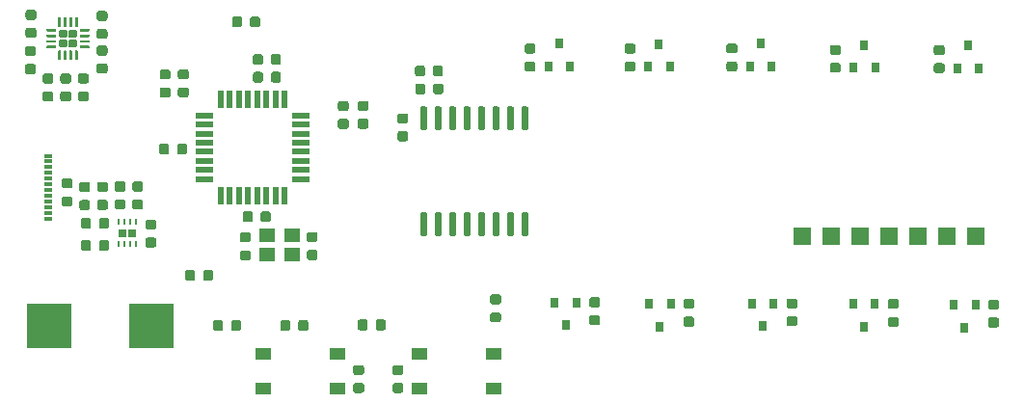
<source format=gbr>
G04 #@! TF.GenerationSoftware,KiCad,Pcbnew,(5.1.4-0)*
G04 #@! TF.CreationDate,2021-11-23T15:15:17+03:00*
G04 #@! TF.ProjectId,exercise_drop_tubes,65786572-6369-4736-955f-64726f705f74,rev?*
G04 #@! TF.SameCoordinates,Original*
G04 #@! TF.FileFunction,Paste,Top*
G04 #@! TF.FilePolarity,Positive*
%FSLAX46Y46*%
G04 Gerber Fmt 4.6, Leading zero omitted, Abs format (unit mm)*
G04 Created by KiCad (PCBNEW (5.1.4-0)) date 2021-11-23 15:15:17*
%MOMM*%
%LPD*%
G04 APERTURE LIST*
%ADD10R,1.600000X1.600000*%
%ADD11C,0.100000*%
%ADD12C,0.875000*%
%ADD13R,4.000000X4.000000*%
%ADD14R,0.800000X0.900000*%
%ADD15R,0.250000X0.500000*%
%ADD16R,0.650000X0.750000*%
%ADD17C,0.730000*%
%ADD18C,0.250000*%
%ADD19R,0.550000X1.600000*%
%ADD20R,1.600000X0.550000*%
%ADD21C,0.600000*%
%ADD22R,1.400000X1.200000*%
%ADD23R,0.700000X0.300000*%
%ADD24R,1.400000X1.100000*%
G04 APERTURE END LIST*
D10*
X156160000Y-100850000D03*
X158700000Y-100850000D03*
X161240000Y-100850000D03*
X163780000Y-100850000D03*
X166320000Y-100850000D03*
X168860000Y-100850000D03*
X171400000Y-100850000D03*
D11*
G36*
X99277691Y-100926053D02*
G01*
X99298926Y-100929203D01*
X99319750Y-100934419D01*
X99339962Y-100941651D01*
X99359368Y-100950830D01*
X99377781Y-100961866D01*
X99395024Y-100974654D01*
X99410930Y-100989070D01*
X99425346Y-101004976D01*
X99438134Y-101022219D01*
X99449170Y-101040632D01*
X99458349Y-101060038D01*
X99465581Y-101080250D01*
X99470797Y-101101074D01*
X99473947Y-101122309D01*
X99475000Y-101143750D01*
X99475000Y-101581250D01*
X99473947Y-101602691D01*
X99470797Y-101623926D01*
X99465581Y-101644750D01*
X99458349Y-101664962D01*
X99449170Y-101684368D01*
X99438134Y-101702781D01*
X99425346Y-101720024D01*
X99410930Y-101735930D01*
X99395024Y-101750346D01*
X99377781Y-101763134D01*
X99359368Y-101774170D01*
X99339962Y-101783349D01*
X99319750Y-101790581D01*
X99298926Y-101795797D01*
X99277691Y-101798947D01*
X99256250Y-101800000D01*
X98743750Y-101800000D01*
X98722309Y-101798947D01*
X98701074Y-101795797D01*
X98680250Y-101790581D01*
X98660038Y-101783349D01*
X98640632Y-101774170D01*
X98622219Y-101763134D01*
X98604976Y-101750346D01*
X98589070Y-101735930D01*
X98574654Y-101720024D01*
X98561866Y-101702781D01*
X98550830Y-101684368D01*
X98541651Y-101664962D01*
X98534419Y-101644750D01*
X98529203Y-101623926D01*
X98526053Y-101602691D01*
X98525000Y-101581250D01*
X98525000Y-101143750D01*
X98526053Y-101122309D01*
X98529203Y-101101074D01*
X98534419Y-101080250D01*
X98541651Y-101060038D01*
X98550830Y-101040632D01*
X98561866Y-101022219D01*
X98574654Y-101004976D01*
X98589070Y-100989070D01*
X98604976Y-100974654D01*
X98622219Y-100961866D01*
X98640632Y-100950830D01*
X98660038Y-100941651D01*
X98680250Y-100934419D01*
X98701074Y-100929203D01*
X98722309Y-100926053D01*
X98743750Y-100925000D01*
X99256250Y-100925000D01*
X99277691Y-100926053D01*
X99277691Y-100926053D01*
G37*
D12*
X99000000Y-101362500D03*
D11*
G36*
X99277691Y-99351053D02*
G01*
X99298926Y-99354203D01*
X99319750Y-99359419D01*
X99339962Y-99366651D01*
X99359368Y-99375830D01*
X99377781Y-99386866D01*
X99395024Y-99399654D01*
X99410930Y-99414070D01*
X99425346Y-99429976D01*
X99438134Y-99447219D01*
X99449170Y-99465632D01*
X99458349Y-99485038D01*
X99465581Y-99505250D01*
X99470797Y-99526074D01*
X99473947Y-99547309D01*
X99475000Y-99568750D01*
X99475000Y-100006250D01*
X99473947Y-100027691D01*
X99470797Y-100048926D01*
X99465581Y-100069750D01*
X99458349Y-100089962D01*
X99449170Y-100109368D01*
X99438134Y-100127781D01*
X99425346Y-100145024D01*
X99410930Y-100160930D01*
X99395024Y-100175346D01*
X99377781Y-100188134D01*
X99359368Y-100199170D01*
X99339962Y-100208349D01*
X99319750Y-100215581D01*
X99298926Y-100220797D01*
X99277691Y-100223947D01*
X99256250Y-100225000D01*
X98743750Y-100225000D01*
X98722309Y-100223947D01*
X98701074Y-100220797D01*
X98680250Y-100215581D01*
X98660038Y-100208349D01*
X98640632Y-100199170D01*
X98622219Y-100188134D01*
X98604976Y-100175346D01*
X98589070Y-100160930D01*
X98574654Y-100145024D01*
X98561866Y-100127781D01*
X98550830Y-100109368D01*
X98541651Y-100089962D01*
X98534419Y-100069750D01*
X98529203Y-100048926D01*
X98526053Y-100027691D01*
X98525000Y-100006250D01*
X98525000Y-99568750D01*
X98526053Y-99547309D01*
X98529203Y-99526074D01*
X98534419Y-99505250D01*
X98541651Y-99485038D01*
X98550830Y-99465632D01*
X98561866Y-99447219D01*
X98574654Y-99429976D01*
X98589070Y-99414070D01*
X98604976Y-99399654D01*
X98622219Y-99386866D01*
X98640632Y-99375830D01*
X98660038Y-99366651D01*
X98680250Y-99359419D01*
X98701074Y-99354203D01*
X98722309Y-99351053D01*
X98743750Y-99350000D01*
X99256250Y-99350000D01*
X99277691Y-99351053D01*
X99277691Y-99351053D01*
G37*
D12*
X99000000Y-99787500D03*
D11*
G36*
X91927691Y-97313553D02*
G01*
X91948926Y-97316703D01*
X91969750Y-97321919D01*
X91989962Y-97329151D01*
X92009368Y-97338330D01*
X92027781Y-97349366D01*
X92045024Y-97362154D01*
X92060930Y-97376570D01*
X92075346Y-97392476D01*
X92088134Y-97409719D01*
X92099170Y-97428132D01*
X92108349Y-97447538D01*
X92115581Y-97467750D01*
X92120797Y-97488574D01*
X92123947Y-97509809D01*
X92125000Y-97531250D01*
X92125000Y-97968750D01*
X92123947Y-97990191D01*
X92120797Y-98011426D01*
X92115581Y-98032250D01*
X92108349Y-98052462D01*
X92099170Y-98071868D01*
X92088134Y-98090281D01*
X92075346Y-98107524D01*
X92060930Y-98123430D01*
X92045024Y-98137846D01*
X92027781Y-98150634D01*
X92009368Y-98161670D01*
X91989962Y-98170849D01*
X91969750Y-98178081D01*
X91948926Y-98183297D01*
X91927691Y-98186447D01*
X91906250Y-98187500D01*
X91393750Y-98187500D01*
X91372309Y-98186447D01*
X91351074Y-98183297D01*
X91330250Y-98178081D01*
X91310038Y-98170849D01*
X91290632Y-98161670D01*
X91272219Y-98150634D01*
X91254976Y-98137846D01*
X91239070Y-98123430D01*
X91224654Y-98107524D01*
X91211866Y-98090281D01*
X91200830Y-98071868D01*
X91191651Y-98052462D01*
X91184419Y-98032250D01*
X91179203Y-98011426D01*
X91176053Y-97990191D01*
X91175000Y-97968750D01*
X91175000Y-97531250D01*
X91176053Y-97509809D01*
X91179203Y-97488574D01*
X91184419Y-97467750D01*
X91191651Y-97447538D01*
X91200830Y-97428132D01*
X91211866Y-97409719D01*
X91224654Y-97392476D01*
X91239070Y-97376570D01*
X91254976Y-97362154D01*
X91272219Y-97349366D01*
X91290632Y-97338330D01*
X91310038Y-97329151D01*
X91330250Y-97321919D01*
X91351074Y-97316703D01*
X91372309Y-97313553D01*
X91393750Y-97312500D01*
X91906250Y-97312500D01*
X91927691Y-97313553D01*
X91927691Y-97313553D01*
G37*
D12*
X91650000Y-97750000D03*
D11*
G36*
X91927691Y-95738553D02*
G01*
X91948926Y-95741703D01*
X91969750Y-95746919D01*
X91989962Y-95754151D01*
X92009368Y-95763330D01*
X92027781Y-95774366D01*
X92045024Y-95787154D01*
X92060930Y-95801570D01*
X92075346Y-95817476D01*
X92088134Y-95834719D01*
X92099170Y-95853132D01*
X92108349Y-95872538D01*
X92115581Y-95892750D01*
X92120797Y-95913574D01*
X92123947Y-95934809D01*
X92125000Y-95956250D01*
X92125000Y-96393750D01*
X92123947Y-96415191D01*
X92120797Y-96436426D01*
X92115581Y-96457250D01*
X92108349Y-96477462D01*
X92099170Y-96496868D01*
X92088134Y-96515281D01*
X92075346Y-96532524D01*
X92060930Y-96548430D01*
X92045024Y-96562846D01*
X92027781Y-96575634D01*
X92009368Y-96586670D01*
X91989962Y-96595849D01*
X91969750Y-96603081D01*
X91948926Y-96608297D01*
X91927691Y-96611447D01*
X91906250Y-96612500D01*
X91393750Y-96612500D01*
X91372309Y-96611447D01*
X91351074Y-96608297D01*
X91330250Y-96603081D01*
X91310038Y-96595849D01*
X91290632Y-96586670D01*
X91272219Y-96575634D01*
X91254976Y-96562846D01*
X91239070Y-96548430D01*
X91224654Y-96532524D01*
X91211866Y-96515281D01*
X91200830Y-96496868D01*
X91191651Y-96477462D01*
X91184419Y-96457250D01*
X91179203Y-96436426D01*
X91176053Y-96415191D01*
X91175000Y-96393750D01*
X91175000Y-95956250D01*
X91176053Y-95934809D01*
X91179203Y-95913574D01*
X91184419Y-95892750D01*
X91191651Y-95872538D01*
X91200830Y-95853132D01*
X91211866Y-95834719D01*
X91224654Y-95817476D01*
X91239070Y-95801570D01*
X91254976Y-95787154D01*
X91272219Y-95774366D01*
X91290632Y-95763330D01*
X91310038Y-95754151D01*
X91330250Y-95746919D01*
X91351074Y-95741703D01*
X91372309Y-95738553D01*
X91393750Y-95737500D01*
X91906250Y-95737500D01*
X91927691Y-95738553D01*
X91927691Y-95738553D01*
G37*
D12*
X91650000Y-96175000D03*
D11*
G36*
X90252691Y-88101053D02*
G01*
X90273926Y-88104203D01*
X90294750Y-88109419D01*
X90314962Y-88116651D01*
X90334368Y-88125830D01*
X90352781Y-88136866D01*
X90370024Y-88149654D01*
X90385930Y-88164070D01*
X90400346Y-88179976D01*
X90413134Y-88197219D01*
X90424170Y-88215632D01*
X90433349Y-88235038D01*
X90440581Y-88255250D01*
X90445797Y-88276074D01*
X90448947Y-88297309D01*
X90450000Y-88318750D01*
X90450000Y-88756250D01*
X90448947Y-88777691D01*
X90445797Y-88798926D01*
X90440581Y-88819750D01*
X90433349Y-88839962D01*
X90424170Y-88859368D01*
X90413134Y-88877781D01*
X90400346Y-88895024D01*
X90385930Y-88910930D01*
X90370024Y-88925346D01*
X90352781Y-88938134D01*
X90334368Y-88949170D01*
X90314962Y-88958349D01*
X90294750Y-88965581D01*
X90273926Y-88970797D01*
X90252691Y-88973947D01*
X90231250Y-88975000D01*
X89718750Y-88975000D01*
X89697309Y-88973947D01*
X89676074Y-88970797D01*
X89655250Y-88965581D01*
X89635038Y-88958349D01*
X89615632Y-88949170D01*
X89597219Y-88938134D01*
X89579976Y-88925346D01*
X89564070Y-88910930D01*
X89549654Y-88895024D01*
X89536866Y-88877781D01*
X89525830Y-88859368D01*
X89516651Y-88839962D01*
X89509419Y-88819750D01*
X89504203Y-88798926D01*
X89501053Y-88777691D01*
X89500000Y-88756250D01*
X89500000Y-88318750D01*
X89501053Y-88297309D01*
X89504203Y-88276074D01*
X89509419Y-88255250D01*
X89516651Y-88235038D01*
X89525830Y-88215632D01*
X89536866Y-88197219D01*
X89549654Y-88179976D01*
X89564070Y-88164070D01*
X89579976Y-88149654D01*
X89597219Y-88136866D01*
X89615632Y-88125830D01*
X89635038Y-88116651D01*
X89655250Y-88109419D01*
X89676074Y-88104203D01*
X89697309Y-88101053D01*
X89718750Y-88100000D01*
X90231250Y-88100000D01*
X90252691Y-88101053D01*
X90252691Y-88101053D01*
G37*
D12*
X89975000Y-88537500D03*
D11*
G36*
X90252691Y-86526053D02*
G01*
X90273926Y-86529203D01*
X90294750Y-86534419D01*
X90314962Y-86541651D01*
X90334368Y-86550830D01*
X90352781Y-86561866D01*
X90370024Y-86574654D01*
X90385930Y-86589070D01*
X90400346Y-86604976D01*
X90413134Y-86622219D01*
X90424170Y-86640632D01*
X90433349Y-86660038D01*
X90440581Y-86680250D01*
X90445797Y-86701074D01*
X90448947Y-86722309D01*
X90450000Y-86743750D01*
X90450000Y-87181250D01*
X90448947Y-87202691D01*
X90445797Y-87223926D01*
X90440581Y-87244750D01*
X90433349Y-87264962D01*
X90424170Y-87284368D01*
X90413134Y-87302781D01*
X90400346Y-87320024D01*
X90385930Y-87335930D01*
X90370024Y-87350346D01*
X90352781Y-87363134D01*
X90334368Y-87374170D01*
X90314962Y-87383349D01*
X90294750Y-87390581D01*
X90273926Y-87395797D01*
X90252691Y-87398947D01*
X90231250Y-87400000D01*
X89718750Y-87400000D01*
X89697309Y-87398947D01*
X89676074Y-87395797D01*
X89655250Y-87390581D01*
X89635038Y-87383349D01*
X89615632Y-87374170D01*
X89597219Y-87363134D01*
X89579976Y-87350346D01*
X89564070Y-87335930D01*
X89549654Y-87320024D01*
X89536866Y-87302781D01*
X89525830Y-87284368D01*
X89516651Y-87264962D01*
X89509419Y-87244750D01*
X89504203Y-87223926D01*
X89501053Y-87202691D01*
X89500000Y-87181250D01*
X89500000Y-86743750D01*
X89501053Y-86722309D01*
X89504203Y-86701074D01*
X89509419Y-86680250D01*
X89516651Y-86660038D01*
X89525830Y-86640632D01*
X89536866Y-86622219D01*
X89549654Y-86604976D01*
X89564070Y-86589070D01*
X89579976Y-86574654D01*
X89597219Y-86561866D01*
X89615632Y-86550830D01*
X89635038Y-86541651D01*
X89655250Y-86534419D01*
X89676074Y-86529203D01*
X89697309Y-86526053D01*
X89718750Y-86525000D01*
X90231250Y-86525000D01*
X90252691Y-86526053D01*
X90252691Y-86526053D01*
G37*
D12*
X89975000Y-86962500D03*
D11*
G36*
X96577691Y-97588553D02*
G01*
X96598926Y-97591703D01*
X96619750Y-97596919D01*
X96639962Y-97604151D01*
X96659368Y-97613330D01*
X96677781Y-97624366D01*
X96695024Y-97637154D01*
X96710930Y-97651570D01*
X96725346Y-97667476D01*
X96738134Y-97684719D01*
X96749170Y-97703132D01*
X96758349Y-97722538D01*
X96765581Y-97742750D01*
X96770797Y-97763574D01*
X96773947Y-97784809D01*
X96775000Y-97806250D01*
X96775000Y-98243750D01*
X96773947Y-98265191D01*
X96770797Y-98286426D01*
X96765581Y-98307250D01*
X96758349Y-98327462D01*
X96749170Y-98346868D01*
X96738134Y-98365281D01*
X96725346Y-98382524D01*
X96710930Y-98398430D01*
X96695024Y-98412846D01*
X96677781Y-98425634D01*
X96659368Y-98436670D01*
X96639962Y-98445849D01*
X96619750Y-98453081D01*
X96598926Y-98458297D01*
X96577691Y-98461447D01*
X96556250Y-98462500D01*
X96043750Y-98462500D01*
X96022309Y-98461447D01*
X96001074Y-98458297D01*
X95980250Y-98453081D01*
X95960038Y-98445849D01*
X95940632Y-98436670D01*
X95922219Y-98425634D01*
X95904976Y-98412846D01*
X95889070Y-98398430D01*
X95874654Y-98382524D01*
X95861866Y-98365281D01*
X95850830Y-98346868D01*
X95841651Y-98327462D01*
X95834419Y-98307250D01*
X95829203Y-98286426D01*
X95826053Y-98265191D01*
X95825000Y-98243750D01*
X95825000Y-97806250D01*
X95826053Y-97784809D01*
X95829203Y-97763574D01*
X95834419Y-97742750D01*
X95841651Y-97722538D01*
X95850830Y-97703132D01*
X95861866Y-97684719D01*
X95874654Y-97667476D01*
X95889070Y-97651570D01*
X95904976Y-97637154D01*
X95922219Y-97624366D01*
X95940632Y-97613330D01*
X95960038Y-97604151D01*
X95980250Y-97596919D01*
X96001074Y-97591703D01*
X96022309Y-97588553D01*
X96043750Y-97587500D01*
X96556250Y-97587500D01*
X96577691Y-97588553D01*
X96577691Y-97588553D01*
G37*
D12*
X96300000Y-98025000D03*
D11*
G36*
X96577691Y-96013553D02*
G01*
X96598926Y-96016703D01*
X96619750Y-96021919D01*
X96639962Y-96029151D01*
X96659368Y-96038330D01*
X96677781Y-96049366D01*
X96695024Y-96062154D01*
X96710930Y-96076570D01*
X96725346Y-96092476D01*
X96738134Y-96109719D01*
X96749170Y-96128132D01*
X96758349Y-96147538D01*
X96765581Y-96167750D01*
X96770797Y-96188574D01*
X96773947Y-96209809D01*
X96775000Y-96231250D01*
X96775000Y-96668750D01*
X96773947Y-96690191D01*
X96770797Y-96711426D01*
X96765581Y-96732250D01*
X96758349Y-96752462D01*
X96749170Y-96771868D01*
X96738134Y-96790281D01*
X96725346Y-96807524D01*
X96710930Y-96823430D01*
X96695024Y-96837846D01*
X96677781Y-96850634D01*
X96659368Y-96861670D01*
X96639962Y-96870849D01*
X96619750Y-96878081D01*
X96598926Y-96883297D01*
X96577691Y-96886447D01*
X96556250Y-96887500D01*
X96043750Y-96887500D01*
X96022309Y-96886447D01*
X96001074Y-96883297D01*
X95980250Y-96878081D01*
X95960038Y-96870849D01*
X95940632Y-96861670D01*
X95922219Y-96850634D01*
X95904976Y-96837846D01*
X95889070Y-96823430D01*
X95874654Y-96807524D01*
X95861866Y-96790281D01*
X95850830Y-96771868D01*
X95841651Y-96752462D01*
X95834419Y-96732250D01*
X95829203Y-96711426D01*
X95826053Y-96690191D01*
X95825000Y-96668750D01*
X95825000Y-96231250D01*
X95826053Y-96209809D01*
X95829203Y-96188574D01*
X95834419Y-96167750D01*
X95841651Y-96147538D01*
X95850830Y-96128132D01*
X95861866Y-96109719D01*
X95874654Y-96092476D01*
X95889070Y-96076570D01*
X95904976Y-96062154D01*
X95922219Y-96049366D01*
X95940632Y-96038330D01*
X95960038Y-96029151D01*
X95980250Y-96021919D01*
X96001074Y-96016703D01*
X96022309Y-96013553D01*
X96043750Y-96012500D01*
X96556250Y-96012500D01*
X96577691Y-96013553D01*
X96577691Y-96013553D01*
G37*
D12*
X96300000Y-96450000D03*
D11*
G36*
X95002691Y-81038553D02*
G01*
X95023926Y-81041703D01*
X95044750Y-81046919D01*
X95064962Y-81054151D01*
X95084368Y-81063330D01*
X95102781Y-81074366D01*
X95120024Y-81087154D01*
X95135930Y-81101570D01*
X95150346Y-81117476D01*
X95163134Y-81134719D01*
X95174170Y-81153132D01*
X95183349Y-81172538D01*
X95190581Y-81192750D01*
X95195797Y-81213574D01*
X95198947Y-81234809D01*
X95200000Y-81256250D01*
X95200000Y-81693750D01*
X95198947Y-81715191D01*
X95195797Y-81736426D01*
X95190581Y-81757250D01*
X95183349Y-81777462D01*
X95174170Y-81796868D01*
X95163134Y-81815281D01*
X95150346Y-81832524D01*
X95135930Y-81848430D01*
X95120024Y-81862846D01*
X95102781Y-81875634D01*
X95084368Y-81886670D01*
X95064962Y-81895849D01*
X95044750Y-81903081D01*
X95023926Y-81908297D01*
X95002691Y-81911447D01*
X94981250Y-81912500D01*
X94468750Y-81912500D01*
X94447309Y-81911447D01*
X94426074Y-81908297D01*
X94405250Y-81903081D01*
X94385038Y-81895849D01*
X94365632Y-81886670D01*
X94347219Y-81875634D01*
X94329976Y-81862846D01*
X94314070Y-81848430D01*
X94299654Y-81832524D01*
X94286866Y-81815281D01*
X94275830Y-81796868D01*
X94266651Y-81777462D01*
X94259419Y-81757250D01*
X94254203Y-81736426D01*
X94251053Y-81715191D01*
X94250000Y-81693750D01*
X94250000Y-81256250D01*
X94251053Y-81234809D01*
X94254203Y-81213574D01*
X94259419Y-81192750D01*
X94266651Y-81172538D01*
X94275830Y-81153132D01*
X94286866Y-81134719D01*
X94299654Y-81117476D01*
X94314070Y-81101570D01*
X94329976Y-81087154D01*
X94347219Y-81074366D01*
X94365632Y-81063330D01*
X94385038Y-81054151D01*
X94405250Y-81046919D01*
X94426074Y-81041703D01*
X94447309Y-81038553D01*
X94468750Y-81037500D01*
X94981250Y-81037500D01*
X95002691Y-81038553D01*
X95002691Y-81038553D01*
G37*
D12*
X94725000Y-81475000D03*
D11*
G36*
X95002691Y-82613553D02*
G01*
X95023926Y-82616703D01*
X95044750Y-82621919D01*
X95064962Y-82629151D01*
X95084368Y-82638330D01*
X95102781Y-82649366D01*
X95120024Y-82662154D01*
X95135930Y-82676570D01*
X95150346Y-82692476D01*
X95163134Y-82709719D01*
X95174170Y-82728132D01*
X95183349Y-82747538D01*
X95190581Y-82767750D01*
X95195797Y-82788574D01*
X95198947Y-82809809D01*
X95200000Y-82831250D01*
X95200000Y-83268750D01*
X95198947Y-83290191D01*
X95195797Y-83311426D01*
X95190581Y-83332250D01*
X95183349Y-83352462D01*
X95174170Y-83371868D01*
X95163134Y-83390281D01*
X95150346Y-83407524D01*
X95135930Y-83423430D01*
X95120024Y-83437846D01*
X95102781Y-83450634D01*
X95084368Y-83461670D01*
X95064962Y-83470849D01*
X95044750Y-83478081D01*
X95023926Y-83483297D01*
X95002691Y-83486447D01*
X94981250Y-83487500D01*
X94468750Y-83487500D01*
X94447309Y-83486447D01*
X94426074Y-83483297D01*
X94405250Y-83478081D01*
X94385038Y-83470849D01*
X94365632Y-83461670D01*
X94347219Y-83450634D01*
X94329976Y-83437846D01*
X94314070Y-83423430D01*
X94299654Y-83407524D01*
X94286866Y-83390281D01*
X94275830Y-83371868D01*
X94266651Y-83352462D01*
X94259419Y-83332250D01*
X94254203Y-83311426D01*
X94251053Y-83290191D01*
X94250000Y-83268750D01*
X94250000Y-82831250D01*
X94251053Y-82809809D01*
X94254203Y-82788574D01*
X94259419Y-82767750D01*
X94266651Y-82747538D01*
X94275830Y-82728132D01*
X94286866Y-82709719D01*
X94299654Y-82692476D01*
X94314070Y-82676570D01*
X94329976Y-82662154D01*
X94347219Y-82649366D01*
X94365632Y-82638330D01*
X94385038Y-82629151D01*
X94405250Y-82621919D01*
X94426074Y-82616703D01*
X94447309Y-82613553D01*
X94468750Y-82612500D01*
X94981250Y-82612500D01*
X95002691Y-82613553D01*
X95002691Y-82613553D01*
G37*
D12*
X94725000Y-83050000D03*
D11*
G36*
X98127691Y-96013553D02*
G01*
X98148926Y-96016703D01*
X98169750Y-96021919D01*
X98189962Y-96029151D01*
X98209368Y-96038330D01*
X98227781Y-96049366D01*
X98245024Y-96062154D01*
X98260930Y-96076570D01*
X98275346Y-96092476D01*
X98288134Y-96109719D01*
X98299170Y-96128132D01*
X98308349Y-96147538D01*
X98315581Y-96167750D01*
X98320797Y-96188574D01*
X98323947Y-96209809D01*
X98325000Y-96231250D01*
X98325000Y-96668750D01*
X98323947Y-96690191D01*
X98320797Y-96711426D01*
X98315581Y-96732250D01*
X98308349Y-96752462D01*
X98299170Y-96771868D01*
X98288134Y-96790281D01*
X98275346Y-96807524D01*
X98260930Y-96823430D01*
X98245024Y-96837846D01*
X98227781Y-96850634D01*
X98209368Y-96861670D01*
X98189962Y-96870849D01*
X98169750Y-96878081D01*
X98148926Y-96883297D01*
X98127691Y-96886447D01*
X98106250Y-96887500D01*
X97593750Y-96887500D01*
X97572309Y-96886447D01*
X97551074Y-96883297D01*
X97530250Y-96878081D01*
X97510038Y-96870849D01*
X97490632Y-96861670D01*
X97472219Y-96850634D01*
X97454976Y-96837846D01*
X97439070Y-96823430D01*
X97424654Y-96807524D01*
X97411866Y-96790281D01*
X97400830Y-96771868D01*
X97391651Y-96752462D01*
X97384419Y-96732250D01*
X97379203Y-96711426D01*
X97376053Y-96690191D01*
X97375000Y-96668750D01*
X97375000Y-96231250D01*
X97376053Y-96209809D01*
X97379203Y-96188574D01*
X97384419Y-96167750D01*
X97391651Y-96147538D01*
X97400830Y-96128132D01*
X97411866Y-96109719D01*
X97424654Y-96092476D01*
X97439070Y-96076570D01*
X97454976Y-96062154D01*
X97472219Y-96049366D01*
X97490632Y-96038330D01*
X97510038Y-96029151D01*
X97530250Y-96021919D01*
X97551074Y-96016703D01*
X97572309Y-96013553D01*
X97593750Y-96012500D01*
X98106250Y-96012500D01*
X98127691Y-96013553D01*
X98127691Y-96013553D01*
G37*
D12*
X97850000Y-96450000D03*
D11*
G36*
X98127691Y-97588553D02*
G01*
X98148926Y-97591703D01*
X98169750Y-97596919D01*
X98189962Y-97604151D01*
X98209368Y-97613330D01*
X98227781Y-97624366D01*
X98245024Y-97637154D01*
X98260930Y-97651570D01*
X98275346Y-97667476D01*
X98288134Y-97684719D01*
X98299170Y-97703132D01*
X98308349Y-97722538D01*
X98315581Y-97742750D01*
X98320797Y-97763574D01*
X98323947Y-97784809D01*
X98325000Y-97806250D01*
X98325000Y-98243750D01*
X98323947Y-98265191D01*
X98320797Y-98286426D01*
X98315581Y-98307250D01*
X98308349Y-98327462D01*
X98299170Y-98346868D01*
X98288134Y-98365281D01*
X98275346Y-98382524D01*
X98260930Y-98398430D01*
X98245024Y-98412846D01*
X98227781Y-98425634D01*
X98209368Y-98436670D01*
X98189962Y-98445849D01*
X98169750Y-98453081D01*
X98148926Y-98458297D01*
X98127691Y-98461447D01*
X98106250Y-98462500D01*
X97593750Y-98462500D01*
X97572309Y-98461447D01*
X97551074Y-98458297D01*
X97530250Y-98453081D01*
X97510038Y-98445849D01*
X97490632Y-98436670D01*
X97472219Y-98425634D01*
X97454976Y-98412846D01*
X97439070Y-98398430D01*
X97424654Y-98382524D01*
X97411866Y-98365281D01*
X97400830Y-98346868D01*
X97391651Y-98327462D01*
X97384419Y-98307250D01*
X97379203Y-98286426D01*
X97376053Y-98265191D01*
X97375000Y-98243750D01*
X97375000Y-97806250D01*
X97376053Y-97784809D01*
X97379203Y-97763574D01*
X97384419Y-97742750D01*
X97391651Y-97722538D01*
X97400830Y-97703132D01*
X97411866Y-97684719D01*
X97424654Y-97667476D01*
X97439070Y-97651570D01*
X97454976Y-97637154D01*
X97472219Y-97624366D01*
X97490632Y-97613330D01*
X97510038Y-97604151D01*
X97530250Y-97596919D01*
X97551074Y-97591703D01*
X97572309Y-97588553D01*
X97593750Y-97587500D01*
X98106250Y-97587500D01*
X98127691Y-97588553D01*
X98127691Y-97588553D01*
G37*
D12*
X97850000Y-98025000D03*
D11*
G36*
X88752691Y-82513553D02*
G01*
X88773926Y-82516703D01*
X88794750Y-82521919D01*
X88814962Y-82529151D01*
X88834368Y-82538330D01*
X88852781Y-82549366D01*
X88870024Y-82562154D01*
X88885930Y-82576570D01*
X88900346Y-82592476D01*
X88913134Y-82609719D01*
X88924170Y-82628132D01*
X88933349Y-82647538D01*
X88940581Y-82667750D01*
X88945797Y-82688574D01*
X88948947Y-82709809D01*
X88950000Y-82731250D01*
X88950000Y-83168750D01*
X88948947Y-83190191D01*
X88945797Y-83211426D01*
X88940581Y-83232250D01*
X88933349Y-83252462D01*
X88924170Y-83271868D01*
X88913134Y-83290281D01*
X88900346Y-83307524D01*
X88885930Y-83323430D01*
X88870024Y-83337846D01*
X88852781Y-83350634D01*
X88834368Y-83361670D01*
X88814962Y-83370849D01*
X88794750Y-83378081D01*
X88773926Y-83383297D01*
X88752691Y-83386447D01*
X88731250Y-83387500D01*
X88218750Y-83387500D01*
X88197309Y-83386447D01*
X88176074Y-83383297D01*
X88155250Y-83378081D01*
X88135038Y-83370849D01*
X88115632Y-83361670D01*
X88097219Y-83350634D01*
X88079976Y-83337846D01*
X88064070Y-83323430D01*
X88049654Y-83307524D01*
X88036866Y-83290281D01*
X88025830Y-83271868D01*
X88016651Y-83252462D01*
X88009419Y-83232250D01*
X88004203Y-83211426D01*
X88001053Y-83190191D01*
X88000000Y-83168750D01*
X88000000Y-82731250D01*
X88001053Y-82709809D01*
X88004203Y-82688574D01*
X88009419Y-82667750D01*
X88016651Y-82647538D01*
X88025830Y-82628132D01*
X88036866Y-82609719D01*
X88049654Y-82592476D01*
X88064070Y-82576570D01*
X88079976Y-82562154D01*
X88097219Y-82549366D01*
X88115632Y-82538330D01*
X88135038Y-82529151D01*
X88155250Y-82521919D01*
X88176074Y-82516703D01*
X88197309Y-82513553D01*
X88218750Y-82512500D01*
X88731250Y-82512500D01*
X88752691Y-82513553D01*
X88752691Y-82513553D01*
G37*
D12*
X88475000Y-82950000D03*
D11*
G36*
X88752691Y-80938553D02*
G01*
X88773926Y-80941703D01*
X88794750Y-80946919D01*
X88814962Y-80954151D01*
X88834368Y-80963330D01*
X88852781Y-80974366D01*
X88870024Y-80987154D01*
X88885930Y-81001570D01*
X88900346Y-81017476D01*
X88913134Y-81034719D01*
X88924170Y-81053132D01*
X88933349Y-81072538D01*
X88940581Y-81092750D01*
X88945797Y-81113574D01*
X88948947Y-81134809D01*
X88950000Y-81156250D01*
X88950000Y-81593750D01*
X88948947Y-81615191D01*
X88945797Y-81636426D01*
X88940581Y-81657250D01*
X88933349Y-81677462D01*
X88924170Y-81696868D01*
X88913134Y-81715281D01*
X88900346Y-81732524D01*
X88885930Y-81748430D01*
X88870024Y-81762846D01*
X88852781Y-81775634D01*
X88834368Y-81786670D01*
X88814962Y-81795849D01*
X88794750Y-81803081D01*
X88773926Y-81808297D01*
X88752691Y-81811447D01*
X88731250Y-81812500D01*
X88218750Y-81812500D01*
X88197309Y-81811447D01*
X88176074Y-81808297D01*
X88155250Y-81803081D01*
X88135038Y-81795849D01*
X88115632Y-81786670D01*
X88097219Y-81775634D01*
X88079976Y-81762846D01*
X88064070Y-81748430D01*
X88049654Y-81732524D01*
X88036866Y-81715281D01*
X88025830Y-81696868D01*
X88016651Y-81677462D01*
X88009419Y-81657250D01*
X88004203Y-81636426D01*
X88001053Y-81615191D01*
X88000000Y-81593750D01*
X88000000Y-81156250D01*
X88001053Y-81134809D01*
X88004203Y-81113574D01*
X88009419Y-81092750D01*
X88016651Y-81072538D01*
X88025830Y-81053132D01*
X88036866Y-81034719D01*
X88049654Y-81017476D01*
X88064070Y-81001570D01*
X88079976Y-80987154D01*
X88097219Y-80974366D01*
X88115632Y-80963330D01*
X88135038Y-80954151D01*
X88155250Y-80946919D01*
X88176074Y-80941703D01*
X88197309Y-80938553D01*
X88218750Y-80937500D01*
X88731250Y-80937500D01*
X88752691Y-80938553D01*
X88752691Y-80938553D01*
G37*
D12*
X88475000Y-81375000D03*
D11*
G36*
X107577691Y-102051053D02*
G01*
X107598926Y-102054203D01*
X107619750Y-102059419D01*
X107639962Y-102066651D01*
X107659368Y-102075830D01*
X107677781Y-102086866D01*
X107695024Y-102099654D01*
X107710930Y-102114070D01*
X107725346Y-102129976D01*
X107738134Y-102147219D01*
X107749170Y-102165632D01*
X107758349Y-102185038D01*
X107765581Y-102205250D01*
X107770797Y-102226074D01*
X107773947Y-102247309D01*
X107775000Y-102268750D01*
X107775000Y-102706250D01*
X107773947Y-102727691D01*
X107770797Y-102748926D01*
X107765581Y-102769750D01*
X107758349Y-102789962D01*
X107749170Y-102809368D01*
X107738134Y-102827781D01*
X107725346Y-102845024D01*
X107710930Y-102860930D01*
X107695024Y-102875346D01*
X107677781Y-102888134D01*
X107659368Y-102899170D01*
X107639962Y-102908349D01*
X107619750Y-102915581D01*
X107598926Y-102920797D01*
X107577691Y-102923947D01*
X107556250Y-102925000D01*
X107043750Y-102925000D01*
X107022309Y-102923947D01*
X107001074Y-102920797D01*
X106980250Y-102915581D01*
X106960038Y-102908349D01*
X106940632Y-102899170D01*
X106922219Y-102888134D01*
X106904976Y-102875346D01*
X106889070Y-102860930D01*
X106874654Y-102845024D01*
X106861866Y-102827781D01*
X106850830Y-102809368D01*
X106841651Y-102789962D01*
X106834419Y-102769750D01*
X106829203Y-102748926D01*
X106826053Y-102727691D01*
X106825000Y-102706250D01*
X106825000Y-102268750D01*
X106826053Y-102247309D01*
X106829203Y-102226074D01*
X106834419Y-102205250D01*
X106841651Y-102185038D01*
X106850830Y-102165632D01*
X106861866Y-102147219D01*
X106874654Y-102129976D01*
X106889070Y-102114070D01*
X106904976Y-102099654D01*
X106922219Y-102086866D01*
X106940632Y-102075830D01*
X106960038Y-102066651D01*
X106980250Y-102059419D01*
X107001074Y-102054203D01*
X107022309Y-102051053D01*
X107043750Y-102050000D01*
X107556250Y-102050000D01*
X107577691Y-102051053D01*
X107577691Y-102051053D01*
G37*
D12*
X107300000Y-102487500D03*
D11*
G36*
X107577691Y-100476053D02*
G01*
X107598926Y-100479203D01*
X107619750Y-100484419D01*
X107639962Y-100491651D01*
X107659368Y-100500830D01*
X107677781Y-100511866D01*
X107695024Y-100524654D01*
X107710930Y-100539070D01*
X107725346Y-100554976D01*
X107738134Y-100572219D01*
X107749170Y-100590632D01*
X107758349Y-100610038D01*
X107765581Y-100630250D01*
X107770797Y-100651074D01*
X107773947Y-100672309D01*
X107775000Y-100693750D01*
X107775000Y-101131250D01*
X107773947Y-101152691D01*
X107770797Y-101173926D01*
X107765581Y-101194750D01*
X107758349Y-101214962D01*
X107749170Y-101234368D01*
X107738134Y-101252781D01*
X107725346Y-101270024D01*
X107710930Y-101285930D01*
X107695024Y-101300346D01*
X107677781Y-101313134D01*
X107659368Y-101324170D01*
X107639962Y-101333349D01*
X107619750Y-101340581D01*
X107598926Y-101345797D01*
X107577691Y-101348947D01*
X107556250Y-101350000D01*
X107043750Y-101350000D01*
X107022309Y-101348947D01*
X107001074Y-101345797D01*
X106980250Y-101340581D01*
X106960038Y-101333349D01*
X106940632Y-101324170D01*
X106922219Y-101313134D01*
X106904976Y-101300346D01*
X106889070Y-101285930D01*
X106874654Y-101270024D01*
X106861866Y-101252781D01*
X106850830Y-101234368D01*
X106841651Y-101214962D01*
X106834419Y-101194750D01*
X106829203Y-101173926D01*
X106826053Y-101152691D01*
X106825000Y-101131250D01*
X106825000Y-100693750D01*
X106826053Y-100672309D01*
X106829203Y-100651074D01*
X106834419Y-100630250D01*
X106841651Y-100610038D01*
X106850830Y-100590632D01*
X106861866Y-100572219D01*
X106874654Y-100554976D01*
X106889070Y-100539070D01*
X106904976Y-100524654D01*
X106922219Y-100511866D01*
X106940632Y-100500830D01*
X106960038Y-100491651D01*
X106980250Y-100484419D01*
X107001074Y-100479203D01*
X107022309Y-100476053D01*
X107043750Y-100475000D01*
X107556250Y-100475000D01*
X107577691Y-100476053D01*
X107577691Y-100476053D01*
G37*
D12*
X107300000Y-100912500D03*
D11*
G36*
X108390191Y-81526053D02*
G01*
X108411426Y-81529203D01*
X108432250Y-81534419D01*
X108452462Y-81541651D01*
X108471868Y-81550830D01*
X108490281Y-81561866D01*
X108507524Y-81574654D01*
X108523430Y-81589070D01*
X108537846Y-81604976D01*
X108550634Y-81622219D01*
X108561670Y-81640632D01*
X108570849Y-81660038D01*
X108578081Y-81680250D01*
X108583297Y-81701074D01*
X108586447Y-81722309D01*
X108587500Y-81743750D01*
X108587500Y-82256250D01*
X108586447Y-82277691D01*
X108583297Y-82298926D01*
X108578081Y-82319750D01*
X108570849Y-82339962D01*
X108561670Y-82359368D01*
X108550634Y-82377781D01*
X108537846Y-82395024D01*
X108523430Y-82410930D01*
X108507524Y-82425346D01*
X108490281Y-82438134D01*
X108471868Y-82449170D01*
X108452462Y-82458349D01*
X108432250Y-82465581D01*
X108411426Y-82470797D01*
X108390191Y-82473947D01*
X108368750Y-82475000D01*
X107931250Y-82475000D01*
X107909809Y-82473947D01*
X107888574Y-82470797D01*
X107867750Y-82465581D01*
X107847538Y-82458349D01*
X107828132Y-82449170D01*
X107809719Y-82438134D01*
X107792476Y-82425346D01*
X107776570Y-82410930D01*
X107762154Y-82395024D01*
X107749366Y-82377781D01*
X107738330Y-82359368D01*
X107729151Y-82339962D01*
X107721919Y-82319750D01*
X107716703Y-82298926D01*
X107713553Y-82277691D01*
X107712500Y-82256250D01*
X107712500Y-81743750D01*
X107713553Y-81722309D01*
X107716703Y-81701074D01*
X107721919Y-81680250D01*
X107729151Y-81660038D01*
X107738330Y-81640632D01*
X107749366Y-81622219D01*
X107762154Y-81604976D01*
X107776570Y-81589070D01*
X107792476Y-81574654D01*
X107809719Y-81561866D01*
X107828132Y-81550830D01*
X107847538Y-81541651D01*
X107867750Y-81534419D01*
X107888574Y-81529203D01*
X107909809Y-81526053D01*
X107931250Y-81525000D01*
X108368750Y-81525000D01*
X108390191Y-81526053D01*
X108390191Y-81526053D01*
G37*
D12*
X108150000Y-82000000D03*
D11*
G36*
X106815191Y-81526053D02*
G01*
X106836426Y-81529203D01*
X106857250Y-81534419D01*
X106877462Y-81541651D01*
X106896868Y-81550830D01*
X106915281Y-81561866D01*
X106932524Y-81574654D01*
X106948430Y-81589070D01*
X106962846Y-81604976D01*
X106975634Y-81622219D01*
X106986670Y-81640632D01*
X106995849Y-81660038D01*
X107003081Y-81680250D01*
X107008297Y-81701074D01*
X107011447Y-81722309D01*
X107012500Y-81743750D01*
X107012500Y-82256250D01*
X107011447Y-82277691D01*
X107008297Y-82298926D01*
X107003081Y-82319750D01*
X106995849Y-82339962D01*
X106986670Y-82359368D01*
X106975634Y-82377781D01*
X106962846Y-82395024D01*
X106948430Y-82410930D01*
X106932524Y-82425346D01*
X106915281Y-82438134D01*
X106896868Y-82449170D01*
X106877462Y-82458349D01*
X106857250Y-82465581D01*
X106836426Y-82470797D01*
X106815191Y-82473947D01*
X106793750Y-82475000D01*
X106356250Y-82475000D01*
X106334809Y-82473947D01*
X106313574Y-82470797D01*
X106292750Y-82465581D01*
X106272538Y-82458349D01*
X106253132Y-82449170D01*
X106234719Y-82438134D01*
X106217476Y-82425346D01*
X106201570Y-82410930D01*
X106187154Y-82395024D01*
X106174366Y-82377781D01*
X106163330Y-82359368D01*
X106154151Y-82339962D01*
X106146919Y-82319750D01*
X106141703Y-82298926D01*
X106138553Y-82277691D01*
X106137500Y-82256250D01*
X106137500Y-81743750D01*
X106138553Y-81722309D01*
X106141703Y-81701074D01*
X106146919Y-81680250D01*
X106154151Y-81660038D01*
X106163330Y-81640632D01*
X106174366Y-81622219D01*
X106187154Y-81604976D01*
X106201570Y-81589070D01*
X106217476Y-81574654D01*
X106234719Y-81561866D01*
X106253132Y-81550830D01*
X106272538Y-81541651D01*
X106292750Y-81534419D01*
X106313574Y-81529203D01*
X106334809Y-81526053D01*
X106356250Y-81525000D01*
X106793750Y-81525000D01*
X106815191Y-81526053D01*
X106815191Y-81526053D01*
G37*
D12*
X106575000Y-82000000D03*
D11*
G36*
X113452691Y-102026053D02*
G01*
X113473926Y-102029203D01*
X113494750Y-102034419D01*
X113514962Y-102041651D01*
X113534368Y-102050830D01*
X113552781Y-102061866D01*
X113570024Y-102074654D01*
X113585930Y-102089070D01*
X113600346Y-102104976D01*
X113613134Y-102122219D01*
X113624170Y-102140632D01*
X113633349Y-102160038D01*
X113640581Y-102180250D01*
X113645797Y-102201074D01*
X113648947Y-102222309D01*
X113650000Y-102243750D01*
X113650000Y-102681250D01*
X113648947Y-102702691D01*
X113645797Y-102723926D01*
X113640581Y-102744750D01*
X113633349Y-102764962D01*
X113624170Y-102784368D01*
X113613134Y-102802781D01*
X113600346Y-102820024D01*
X113585930Y-102835930D01*
X113570024Y-102850346D01*
X113552781Y-102863134D01*
X113534368Y-102874170D01*
X113514962Y-102883349D01*
X113494750Y-102890581D01*
X113473926Y-102895797D01*
X113452691Y-102898947D01*
X113431250Y-102900000D01*
X112918750Y-102900000D01*
X112897309Y-102898947D01*
X112876074Y-102895797D01*
X112855250Y-102890581D01*
X112835038Y-102883349D01*
X112815632Y-102874170D01*
X112797219Y-102863134D01*
X112779976Y-102850346D01*
X112764070Y-102835930D01*
X112749654Y-102820024D01*
X112736866Y-102802781D01*
X112725830Y-102784368D01*
X112716651Y-102764962D01*
X112709419Y-102744750D01*
X112704203Y-102723926D01*
X112701053Y-102702691D01*
X112700000Y-102681250D01*
X112700000Y-102243750D01*
X112701053Y-102222309D01*
X112704203Y-102201074D01*
X112709419Y-102180250D01*
X112716651Y-102160038D01*
X112725830Y-102140632D01*
X112736866Y-102122219D01*
X112749654Y-102104976D01*
X112764070Y-102089070D01*
X112779976Y-102074654D01*
X112797219Y-102061866D01*
X112815632Y-102050830D01*
X112835038Y-102041651D01*
X112855250Y-102034419D01*
X112876074Y-102029203D01*
X112897309Y-102026053D01*
X112918750Y-102025000D01*
X113431250Y-102025000D01*
X113452691Y-102026053D01*
X113452691Y-102026053D01*
G37*
D12*
X113175000Y-102462500D03*
D11*
G36*
X113452691Y-100451053D02*
G01*
X113473926Y-100454203D01*
X113494750Y-100459419D01*
X113514962Y-100466651D01*
X113534368Y-100475830D01*
X113552781Y-100486866D01*
X113570024Y-100499654D01*
X113585930Y-100514070D01*
X113600346Y-100529976D01*
X113613134Y-100547219D01*
X113624170Y-100565632D01*
X113633349Y-100585038D01*
X113640581Y-100605250D01*
X113645797Y-100626074D01*
X113648947Y-100647309D01*
X113650000Y-100668750D01*
X113650000Y-101106250D01*
X113648947Y-101127691D01*
X113645797Y-101148926D01*
X113640581Y-101169750D01*
X113633349Y-101189962D01*
X113624170Y-101209368D01*
X113613134Y-101227781D01*
X113600346Y-101245024D01*
X113585930Y-101260930D01*
X113570024Y-101275346D01*
X113552781Y-101288134D01*
X113534368Y-101299170D01*
X113514962Y-101308349D01*
X113494750Y-101315581D01*
X113473926Y-101320797D01*
X113452691Y-101323947D01*
X113431250Y-101325000D01*
X112918750Y-101325000D01*
X112897309Y-101323947D01*
X112876074Y-101320797D01*
X112855250Y-101315581D01*
X112835038Y-101308349D01*
X112815632Y-101299170D01*
X112797219Y-101288134D01*
X112779976Y-101275346D01*
X112764070Y-101260930D01*
X112749654Y-101245024D01*
X112736866Y-101227781D01*
X112725830Y-101209368D01*
X112716651Y-101189962D01*
X112709419Y-101169750D01*
X112704203Y-101148926D01*
X112701053Y-101127691D01*
X112700000Y-101106250D01*
X112700000Y-100668750D01*
X112701053Y-100647309D01*
X112704203Y-100626074D01*
X112709419Y-100605250D01*
X112716651Y-100585038D01*
X112725830Y-100565632D01*
X112736866Y-100547219D01*
X112749654Y-100529976D01*
X112764070Y-100514070D01*
X112779976Y-100499654D01*
X112797219Y-100486866D01*
X112815632Y-100475830D01*
X112835038Y-100466651D01*
X112855250Y-100459419D01*
X112876074Y-100454203D01*
X112897309Y-100451053D01*
X112918750Y-100450000D01*
X113431250Y-100450000D01*
X113452691Y-100451053D01*
X113452691Y-100451053D01*
G37*
D12*
X113175000Y-100887500D03*
D11*
G36*
X109327691Y-98626053D02*
G01*
X109348926Y-98629203D01*
X109369750Y-98634419D01*
X109389962Y-98641651D01*
X109409368Y-98650830D01*
X109427781Y-98661866D01*
X109445024Y-98674654D01*
X109460930Y-98689070D01*
X109475346Y-98704976D01*
X109488134Y-98722219D01*
X109499170Y-98740632D01*
X109508349Y-98760038D01*
X109515581Y-98780250D01*
X109520797Y-98801074D01*
X109523947Y-98822309D01*
X109525000Y-98843750D01*
X109525000Y-99356250D01*
X109523947Y-99377691D01*
X109520797Y-99398926D01*
X109515581Y-99419750D01*
X109508349Y-99439962D01*
X109499170Y-99459368D01*
X109488134Y-99477781D01*
X109475346Y-99495024D01*
X109460930Y-99510930D01*
X109445024Y-99525346D01*
X109427781Y-99538134D01*
X109409368Y-99549170D01*
X109389962Y-99558349D01*
X109369750Y-99565581D01*
X109348926Y-99570797D01*
X109327691Y-99573947D01*
X109306250Y-99575000D01*
X108868750Y-99575000D01*
X108847309Y-99573947D01*
X108826074Y-99570797D01*
X108805250Y-99565581D01*
X108785038Y-99558349D01*
X108765632Y-99549170D01*
X108747219Y-99538134D01*
X108729976Y-99525346D01*
X108714070Y-99510930D01*
X108699654Y-99495024D01*
X108686866Y-99477781D01*
X108675830Y-99459368D01*
X108666651Y-99439962D01*
X108659419Y-99419750D01*
X108654203Y-99398926D01*
X108651053Y-99377691D01*
X108650000Y-99356250D01*
X108650000Y-98843750D01*
X108651053Y-98822309D01*
X108654203Y-98801074D01*
X108659419Y-98780250D01*
X108666651Y-98760038D01*
X108675830Y-98740632D01*
X108686866Y-98722219D01*
X108699654Y-98704976D01*
X108714070Y-98689070D01*
X108729976Y-98674654D01*
X108747219Y-98661866D01*
X108765632Y-98650830D01*
X108785038Y-98641651D01*
X108805250Y-98634419D01*
X108826074Y-98629203D01*
X108847309Y-98626053D01*
X108868750Y-98625000D01*
X109306250Y-98625000D01*
X109327691Y-98626053D01*
X109327691Y-98626053D01*
G37*
D12*
X109087500Y-99100000D03*
D11*
G36*
X107752691Y-98626053D02*
G01*
X107773926Y-98629203D01*
X107794750Y-98634419D01*
X107814962Y-98641651D01*
X107834368Y-98650830D01*
X107852781Y-98661866D01*
X107870024Y-98674654D01*
X107885930Y-98689070D01*
X107900346Y-98704976D01*
X107913134Y-98722219D01*
X107924170Y-98740632D01*
X107933349Y-98760038D01*
X107940581Y-98780250D01*
X107945797Y-98801074D01*
X107948947Y-98822309D01*
X107950000Y-98843750D01*
X107950000Y-99356250D01*
X107948947Y-99377691D01*
X107945797Y-99398926D01*
X107940581Y-99419750D01*
X107933349Y-99439962D01*
X107924170Y-99459368D01*
X107913134Y-99477781D01*
X107900346Y-99495024D01*
X107885930Y-99510930D01*
X107870024Y-99525346D01*
X107852781Y-99538134D01*
X107834368Y-99549170D01*
X107814962Y-99558349D01*
X107794750Y-99565581D01*
X107773926Y-99570797D01*
X107752691Y-99573947D01*
X107731250Y-99575000D01*
X107293750Y-99575000D01*
X107272309Y-99573947D01*
X107251074Y-99570797D01*
X107230250Y-99565581D01*
X107210038Y-99558349D01*
X107190632Y-99549170D01*
X107172219Y-99538134D01*
X107154976Y-99525346D01*
X107139070Y-99510930D01*
X107124654Y-99495024D01*
X107111866Y-99477781D01*
X107100830Y-99459368D01*
X107091651Y-99439962D01*
X107084419Y-99419750D01*
X107079203Y-99398926D01*
X107076053Y-99377691D01*
X107075000Y-99356250D01*
X107075000Y-98843750D01*
X107076053Y-98822309D01*
X107079203Y-98801074D01*
X107084419Y-98780250D01*
X107091651Y-98760038D01*
X107100830Y-98740632D01*
X107111866Y-98722219D01*
X107124654Y-98704976D01*
X107139070Y-98689070D01*
X107154976Y-98674654D01*
X107172219Y-98661866D01*
X107190632Y-98650830D01*
X107210038Y-98641651D01*
X107230250Y-98634419D01*
X107251074Y-98629203D01*
X107272309Y-98626053D01*
X107293750Y-98625000D01*
X107731250Y-98625000D01*
X107752691Y-98626053D01*
X107752691Y-98626053D01*
G37*
D12*
X107512500Y-99100000D03*
D11*
G36*
X110227691Y-86376053D02*
G01*
X110248926Y-86379203D01*
X110269750Y-86384419D01*
X110289962Y-86391651D01*
X110309368Y-86400830D01*
X110327781Y-86411866D01*
X110345024Y-86424654D01*
X110360930Y-86439070D01*
X110375346Y-86454976D01*
X110388134Y-86472219D01*
X110399170Y-86490632D01*
X110408349Y-86510038D01*
X110415581Y-86530250D01*
X110420797Y-86551074D01*
X110423947Y-86572309D01*
X110425000Y-86593750D01*
X110425000Y-87106250D01*
X110423947Y-87127691D01*
X110420797Y-87148926D01*
X110415581Y-87169750D01*
X110408349Y-87189962D01*
X110399170Y-87209368D01*
X110388134Y-87227781D01*
X110375346Y-87245024D01*
X110360930Y-87260930D01*
X110345024Y-87275346D01*
X110327781Y-87288134D01*
X110309368Y-87299170D01*
X110289962Y-87308349D01*
X110269750Y-87315581D01*
X110248926Y-87320797D01*
X110227691Y-87323947D01*
X110206250Y-87325000D01*
X109768750Y-87325000D01*
X109747309Y-87323947D01*
X109726074Y-87320797D01*
X109705250Y-87315581D01*
X109685038Y-87308349D01*
X109665632Y-87299170D01*
X109647219Y-87288134D01*
X109629976Y-87275346D01*
X109614070Y-87260930D01*
X109599654Y-87245024D01*
X109586866Y-87227781D01*
X109575830Y-87209368D01*
X109566651Y-87189962D01*
X109559419Y-87169750D01*
X109554203Y-87148926D01*
X109551053Y-87127691D01*
X109550000Y-87106250D01*
X109550000Y-86593750D01*
X109551053Y-86572309D01*
X109554203Y-86551074D01*
X109559419Y-86530250D01*
X109566651Y-86510038D01*
X109575830Y-86490632D01*
X109586866Y-86472219D01*
X109599654Y-86454976D01*
X109614070Y-86439070D01*
X109629976Y-86424654D01*
X109647219Y-86411866D01*
X109665632Y-86400830D01*
X109685038Y-86391651D01*
X109705250Y-86384419D01*
X109726074Y-86379203D01*
X109747309Y-86376053D01*
X109768750Y-86375000D01*
X110206250Y-86375000D01*
X110227691Y-86376053D01*
X110227691Y-86376053D01*
G37*
D12*
X109987500Y-86850000D03*
D11*
G36*
X108652691Y-86376053D02*
G01*
X108673926Y-86379203D01*
X108694750Y-86384419D01*
X108714962Y-86391651D01*
X108734368Y-86400830D01*
X108752781Y-86411866D01*
X108770024Y-86424654D01*
X108785930Y-86439070D01*
X108800346Y-86454976D01*
X108813134Y-86472219D01*
X108824170Y-86490632D01*
X108833349Y-86510038D01*
X108840581Y-86530250D01*
X108845797Y-86551074D01*
X108848947Y-86572309D01*
X108850000Y-86593750D01*
X108850000Y-87106250D01*
X108848947Y-87127691D01*
X108845797Y-87148926D01*
X108840581Y-87169750D01*
X108833349Y-87189962D01*
X108824170Y-87209368D01*
X108813134Y-87227781D01*
X108800346Y-87245024D01*
X108785930Y-87260930D01*
X108770024Y-87275346D01*
X108752781Y-87288134D01*
X108734368Y-87299170D01*
X108714962Y-87308349D01*
X108694750Y-87315581D01*
X108673926Y-87320797D01*
X108652691Y-87323947D01*
X108631250Y-87325000D01*
X108193750Y-87325000D01*
X108172309Y-87323947D01*
X108151074Y-87320797D01*
X108130250Y-87315581D01*
X108110038Y-87308349D01*
X108090632Y-87299170D01*
X108072219Y-87288134D01*
X108054976Y-87275346D01*
X108039070Y-87260930D01*
X108024654Y-87245024D01*
X108011866Y-87227781D01*
X108000830Y-87209368D01*
X107991651Y-87189962D01*
X107984419Y-87169750D01*
X107979203Y-87148926D01*
X107976053Y-87127691D01*
X107975000Y-87106250D01*
X107975000Y-86593750D01*
X107976053Y-86572309D01*
X107979203Y-86551074D01*
X107984419Y-86530250D01*
X107991651Y-86510038D01*
X108000830Y-86490632D01*
X108011866Y-86472219D01*
X108024654Y-86454976D01*
X108039070Y-86439070D01*
X108054976Y-86424654D01*
X108072219Y-86411866D01*
X108090632Y-86400830D01*
X108110038Y-86391651D01*
X108130250Y-86384419D01*
X108151074Y-86379203D01*
X108172309Y-86376053D01*
X108193750Y-86375000D01*
X108631250Y-86375000D01*
X108652691Y-86376053D01*
X108652691Y-86376053D01*
G37*
D12*
X108412500Y-86850000D03*
D11*
G36*
X121402691Y-90026053D02*
G01*
X121423926Y-90029203D01*
X121444750Y-90034419D01*
X121464962Y-90041651D01*
X121484368Y-90050830D01*
X121502781Y-90061866D01*
X121520024Y-90074654D01*
X121535930Y-90089070D01*
X121550346Y-90104976D01*
X121563134Y-90122219D01*
X121574170Y-90140632D01*
X121583349Y-90160038D01*
X121590581Y-90180250D01*
X121595797Y-90201074D01*
X121598947Y-90222309D01*
X121600000Y-90243750D01*
X121600000Y-90681250D01*
X121598947Y-90702691D01*
X121595797Y-90723926D01*
X121590581Y-90744750D01*
X121583349Y-90764962D01*
X121574170Y-90784368D01*
X121563134Y-90802781D01*
X121550346Y-90820024D01*
X121535930Y-90835930D01*
X121520024Y-90850346D01*
X121502781Y-90863134D01*
X121484368Y-90874170D01*
X121464962Y-90883349D01*
X121444750Y-90890581D01*
X121423926Y-90895797D01*
X121402691Y-90898947D01*
X121381250Y-90900000D01*
X120868750Y-90900000D01*
X120847309Y-90898947D01*
X120826074Y-90895797D01*
X120805250Y-90890581D01*
X120785038Y-90883349D01*
X120765632Y-90874170D01*
X120747219Y-90863134D01*
X120729976Y-90850346D01*
X120714070Y-90835930D01*
X120699654Y-90820024D01*
X120686866Y-90802781D01*
X120675830Y-90784368D01*
X120666651Y-90764962D01*
X120659419Y-90744750D01*
X120654203Y-90723926D01*
X120651053Y-90702691D01*
X120650000Y-90681250D01*
X120650000Y-90243750D01*
X120651053Y-90222309D01*
X120654203Y-90201074D01*
X120659419Y-90180250D01*
X120666651Y-90160038D01*
X120675830Y-90140632D01*
X120686866Y-90122219D01*
X120699654Y-90104976D01*
X120714070Y-90089070D01*
X120729976Y-90074654D01*
X120747219Y-90061866D01*
X120765632Y-90050830D01*
X120785038Y-90041651D01*
X120805250Y-90034419D01*
X120826074Y-90029203D01*
X120847309Y-90026053D01*
X120868750Y-90025000D01*
X121381250Y-90025000D01*
X121402691Y-90026053D01*
X121402691Y-90026053D01*
G37*
D12*
X121125000Y-90462500D03*
D11*
G36*
X121402691Y-91601053D02*
G01*
X121423926Y-91604203D01*
X121444750Y-91609419D01*
X121464962Y-91616651D01*
X121484368Y-91625830D01*
X121502781Y-91636866D01*
X121520024Y-91649654D01*
X121535930Y-91664070D01*
X121550346Y-91679976D01*
X121563134Y-91697219D01*
X121574170Y-91715632D01*
X121583349Y-91735038D01*
X121590581Y-91755250D01*
X121595797Y-91776074D01*
X121598947Y-91797309D01*
X121600000Y-91818750D01*
X121600000Y-92256250D01*
X121598947Y-92277691D01*
X121595797Y-92298926D01*
X121590581Y-92319750D01*
X121583349Y-92339962D01*
X121574170Y-92359368D01*
X121563134Y-92377781D01*
X121550346Y-92395024D01*
X121535930Y-92410930D01*
X121520024Y-92425346D01*
X121502781Y-92438134D01*
X121484368Y-92449170D01*
X121464962Y-92458349D01*
X121444750Y-92465581D01*
X121423926Y-92470797D01*
X121402691Y-92473947D01*
X121381250Y-92475000D01*
X120868750Y-92475000D01*
X120847309Y-92473947D01*
X120826074Y-92470797D01*
X120805250Y-92465581D01*
X120785038Y-92458349D01*
X120765632Y-92449170D01*
X120747219Y-92438134D01*
X120729976Y-92425346D01*
X120714070Y-92410930D01*
X120699654Y-92395024D01*
X120686866Y-92377781D01*
X120675830Y-92359368D01*
X120666651Y-92339962D01*
X120659419Y-92319750D01*
X120654203Y-92298926D01*
X120651053Y-92277691D01*
X120650000Y-92256250D01*
X120650000Y-91818750D01*
X120651053Y-91797309D01*
X120654203Y-91776074D01*
X120659419Y-91755250D01*
X120666651Y-91735038D01*
X120675830Y-91715632D01*
X120686866Y-91697219D01*
X120699654Y-91679976D01*
X120714070Y-91664070D01*
X120729976Y-91649654D01*
X120747219Y-91636866D01*
X120765632Y-91625830D01*
X120785038Y-91616651D01*
X120805250Y-91609419D01*
X120826074Y-91604203D01*
X120847309Y-91601053D01*
X120868750Y-91600000D01*
X121381250Y-91600000D01*
X121402691Y-91601053D01*
X121402691Y-91601053D01*
G37*
D12*
X121125000Y-92037500D03*
D13*
X90050000Y-108700000D03*
X99050000Y-108700000D03*
D14*
X133925000Y-85900000D03*
X135825000Y-85900000D03*
X134875000Y-83900000D03*
X135424000Y-108616000D03*
X134474000Y-106616000D03*
X136374000Y-106616000D03*
X142675000Y-85925000D03*
X144575000Y-85925000D03*
X143625000Y-83925000D03*
X144650000Y-106750000D03*
X142750000Y-106750000D03*
X143700000Y-108750000D03*
X152575000Y-83875000D03*
X153525000Y-85875000D03*
X151625000Y-85875000D03*
X152750000Y-108725000D03*
X151800000Y-106725000D03*
X153700000Y-106725000D03*
X161650000Y-84025000D03*
X162600000Y-86025000D03*
X160700000Y-86025000D03*
X162575000Y-106775000D03*
X160675000Y-106775000D03*
X161625000Y-108775000D03*
X169825000Y-86055000D03*
X171725000Y-86055000D03*
X170775000Y-84055000D03*
X170450000Y-108825000D03*
X169500000Y-106825000D03*
X171400000Y-106825000D03*
D11*
G36*
X91802691Y-88101053D02*
G01*
X91823926Y-88104203D01*
X91844750Y-88109419D01*
X91864962Y-88116651D01*
X91884368Y-88125830D01*
X91902781Y-88136866D01*
X91920024Y-88149654D01*
X91935930Y-88164070D01*
X91950346Y-88179976D01*
X91963134Y-88197219D01*
X91974170Y-88215632D01*
X91983349Y-88235038D01*
X91990581Y-88255250D01*
X91995797Y-88276074D01*
X91998947Y-88297309D01*
X92000000Y-88318750D01*
X92000000Y-88756250D01*
X91998947Y-88777691D01*
X91995797Y-88798926D01*
X91990581Y-88819750D01*
X91983349Y-88839962D01*
X91974170Y-88859368D01*
X91963134Y-88877781D01*
X91950346Y-88895024D01*
X91935930Y-88910930D01*
X91920024Y-88925346D01*
X91902781Y-88938134D01*
X91884368Y-88949170D01*
X91864962Y-88958349D01*
X91844750Y-88965581D01*
X91823926Y-88970797D01*
X91802691Y-88973947D01*
X91781250Y-88975000D01*
X91268750Y-88975000D01*
X91247309Y-88973947D01*
X91226074Y-88970797D01*
X91205250Y-88965581D01*
X91185038Y-88958349D01*
X91165632Y-88949170D01*
X91147219Y-88938134D01*
X91129976Y-88925346D01*
X91114070Y-88910930D01*
X91099654Y-88895024D01*
X91086866Y-88877781D01*
X91075830Y-88859368D01*
X91066651Y-88839962D01*
X91059419Y-88819750D01*
X91054203Y-88798926D01*
X91051053Y-88777691D01*
X91050000Y-88756250D01*
X91050000Y-88318750D01*
X91051053Y-88297309D01*
X91054203Y-88276074D01*
X91059419Y-88255250D01*
X91066651Y-88235038D01*
X91075830Y-88215632D01*
X91086866Y-88197219D01*
X91099654Y-88179976D01*
X91114070Y-88164070D01*
X91129976Y-88149654D01*
X91147219Y-88136866D01*
X91165632Y-88125830D01*
X91185038Y-88116651D01*
X91205250Y-88109419D01*
X91226074Y-88104203D01*
X91247309Y-88101053D01*
X91268750Y-88100000D01*
X91781250Y-88100000D01*
X91802691Y-88101053D01*
X91802691Y-88101053D01*
G37*
D12*
X91525000Y-88537500D03*
D11*
G36*
X91802691Y-86526053D02*
G01*
X91823926Y-86529203D01*
X91844750Y-86534419D01*
X91864962Y-86541651D01*
X91884368Y-86550830D01*
X91902781Y-86561866D01*
X91920024Y-86574654D01*
X91935930Y-86589070D01*
X91950346Y-86604976D01*
X91963134Y-86622219D01*
X91974170Y-86640632D01*
X91983349Y-86660038D01*
X91990581Y-86680250D01*
X91995797Y-86701074D01*
X91998947Y-86722309D01*
X92000000Y-86743750D01*
X92000000Y-87181250D01*
X91998947Y-87202691D01*
X91995797Y-87223926D01*
X91990581Y-87244750D01*
X91983349Y-87264962D01*
X91974170Y-87284368D01*
X91963134Y-87302781D01*
X91950346Y-87320024D01*
X91935930Y-87335930D01*
X91920024Y-87350346D01*
X91902781Y-87363134D01*
X91884368Y-87374170D01*
X91864962Y-87383349D01*
X91844750Y-87390581D01*
X91823926Y-87395797D01*
X91802691Y-87398947D01*
X91781250Y-87400000D01*
X91268750Y-87400000D01*
X91247309Y-87398947D01*
X91226074Y-87395797D01*
X91205250Y-87390581D01*
X91185038Y-87383349D01*
X91165632Y-87374170D01*
X91147219Y-87363134D01*
X91129976Y-87350346D01*
X91114070Y-87335930D01*
X91099654Y-87320024D01*
X91086866Y-87302781D01*
X91075830Y-87284368D01*
X91066651Y-87264962D01*
X91059419Y-87244750D01*
X91054203Y-87223926D01*
X91051053Y-87202691D01*
X91050000Y-87181250D01*
X91050000Y-86743750D01*
X91051053Y-86722309D01*
X91054203Y-86701074D01*
X91059419Y-86680250D01*
X91066651Y-86660038D01*
X91075830Y-86640632D01*
X91086866Y-86622219D01*
X91099654Y-86604976D01*
X91114070Y-86589070D01*
X91129976Y-86574654D01*
X91147219Y-86561866D01*
X91165632Y-86550830D01*
X91185038Y-86541651D01*
X91205250Y-86534419D01*
X91226074Y-86529203D01*
X91247309Y-86526053D01*
X91268750Y-86525000D01*
X91781250Y-86525000D01*
X91802691Y-86526053D01*
X91802691Y-86526053D01*
G37*
D12*
X91525000Y-86962500D03*
D11*
G36*
X93552691Y-99201053D02*
G01*
X93573926Y-99204203D01*
X93594750Y-99209419D01*
X93614962Y-99216651D01*
X93634368Y-99225830D01*
X93652781Y-99236866D01*
X93670024Y-99249654D01*
X93685930Y-99264070D01*
X93700346Y-99279976D01*
X93713134Y-99297219D01*
X93724170Y-99315632D01*
X93733349Y-99335038D01*
X93740581Y-99355250D01*
X93745797Y-99376074D01*
X93748947Y-99397309D01*
X93750000Y-99418750D01*
X93750000Y-99931250D01*
X93748947Y-99952691D01*
X93745797Y-99973926D01*
X93740581Y-99994750D01*
X93733349Y-100014962D01*
X93724170Y-100034368D01*
X93713134Y-100052781D01*
X93700346Y-100070024D01*
X93685930Y-100085930D01*
X93670024Y-100100346D01*
X93652781Y-100113134D01*
X93634368Y-100124170D01*
X93614962Y-100133349D01*
X93594750Y-100140581D01*
X93573926Y-100145797D01*
X93552691Y-100148947D01*
X93531250Y-100150000D01*
X93093750Y-100150000D01*
X93072309Y-100148947D01*
X93051074Y-100145797D01*
X93030250Y-100140581D01*
X93010038Y-100133349D01*
X92990632Y-100124170D01*
X92972219Y-100113134D01*
X92954976Y-100100346D01*
X92939070Y-100085930D01*
X92924654Y-100070024D01*
X92911866Y-100052781D01*
X92900830Y-100034368D01*
X92891651Y-100014962D01*
X92884419Y-99994750D01*
X92879203Y-99973926D01*
X92876053Y-99952691D01*
X92875000Y-99931250D01*
X92875000Y-99418750D01*
X92876053Y-99397309D01*
X92879203Y-99376074D01*
X92884419Y-99355250D01*
X92891651Y-99335038D01*
X92900830Y-99315632D01*
X92911866Y-99297219D01*
X92924654Y-99279976D01*
X92939070Y-99264070D01*
X92954976Y-99249654D01*
X92972219Y-99236866D01*
X92990632Y-99225830D01*
X93010038Y-99216651D01*
X93030250Y-99209419D01*
X93051074Y-99204203D01*
X93072309Y-99201053D01*
X93093750Y-99200000D01*
X93531250Y-99200000D01*
X93552691Y-99201053D01*
X93552691Y-99201053D01*
G37*
D12*
X93312500Y-99675000D03*
D11*
G36*
X95127691Y-99201053D02*
G01*
X95148926Y-99204203D01*
X95169750Y-99209419D01*
X95189962Y-99216651D01*
X95209368Y-99225830D01*
X95227781Y-99236866D01*
X95245024Y-99249654D01*
X95260930Y-99264070D01*
X95275346Y-99279976D01*
X95288134Y-99297219D01*
X95299170Y-99315632D01*
X95308349Y-99335038D01*
X95315581Y-99355250D01*
X95320797Y-99376074D01*
X95323947Y-99397309D01*
X95325000Y-99418750D01*
X95325000Y-99931250D01*
X95323947Y-99952691D01*
X95320797Y-99973926D01*
X95315581Y-99994750D01*
X95308349Y-100014962D01*
X95299170Y-100034368D01*
X95288134Y-100052781D01*
X95275346Y-100070024D01*
X95260930Y-100085930D01*
X95245024Y-100100346D01*
X95227781Y-100113134D01*
X95209368Y-100124170D01*
X95189962Y-100133349D01*
X95169750Y-100140581D01*
X95148926Y-100145797D01*
X95127691Y-100148947D01*
X95106250Y-100150000D01*
X94668750Y-100150000D01*
X94647309Y-100148947D01*
X94626074Y-100145797D01*
X94605250Y-100140581D01*
X94585038Y-100133349D01*
X94565632Y-100124170D01*
X94547219Y-100113134D01*
X94529976Y-100100346D01*
X94514070Y-100085930D01*
X94499654Y-100070024D01*
X94486866Y-100052781D01*
X94475830Y-100034368D01*
X94466651Y-100014962D01*
X94459419Y-99994750D01*
X94454203Y-99973926D01*
X94451053Y-99952691D01*
X94450000Y-99931250D01*
X94450000Y-99418750D01*
X94451053Y-99397309D01*
X94454203Y-99376074D01*
X94459419Y-99355250D01*
X94466651Y-99335038D01*
X94475830Y-99315632D01*
X94486866Y-99297219D01*
X94499654Y-99279976D01*
X94514070Y-99264070D01*
X94529976Y-99249654D01*
X94547219Y-99236866D01*
X94565632Y-99225830D01*
X94585038Y-99216651D01*
X94605250Y-99209419D01*
X94626074Y-99204203D01*
X94647309Y-99201053D01*
X94668750Y-99200000D01*
X95106250Y-99200000D01*
X95127691Y-99201053D01*
X95127691Y-99201053D01*
G37*
D12*
X94887500Y-99675000D03*
D11*
G36*
X88702691Y-84126053D02*
G01*
X88723926Y-84129203D01*
X88744750Y-84134419D01*
X88764962Y-84141651D01*
X88784368Y-84150830D01*
X88802781Y-84161866D01*
X88820024Y-84174654D01*
X88835930Y-84189070D01*
X88850346Y-84204976D01*
X88863134Y-84222219D01*
X88874170Y-84240632D01*
X88883349Y-84260038D01*
X88890581Y-84280250D01*
X88895797Y-84301074D01*
X88898947Y-84322309D01*
X88900000Y-84343750D01*
X88900000Y-84781250D01*
X88898947Y-84802691D01*
X88895797Y-84823926D01*
X88890581Y-84844750D01*
X88883349Y-84864962D01*
X88874170Y-84884368D01*
X88863134Y-84902781D01*
X88850346Y-84920024D01*
X88835930Y-84935930D01*
X88820024Y-84950346D01*
X88802781Y-84963134D01*
X88784368Y-84974170D01*
X88764962Y-84983349D01*
X88744750Y-84990581D01*
X88723926Y-84995797D01*
X88702691Y-84998947D01*
X88681250Y-85000000D01*
X88168750Y-85000000D01*
X88147309Y-84998947D01*
X88126074Y-84995797D01*
X88105250Y-84990581D01*
X88085038Y-84983349D01*
X88065632Y-84974170D01*
X88047219Y-84963134D01*
X88029976Y-84950346D01*
X88014070Y-84935930D01*
X87999654Y-84920024D01*
X87986866Y-84902781D01*
X87975830Y-84884368D01*
X87966651Y-84864962D01*
X87959419Y-84844750D01*
X87954203Y-84823926D01*
X87951053Y-84802691D01*
X87950000Y-84781250D01*
X87950000Y-84343750D01*
X87951053Y-84322309D01*
X87954203Y-84301074D01*
X87959419Y-84280250D01*
X87966651Y-84260038D01*
X87975830Y-84240632D01*
X87986866Y-84222219D01*
X87999654Y-84204976D01*
X88014070Y-84189070D01*
X88029976Y-84174654D01*
X88047219Y-84161866D01*
X88065632Y-84150830D01*
X88085038Y-84141651D01*
X88105250Y-84134419D01*
X88126074Y-84129203D01*
X88147309Y-84126053D01*
X88168750Y-84125000D01*
X88681250Y-84125000D01*
X88702691Y-84126053D01*
X88702691Y-84126053D01*
G37*
D12*
X88425000Y-84562500D03*
D11*
G36*
X88702691Y-85701053D02*
G01*
X88723926Y-85704203D01*
X88744750Y-85709419D01*
X88764962Y-85716651D01*
X88784368Y-85725830D01*
X88802781Y-85736866D01*
X88820024Y-85749654D01*
X88835930Y-85764070D01*
X88850346Y-85779976D01*
X88863134Y-85797219D01*
X88874170Y-85815632D01*
X88883349Y-85835038D01*
X88890581Y-85855250D01*
X88895797Y-85876074D01*
X88898947Y-85897309D01*
X88900000Y-85918750D01*
X88900000Y-86356250D01*
X88898947Y-86377691D01*
X88895797Y-86398926D01*
X88890581Y-86419750D01*
X88883349Y-86439962D01*
X88874170Y-86459368D01*
X88863134Y-86477781D01*
X88850346Y-86495024D01*
X88835930Y-86510930D01*
X88820024Y-86525346D01*
X88802781Y-86538134D01*
X88784368Y-86549170D01*
X88764962Y-86558349D01*
X88744750Y-86565581D01*
X88723926Y-86570797D01*
X88702691Y-86573947D01*
X88681250Y-86575000D01*
X88168750Y-86575000D01*
X88147309Y-86573947D01*
X88126074Y-86570797D01*
X88105250Y-86565581D01*
X88085038Y-86558349D01*
X88065632Y-86549170D01*
X88047219Y-86538134D01*
X88029976Y-86525346D01*
X88014070Y-86510930D01*
X87999654Y-86495024D01*
X87986866Y-86477781D01*
X87975830Y-86459368D01*
X87966651Y-86439962D01*
X87959419Y-86419750D01*
X87954203Y-86398926D01*
X87951053Y-86377691D01*
X87950000Y-86356250D01*
X87950000Y-85918750D01*
X87951053Y-85897309D01*
X87954203Y-85876074D01*
X87959419Y-85855250D01*
X87966651Y-85835038D01*
X87975830Y-85815632D01*
X87986866Y-85797219D01*
X87999654Y-85779976D01*
X88014070Y-85764070D01*
X88029976Y-85749654D01*
X88047219Y-85736866D01*
X88065632Y-85725830D01*
X88085038Y-85716651D01*
X88105250Y-85709419D01*
X88126074Y-85704203D01*
X88147309Y-85701053D01*
X88168750Y-85700000D01*
X88681250Y-85700000D01*
X88702691Y-85701053D01*
X88702691Y-85701053D01*
G37*
D12*
X88425000Y-86137500D03*
D11*
G36*
X93352691Y-88101053D02*
G01*
X93373926Y-88104203D01*
X93394750Y-88109419D01*
X93414962Y-88116651D01*
X93434368Y-88125830D01*
X93452781Y-88136866D01*
X93470024Y-88149654D01*
X93485930Y-88164070D01*
X93500346Y-88179976D01*
X93513134Y-88197219D01*
X93524170Y-88215632D01*
X93533349Y-88235038D01*
X93540581Y-88255250D01*
X93545797Y-88276074D01*
X93548947Y-88297309D01*
X93550000Y-88318750D01*
X93550000Y-88756250D01*
X93548947Y-88777691D01*
X93545797Y-88798926D01*
X93540581Y-88819750D01*
X93533349Y-88839962D01*
X93524170Y-88859368D01*
X93513134Y-88877781D01*
X93500346Y-88895024D01*
X93485930Y-88910930D01*
X93470024Y-88925346D01*
X93452781Y-88938134D01*
X93434368Y-88949170D01*
X93414962Y-88958349D01*
X93394750Y-88965581D01*
X93373926Y-88970797D01*
X93352691Y-88973947D01*
X93331250Y-88975000D01*
X92818750Y-88975000D01*
X92797309Y-88973947D01*
X92776074Y-88970797D01*
X92755250Y-88965581D01*
X92735038Y-88958349D01*
X92715632Y-88949170D01*
X92697219Y-88938134D01*
X92679976Y-88925346D01*
X92664070Y-88910930D01*
X92649654Y-88895024D01*
X92636866Y-88877781D01*
X92625830Y-88859368D01*
X92616651Y-88839962D01*
X92609419Y-88819750D01*
X92604203Y-88798926D01*
X92601053Y-88777691D01*
X92600000Y-88756250D01*
X92600000Y-88318750D01*
X92601053Y-88297309D01*
X92604203Y-88276074D01*
X92609419Y-88255250D01*
X92616651Y-88235038D01*
X92625830Y-88215632D01*
X92636866Y-88197219D01*
X92649654Y-88179976D01*
X92664070Y-88164070D01*
X92679976Y-88149654D01*
X92697219Y-88136866D01*
X92715632Y-88125830D01*
X92735038Y-88116651D01*
X92755250Y-88109419D01*
X92776074Y-88104203D01*
X92797309Y-88101053D01*
X92818750Y-88100000D01*
X93331250Y-88100000D01*
X93352691Y-88101053D01*
X93352691Y-88101053D01*
G37*
D12*
X93075000Y-88537500D03*
D11*
G36*
X93352691Y-86526053D02*
G01*
X93373926Y-86529203D01*
X93394750Y-86534419D01*
X93414962Y-86541651D01*
X93434368Y-86550830D01*
X93452781Y-86561866D01*
X93470024Y-86574654D01*
X93485930Y-86589070D01*
X93500346Y-86604976D01*
X93513134Y-86622219D01*
X93524170Y-86640632D01*
X93533349Y-86660038D01*
X93540581Y-86680250D01*
X93545797Y-86701074D01*
X93548947Y-86722309D01*
X93550000Y-86743750D01*
X93550000Y-87181250D01*
X93548947Y-87202691D01*
X93545797Y-87223926D01*
X93540581Y-87244750D01*
X93533349Y-87264962D01*
X93524170Y-87284368D01*
X93513134Y-87302781D01*
X93500346Y-87320024D01*
X93485930Y-87335930D01*
X93470024Y-87350346D01*
X93452781Y-87363134D01*
X93434368Y-87374170D01*
X93414962Y-87383349D01*
X93394750Y-87390581D01*
X93373926Y-87395797D01*
X93352691Y-87398947D01*
X93331250Y-87400000D01*
X92818750Y-87400000D01*
X92797309Y-87398947D01*
X92776074Y-87395797D01*
X92755250Y-87390581D01*
X92735038Y-87383349D01*
X92715632Y-87374170D01*
X92697219Y-87363134D01*
X92679976Y-87350346D01*
X92664070Y-87335930D01*
X92649654Y-87320024D01*
X92636866Y-87302781D01*
X92625830Y-87284368D01*
X92616651Y-87264962D01*
X92609419Y-87244750D01*
X92604203Y-87223926D01*
X92601053Y-87202691D01*
X92600000Y-87181250D01*
X92600000Y-86743750D01*
X92601053Y-86722309D01*
X92604203Y-86701074D01*
X92609419Y-86680250D01*
X92616651Y-86660038D01*
X92625830Y-86640632D01*
X92636866Y-86622219D01*
X92649654Y-86604976D01*
X92664070Y-86589070D01*
X92679976Y-86574654D01*
X92697219Y-86561866D01*
X92715632Y-86550830D01*
X92735038Y-86541651D01*
X92755250Y-86534419D01*
X92776074Y-86529203D01*
X92797309Y-86526053D01*
X92818750Y-86525000D01*
X93331250Y-86525000D01*
X93352691Y-86526053D01*
X93352691Y-86526053D01*
G37*
D12*
X93075000Y-86962500D03*
D11*
G36*
X93477691Y-97638553D02*
G01*
X93498926Y-97641703D01*
X93519750Y-97646919D01*
X93539962Y-97654151D01*
X93559368Y-97663330D01*
X93577781Y-97674366D01*
X93595024Y-97687154D01*
X93610930Y-97701570D01*
X93625346Y-97717476D01*
X93638134Y-97734719D01*
X93649170Y-97753132D01*
X93658349Y-97772538D01*
X93665581Y-97792750D01*
X93670797Y-97813574D01*
X93673947Y-97834809D01*
X93675000Y-97856250D01*
X93675000Y-98293750D01*
X93673947Y-98315191D01*
X93670797Y-98336426D01*
X93665581Y-98357250D01*
X93658349Y-98377462D01*
X93649170Y-98396868D01*
X93638134Y-98415281D01*
X93625346Y-98432524D01*
X93610930Y-98448430D01*
X93595024Y-98462846D01*
X93577781Y-98475634D01*
X93559368Y-98486670D01*
X93539962Y-98495849D01*
X93519750Y-98503081D01*
X93498926Y-98508297D01*
X93477691Y-98511447D01*
X93456250Y-98512500D01*
X92943750Y-98512500D01*
X92922309Y-98511447D01*
X92901074Y-98508297D01*
X92880250Y-98503081D01*
X92860038Y-98495849D01*
X92840632Y-98486670D01*
X92822219Y-98475634D01*
X92804976Y-98462846D01*
X92789070Y-98448430D01*
X92774654Y-98432524D01*
X92761866Y-98415281D01*
X92750830Y-98396868D01*
X92741651Y-98377462D01*
X92734419Y-98357250D01*
X92729203Y-98336426D01*
X92726053Y-98315191D01*
X92725000Y-98293750D01*
X92725000Y-97856250D01*
X92726053Y-97834809D01*
X92729203Y-97813574D01*
X92734419Y-97792750D01*
X92741651Y-97772538D01*
X92750830Y-97753132D01*
X92761866Y-97734719D01*
X92774654Y-97717476D01*
X92789070Y-97701570D01*
X92804976Y-97687154D01*
X92822219Y-97674366D01*
X92840632Y-97663330D01*
X92860038Y-97654151D01*
X92880250Y-97646919D01*
X92901074Y-97641703D01*
X92922309Y-97638553D01*
X92943750Y-97637500D01*
X93456250Y-97637500D01*
X93477691Y-97638553D01*
X93477691Y-97638553D01*
G37*
D12*
X93200000Y-98075000D03*
D11*
G36*
X93477691Y-96063553D02*
G01*
X93498926Y-96066703D01*
X93519750Y-96071919D01*
X93539962Y-96079151D01*
X93559368Y-96088330D01*
X93577781Y-96099366D01*
X93595024Y-96112154D01*
X93610930Y-96126570D01*
X93625346Y-96142476D01*
X93638134Y-96159719D01*
X93649170Y-96178132D01*
X93658349Y-96197538D01*
X93665581Y-96217750D01*
X93670797Y-96238574D01*
X93673947Y-96259809D01*
X93675000Y-96281250D01*
X93675000Y-96718750D01*
X93673947Y-96740191D01*
X93670797Y-96761426D01*
X93665581Y-96782250D01*
X93658349Y-96802462D01*
X93649170Y-96821868D01*
X93638134Y-96840281D01*
X93625346Y-96857524D01*
X93610930Y-96873430D01*
X93595024Y-96887846D01*
X93577781Y-96900634D01*
X93559368Y-96911670D01*
X93539962Y-96920849D01*
X93519750Y-96928081D01*
X93498926Y-96933297D01*
X93477691Y-96936447D01*
X93456250Y-96937500D01*
X92943750Y-96937500D01*
X92922309Y-96936447D01*
X92901074Y-96933297D01*
X92880250Y-96928081D01*
X92860038Y-96920849D01*
X92840632Y-96911670D01*
X92822219Y-96900634D01*
X92804976Y-96887846D01*
X92789070Y-96873430D01*
X92774654Y-96857524D01*
X92761866Y-96840281D01*
X92750830Y-96821868D01*
X92741651Y-96802462D01*
X92734419Y-96782250D01*
X92729203Y-96761426D01*
X92726053Y-96740191D01*
X92725000Y-96718750D01*
X92725000Y-96281250D01*
X92726053Y-96259809D01*
X92729203Y-96238574D01*
X92734419Y-96217750D01*
X92741651Y-96197538D01*
X92750830Y-96178132D01*
X92761866Y-96159719D01*
X92774654Y-96142476D01*
X92789070Y-96126570D01*
X92804976Y-96112154D01*
X92822219Y-96099366D01*
X92840632Y-96088330D01*
X92860038Y-96079151D01*
X92880250Y-96071919D01*
X92901074Y-96066703D01*
X92922309Y-96063553D01*
X92943750Y-96062500D01*
X93456250Y-96062500D01*
X93477691Y-96063553D01*
X93477691Y-96063553D01*
G37*
D12*
X93200000Y-96500000D03*
D11*
G36*
X95027691Y-97626053D02*
G01*
X95048926Y-97629203D01*
X95069750Y-97634419D01*
X95089962Y-97641651D01*
X95109368Y-97650830D01*
X95127781Y-97661866D01*
X95145024Y-97674654D01*
X95160930Y-97689070D01*
X95175346Y-97704976D01*
X95188134Y-97722219D01*
X95199170Y-97740632D01*
X95208349Y-97760038D01*
X95215581Y-97780250D01*
X95220797Y-97801074D01*
X95223947Y-97822309D01*
X95225000Y-97843750D01*
X95225000Y-98281250D01*
X95223947Y-98302691D01*
X95220797Y-98323926D01*
X95215581Y-98344750D01*
X95208349Y-98364962D01*
X95199170Y-98384368D01*
X95188134Y-98402781D01*
X95175346Y-98420024D01*
X95160930Y-98435930D01*
X95145024Y-98450346D01*
X95127781Y-98463134D01*
X95109368Y-98474170D01*
X95089962Y-98483349D01*
X95069750Y-98490581D01*
X95048926Y-98495797D01*
X95027691Y-98498947D01*
X95006250Y-98500000D01*
X94493750Y-98500000D01*
X94472309Y-98498947D01*
X94451074Y-98495797D01*
X94430250Y-98490581D01*
X94410038Y-98483349D01*
X94390632Y-98474170D01*
X94372219Y-98463134D01*
X94354976Y-98450346D01*
X94339070Y-98435930D01*
X94324654Y-98420024D01*
X94311866Y-98402781D01*
X94300830Y-98384368D01*
X94291651Y-98364962D01*
X94284419Y-98344750D01*
X94279203Y-98323926D01*
X94276053Y-98302691D01*
X94275000Y-98281250D01*
X94275000Y-97843750D01*
X94276053Y-97822309D01*
X94279203Y-97801074D01*
X94284419Y-97780250D01*
X94291651Y-97760038D01*
X94300830Y-97740632D01*
X94311866Y-97722219D01*
X94324654Y-97704976D01*
X94339070Y-97689070D01*
X94354976Y-97674654D01*
X94372219Y-97661866D01*
X94390632Y-97650830D01*
X94410038Y-97641651D01*
X94430250Y-97634419D01*
X94451074Y-97629203D01*
X94472309Y-97626053D01*
X94493750Y-97625000D01*
X95006250Y-97625000D01*
X95027691Y-97626053D01*
X95027691Y-97626053D01*
G37*
D12*
X94750000Y-98062500D03*
D11*
G36*
X95027691Y-96051053D02*
G01*
X95048926Y-96054203D01*
X95069750Y-96059419D01*
X95089962Y-96066651D01*
X95109368Y-96075830D01*
X95127781Y-96086866D01*
X95145024Y-96099654D01*
X95160930Y-96114070D01*
X95175346Y-96129976D01*
X95188134Y-96147219D01*
X95199170Y-96165632D01*
X95208349Y-96185038D01*
X95215581Y-96205250D01*
X95220797Y-96226074D01*
X95223947Y-96247309D01*
X95225000Y-96268750D01*
X95225000Y-96706250D01*
X95223947Y-96727691D01*
X95220797Y-96748926D01*
X95215581Y-96769750D01*
X95208349Y-96789962D01*
X95199170Y-96809368D01*
X95188134Y-96827781D01*
X95175346Y-96845024D01*
X95160930Y-96860930D01*
X95145024Y-96875346D01*
X95127781Y-96888134D01*
X95109368Y-96899170D01*
X95089962Y-96908349D01*
X95069750Y-96915581D01*
X95048926Y-96920797D01*
X95027691Y-96923947D01*
X95006250Y-96925000D01*
X94493750Y-96925000D01*
X94472309Y-96923947D01*
X94451074Y-96920797D01*
X94430250Y-96915581D01*
X94410038Y-96908349D01*
X94390632Y-96899170D01*
X94372219Y-96888134D01*
X94354976Y-96875346D01*
X94339070Y-96860930D01*
X94324654Y-96845024D01*
X94311866Y-96827781D01*
X94300830Y-96809368D01*
X94291651Y-96789962D01*
X94284419Y-96769750D01*
X94279203Y-96748926D01*
X94276053Y-96727691D01*
X94275000Y-96706250D01*
X94275000Y-96268750D01*
X94276053Y-96247309D01*
X94279203Y-96226074D01*
X94284419Y-96205250D01*
X94291651Y-96185038D01*
X94300830Y-96165632D01*
X94311866Y-96147219D01*
X94324654Y-96129976D01*
X94339070Y-96114070D01*
X94354976Y-96099654D01*
X94372219Y-96086866D01*
X94390632Y-96075830D01*
X94410038Y-96066651D01*
X94430250Y-96059419D01*
X94451074Y-96054203D01*
X94472309Y-96051053D01*
X94493750Y-96050000D01*
X95006250Y-96050000D01*
X95027691Y-96051053D01*
X95027691Y-96051053D01*
G37*
D12*
X94750000Y-96487500D03*
D11*
G36*
X95127691Y-101151053D02*
G01*
X95148926Y-101154203D01*
X95169750Y-101159419D01*
X95189962Y-101166651D01*
X95209368Y-101175830D01*
X95227781Y-101186866D01*
X95245024Y-101199654D01*
X95260930Y-101214070D01*
X95275346Y-101229976D01*
X95288134Y-101247219D01*
X95299170Y-101265632D01*
X95308349Y-101285038D01*
X95315581Y-101305250D01*
X95320797Y-101326074D01*
X95323947Y-101347309D01*
X95325000Y-101368750D01*
X95325000Y-101881250D01*
X95323947Y-101902691D01*
X95320797Y-101923926D01*
X95315581Y-101944750D01*
X95308349Y-101964962D01*
X95299170Y-101984368D01*
X95288134Y-102002781D01*
X95275346Y-102020024D01*
X95260930Y-102035930D01*
X95245024Y-102050346D01*
X95227781Y-102063134D01*
X95209368Y-102074170D01*
X95189962Y-102083349D01*
X95169750Y-102090581D01*
X95148926Y-102095797D01*
X95127691Y-102098947D01*
X95106250Y-102100000D01*
X94668750Y-102100000D01*
X94647309Y-102098947D01*
X94626074Y-102095797D01*
X94605250Y-102090581D01*
X94585038Y-102083349D01*
X94565632Y-102074170D01*
X94547219Y-102063134D01*
X94529976Y-102050346D01*
X94514070Y-102035930D01*
X94499654Y-102020024D01*
X94486866Y-102002781D01*
X94475830Y-101984368D01*
X94466651Y-101964962D01*
X94459419Y-101944750D01*
X94454203Y-101923926D01*
X94451053Y-101902691D01*
X94450000Y-101881250D01*
X94450000Y-101368750D01*
X94451053Y-101347309D01*
X94454203Y-101326074D01*
X94459419Y-101305250D01*
X94466651Y-101285038D01*
X94475830Y-101265632D01*
X94486866Y-101247219D01*
X94499654Y-101229976D01*
X94514070Y-101214070D01*
X94529976Y-101199654D01*
X94547219Y-101186866D01*
X94565632Y-101175830D01*
X94585038Y-101166651D01*
X94605250Y-101159419D01*
X94626074Y-101154203D01*
X94647309Y-101151053D01*
X94668750Y-101150000D01*
X95106250Y-101150000D01*
X95127691Y-101151053D01*
X95127691Y-101151053D01*
G37*
D12*
X94887500Y-101625000D03*
D11*
G36*
X93552691Y-101151053D02*
G01*
X93573926Y-101154203D01*
X93594750Y-101159419D01*
X93614962Y-101166651D01*
X93634368Y-101175830D01*
X93652781Y-101186866D01*
X93670024Y-101199654D01*
X93685930Y-101214070D01*
X93700346Y-101229976D01*
X93713134Y-101247219D01*
X93724170Y-101265632D01*
X93733349Y-101285038D01*
X93740581Y-101305250D01*
X93745797Y-101326074D01*
X93748947Y-101347309D01*
X93750000Y-101368750D01*
X93750000Y-101881250D01*
X93748947Y-101902691D01*
X93745797Y-101923926D01*
X93740581Y-101944750D01*
X93733349Y-101964962D01*
X93724170Y-101984368D01*
X93713134Y-102002781D01*
X93700346Y-102020024D01*
X93685930Y-102035930D01*
X93670024Y-102050346D01*
X93652781Y-102063134D01*
X93634368Y-102074170D01*
X93614962Y-102083349D01*
X93594750Y-102090581D01*
X93573926Y-102095797D01*
X93552691Y-102098947D01*
X93531250Y-102100000D01*
X93093750Y-102100000D01*
X93072309Y-102098947D01*
X93051074Y-102095797D01*
X93030250Y-102090581D01*
X93010038Y-102083349D01*
X92990632Y-102074170D01*
X92972219Y-102063134D01*
X92954976Y-102050346D01*
X92939070Y-102035930D01*
X92924654Y-102020024D01*
X92911866Y-102002781D01*
X92900830Y-101984368D01*
X92891651Y-101964962D01*
X92884419Y-101944750D01*
X92879203Y-101923926D01*
X92876053Y-101902691D01*
X92875000Y-101881250D01*
X92875000Y-101368750D01*
X92876053Y-101347309D01*
X92879203Y-101326074D01*
X92884419Y-101305250D01*
X92891651Y-101285038D01*
X92900830Y-101265632D01*
X92911866Y-101247219D01*
X92924654Y-101229976D01*
X92939070Y-101214070D01*
X92954976Y-101199654D01*
X92972219Y-101186866D01*
X92990632Y-101175830D01*
X93010038Y-101166651D01*
X93030250Y-101159419D01*
X93051074Y-101154203D01*
X93072309Y-101151053D01*
X93093750Y-101150000D01*
X93531250Y-101150000D01*
X93552691Y-101151053D01*
X93552691Y-101151053D01*
G37*
D12*
X93312500Y-101625000D03*
D11*
G36*
X95002691Y-84076053D02*
G01*
X95023926Y-84079203D01*
X95044750Y-84084419D01*
X95064962Y-84091651D01*
X95084368Y-84100830D01*
X95102781Y-84111866D01*
X95120024Y-84124654D01*
X95135930Y-84139070D01*
X95150346Y-84154976D01*
X95163134Y-84172219D01*
X95174170Y-84190632D01*
X95183349Y-84210038D01*
X95190581Y-84230250D01*
X95195797Y-84251074D01*
X95198947Y-84272309D01*
X95200000Y-84293750D01*
X95200000Y-84731250D01*
X95198947Y-84752691D01*
X95195797Y-84773926D01*
X95190581Y-84794750D01*
X95183349Y-84814962D01*
X95174170Y-84834368D01*
X95163134Y-84852781D01*
X95150346Y-84870024D01*
X95135930Y-84885930D01*
X95120024Y-84900346D01*
X95102781Y-84913134D01*
X95084368Y-84924170D01*
X95064962Y-84933349D01*
X95044750Y-84940581D01*
X95023926Y-84945797D01*
X95002691Y-84948947D01*
X94981250Y-84950000D01*
X94468750Y-84950000D01*
X94447309Y-84948947D01*
X94426074Y-84945797D01*
X94405250Y-84940581D01*
X94385038Y-84933349D01*
X94365632Y-84924170D01*
X94347219Y-84913134D01*
X94329976Y-84900346D01*
X94314070Y-84885930D01*
X94299654Y-84870024D01*
X94286866Y-84852781D01*
X94275830Y-84834368D01*
X94266651Y-84814962D01*
X94259419Y-84794750D01*
X94254203Y-84773926D01*
X94251053Y-84752691D01*
X94250000Y-84731250D01*
X94250000Y-84293750D01*
X94251053Y-84272309D01*
X94254203Y-84251074D01*
X94259419Y-84230250D01*
X94266651Y-84210038D01*
X94275830Y-84190632D01*
X94286866Y-84172219D01*
X94299654Y-84154976D01*
X94314070Y-84139070D01*
X94329976Y-84124654D01*
X94347219Y-84111866D01*
X94365632Y-84100830D01*
X94385038Y-84091651D01*
X94405250Y-84084419D01*
X94426074Y-84079203D01*
X94447309Y-84076053D01*
X94468750Y-84075000D01*
X94981250Y-84075000D01*
X95002691Y-84076053D01*
X95002691Y-84076053D01*
G37*
D12*
X94725000Y-84512500D03*
D11*
G36*
X95002691Y-85651053D02*
G01*
X95023926Y-85654203D01*
X95044750Y-85659419D01*
X95064962Y-85666651D01*
X95084368Y-85675830D01*
X95102781Y-85686866D01*
X95120024Y-85699654D01*
X95135930Y-85714070D01*
X95150346Y-85729976D01*
X95163134Y-85747219D01*
X95174170Y-85765632D01*
X95183349Y-85785038D01*
X95190581Y-85805250D01*
X95195797Y-85826074D01*
X95198947Y-85847309D01*
X95200000Y-85868750D01*
X95200000Y-86306250D01*
X95198947Y-86327691D01*
X95195797Y-86348926D01*
X95190581Y-86369750D01*
X95183349Y-86389962D01*
X95174170Y-86409368D01*
X95163134Y-86427781D01*
X95150346Y-86445024D01*
X95135930Y-86460930D01*
X95120024Y-86475346D01*
X95102781Y-86488134D01*
X95084368Y-86499170D01*
X95064962Y-86508349D01*
X95044750Y-86515581D01*
X95023926Y-86520797D01*
X95002691Y-86523947D01*
X94981250Y-86525000D01*
X94468750Y-86525000D01*
X94447309Y-86523947D01*
X94426074Y-86520797D01*
X94405250Y-86515581D01*
X94385038Y-86508349D01*
X94365632Y-86499170D01*
X94347219Y-86488134D01*
X94329976Y-86475346D01*
X94314070Y-86460930D01*
X94299654Y-86445024D01*
X94286866Y-86427781D01*
X94275830Y-86409368D01*
X94266651Y-86389962D01*
X94259419Y-86369750D01*
X94254203Y-86348926D01*
X94251053Y-86327691D01*
X94250000Y-86306250D01*
X94250000Y-85868750D01*
X94251053Y-85847309D01*
X94254203Y-85826074D01*
X94259419Y-85805250D01*
X94266651Y-85785038D01*
X94275830Y-85765632D01*
X94286866Y-85747219D01*
X94299654Y-85729976D01*
X94314070Y-85714070D01*
X94329976Y-85699654D01*
X94347219Y-85686866D01*
X94365632Y-85675830D01*
X94385038Y-85666651D01*
X94405250Y-85659419D01*
X94426074Y-85654203D01*
X94447309Y-85651053D01*
X94468750Y-85650000D01*
X94981250Y-85650000D01*
X95002691Y-85651053D01*
X95002691Y-85651053D01*
G37*
D12*
X94725000Y-86087500D03*
D11*
G36*
X104277691Y-103776053D02*
G01*
X104298926Y-103779203D01*
X104319750Y-103784419D01*
X104339962Y-103791651D01*
X104359368Y-103800830D01*
X104377781Y-103811866D01*
X104395024Y-103824654D01*
X104410930Y-103839070D01*
X104425346Y-103854976D01*
X104438134Y-103872219D01*
X104449170Y-103890632D01*
X104458349Y-103910038D01*
X104465581Y-103930250D01*
X104470797Y-103951074D01*
X104473947Y-103972309D01*
X104475000Y-103993750D01*
X104475000Y-104506250D01*
X104473947Y-104527691D01*
X104470797Y-104548926D01*
X104465581Y-104569750D01*
X104458349Y-104589962D01*
X104449170Y-104609368D01*
X104438134Y-104627781D01*
X104425346Y-104645024D01*
X104410930Y-104660930D01*
X104395024Y-104675346D01*
X104377781Y-104688134D01*
X104359368Y-104699170D01*
X104339962Y-104708349D01*
X104319750Y-104715581D01*
X104298926Y-104720797D01*
X104277691Y-104723947D01*
X104256250Y-104725000D01*
X103818750Y-104725000D01*
X103797309Y-104723947D01*
X103776074Y-104720797D01*
X103755250Y-104715581D01*
X103735038Y-104708349D01*
X103715632Y-104699170D01*
X103697219Y-104688134D01*
X103679976Y-104675346D01*
X103664070Y-104660930D01*
X103649654Y-104645024D01*
X103636866Y-104627781D01*
X103625830Y-104609368D01*
X103616651Y-104589962D01*
X103609419Y-104569750D01*
X103604203Y-104548926D01*
X103601053Y-104527691D01*
X103600000Y-104506250D01*
X103600000Y-103993750D01*
X103601053Y-103972309D01*
X103604203Y-103951074D01*
X103609419Y-103930250D01*
X103616651Y-103910038D01*
X103625830Y-103890632D01*
X103636866Y-103872219D01*
X103649654Y-103854976D01*
X103664070Y-103839070D01*
X103679976Y-103824654D01*
X103697219Y-103811866D01*
X103715632Y-103800830D01*
X103735038Y-103791651D01*
X103755250Y-103784419D01*
X103776074Y-103779203D01*
X103797309Y-103776053D01*
X103818750Y-103775000D01*
X104256250Y-103775000D01*
X104277691Y-103776053D01*
X104277691Y-103776053D01*
G37*
D12*
X104037500Y-104250000D03*
D11*
G36*
X102702691Y-103776053D02*
G01*
X102723926Y-103779203D01*
X102744750Y-103784419D01*
X102764962Y-103791651D01*
X102784368Y-103800830D01*
X102802781Y-103811866D01*
X102820024Y-103824654D01*
X102835930Y-103839070D01*
X102850346Y-103854976D01*
X102863134Y-103872219D01*
X102874170Y-103890632D01*
X102883349Y-103910038D01*
X102890581Y-103930250D01*
X102895797Y-103951074D01*
X102898947Y-103972309D01*
X102900000Y-103993750D01*
X102900000Y-104506250D01*
X102898947Y-104527691D01*
X102895797Y-104548926D01*
X102890581Y-104569750D01*
X102883349Y-104589962D01*
X102874170Y-104609368D01*
X102863134Y-104627781D01*
X102850346Y-104645024D01*
X102835930Y-104660930D01*
X102820024Y-104675346D01*
X102802781Y-104688134D01*
X102784368Y-104699170D01*
X102764962Y-104708349D01*
X102744750Y-104715581D01*
X102723926Y-104720797D01*
X102702691Y-104723947D01*
X102681250Y-104725000D01*
X102243750Y-104725000D01*
X102222309Y-104723947D01*
X102201074Y-104720797D01*
X102180250Y-104715581D01*
X102160038Y-104708349D01*
X102140632Y-104699170D01*
X102122219Y-104688134D01*
X102104976Y-104675346D01*
X102089070Y-104660930D01*
X102074654Y-104645024D01*
X102061866Y-104627781D01*
X102050830Y-104609368D01*
X102041651Y-104589962D01*
X102034419Y-104569750D01*
X102029203Y-104548926D01*
X102026053Y-104527691D01*
X102025000Y-104506250D01*
X102025000Y-103993750D01*
X102026053Y-103972309D01*
X102029203Y-103951074D01*
X102034419Y-103930250D01*
X102041651Y-103910038D01*
X102050830Y-103890632D01*
X102061866Y-103872219D01*
X102074654Y-103854976D01*
X102089070Y-103839070D01*
X102104976Y-103824654D01*
X102122219Y-103811866D01*
X102140632Y-103800830D01*
X102160038Y-103791651D01*
X102180250Y-103784419D01*
X102201074Y-103779203D01*
X102222309Y-103776053D01*
X102243750Y-103775000D01*
X102681250Y-103775000D01*
X102702691Y-103776053D01*
X102702691Y-103776053D01*
G37*
D12*
X102462500Y-104250000D03*
D11*
G36*
X101977691Y-92676053D02*
G01*
X101998926Y-92679203D01*
X102019750Y-92684419D01*
X102039962Y-92691651D01*
X102059368Y-92700830D01*
X102077781Y-92711866D01*
X102095024Y-92724654D01*
X102110930Y-92739070D01*
X102125346Y-92754976D01*
X102138134Y-92772219D01*
X102149170Y-92790632D01*
X102158349Y-92810038D01*
X102165581Y-92830250D01*
X102170797Y-92851074D01*
X102173947Y-92872309D01*
X102175000Y-92893750D01*
X102175000Y-93406250D01*
X102173947Y-93427691D01*
X102170797Y-93448926D01*
X102165581Y-93469750D01*
X102158349Y-93489962D01*
X102149170Y-93509368D01*
X102138134Y-93527781D01*
X102125346Y-93545024D01*
X102110930Y-93560930D01*
X102095024Y-93575346D01*
X102077781Y-93588134D01*
X102059368Y-93599170D01*
X102039962Y-93608349D01*
X102019750Y-93615581D01*
X101998926Y-93620797D01*
X101977691Y-93623947D01*
X101956250Y-93625000D01*
X101518750Y-93625000D01*
X101497309Y-93623947D01*
X101476074Y-93620797D01*
X101455250Y-93615581D01*
X101435038Y-93608349D01*
X101415632Y-93599170D01*
X101397219Y-93588134D01*
X101379976Y-93575346D01*
X101364070Y-93560930D01*
X101349654Y-93545024D01*
X101336866Y-93527781D01*
X101325830Y-93509368D01*
X101316651Y-93489962D01*
X101309419Y-93469750D01*
X101304203Y-93448926D01*
X101301053Y-93427691D01*
X101300000Y-93406250D01*
X101300000Y-92893750D01*
X101301053Y-92872309D01*
X101304203Y-92851074D01*
X101309419Y-92830250D01*
X101316651Y-92810038D01*
X101325830Y-92790632D01*
X101336866Y-92772219D01*
X101349654Y-92754976D01*
X101364070Y-92739070D01*
X101379976Y-92724654D01*
X101397219Y-92711866D01*
X101415632Y-92700830D01*
X101435038Y-92691651D01*
X101455250Y-92684419D01*
X101476074Y-92679203D01*
X101497309Y-92676053D01*
X101518750Y-92675000D01*
X101956250Y-92675000D01*
X101977691Y-92676053D01*
X101977691Y-92676053D01*
G37*
D12*
X101737500Y-93150000D03*
D11*
G36*
X100402691Y-92676053D02*
G01*
X100423926Y-92679203D01*
X100444750Y-92684419D01*
X100464962Y-92691651D01*
X100484368Y-92700830D01*
X100502781Y-92711866D01*
X100520024Y-92724654D01*
X100535930Y-92739070D01*
X100550346Y-92754976D01*
X100563134Y-92772219D01*
X100574170Y-92790632D01*
X100583349Y-92810038D01*
X100590581Y-92830250D01*
X100595797Y-92851074D01*
X100598947Y-92872309D01*
X100600000Y-92893750D01*
X100600000Y-93406250D01*
X100598947Y-93427691D01*
X100595797Y-93448926D01*
X100590581Y-93469750D01*
X100583349Y-93489962D01*
X100574170Y-93509368D01*
X100563134Y-93527781D01*
X100550346Y-93545024D01*
X100535930Y-93560930D01*
X100520024Y-93575346D01*
X100502781Y-93588134D01*
X100484368Y-93599170D01*
X100464962Y-93608349D01*
X100444750Y-93615581D01*
X100423926Y-93620797D01*
X100402691Y-93623947D01*
X100381250Y-93625000D01*
X99943750Y-93625000D01*
X99922309Y-93623947D01*
X99901074Y-93620797D01*
X99880250Y-93615581D01*
X99860038Y-93608349D01*
X99840632Y-93599170D01*
X99822219Y-93588134D01*
X99804976Y-93575346D01*
X99789070Y-93560930D01*
X99774654Y-93545024D01*
X99761866Y-93527781D01*
X99750830Y-93509368D01*
X99741651Y-93489962D01*
X99734419Y-93469750D01*
X99729203Y-93448926D01*
X99726053Y-93427691D01*
X99725000Y-93406250D01*
X99725000Y-92893750D01*
X99726053Y-92872309D01*
X99729203Y-92851074D01*
X99734419Y-92830250D01*
X99741651Y-92810038D01*
X99750830Y-92790632D01*
X99761866Y-92772219D01*
X99774654Y-92754976D01*
X99789070Y-92739070D01*
X99804976Y-92724654D01*
X99822219Y-92711866D01*
X99840632Y-92700830D01*
X99860038Y-92691651D01*
X99880250Y-92684419D01*
X99901074Y-92679203D01*
X99922309Y-92676053D01*
X99943750Y-92675000D01*
X100381250Y-92675000D01*
X100402691Y-92676053D01*
X100402691Y-92676053D01*
G37*
D12*
X100162500Y-93150000D03*
D11*
G36*
X129552691Y-105926053D02*
G01*
X129573926Y-105929203D01*
X129594750Y-105934419D01*
X129614962Y-105941651D01*
X129634368Y-105950830D01*
X129652781Y-105961866D01*
X129670024Y-105974654D01*
X129685930Y-105989070D01*
X129700346Y-106004976D01*
X129713134Y-106022219D01*
X129724170Y-106040632D01*
X129733349Y-106060038D01*
X129740581Y-106080250D01*
X129745797Y-106101074D01*
X129748947Y-106122309D01*
X129750000Y-106143750D01*
X129750000Y-106581250D01*
X129748947Y-106602691D01*
X129745797Y-106623926D01*
X129740581Y-106644750D01*
X129733349Y-106664962D01*
X129724170Y-106684368D01*
X129713134Y-106702781D01*
X129700346Y-106720024D01*
X129685930Y-106735930D01*
X129670024Y-106750346D01*
X129652781Y-106763134D01*
X129634368Y-106774170D01*
X129614962Y-106783349D01*
X129594750Y-106790581D01*
X129573926Y-106795797D01*
X129552691Y-106798947D01*
X129531250Y-106800000D01*
X129018750Y-106800000D01*
X128997309Y-106798947D01*
X128976074Y-106795797D01*
X128955250Y-106790581D01*
X128935038Y-106783349D01*
X128915632Y-106774170D01*
X128897219Y-106763134D01*
X128879976Y-106750346D01*
X128864070Y-106735930D01*
X128849654Y-106720024D01*
X128836866Y-106702781D01*
X128825830Y-106684368D01*
X128816651Y-106664962D01*
X128809419Y-106644750D01*
X128804203Y-106623926D01*
X128801053Y-106602691D01*
X128800000Y-106581250D01*
X128800000Y-106143750D01*
X128801053Y-106122309D01*
X128804203Y-106101074D01*
X128809419Y-106080250D01*
X128816651Y-106060038D01*
X128825830Y-106040632D01*
X128836866Y-106022219D01*
X128849654Y-106004976D01*
X128864070Y-105989070D01*
X128879976Y-105974654D01*
X128897219Y-105961866D01*
X128915632Y-105950830D01*
X128935038Y-105941651D01*
X128955250Y-105934419D01*
X128976074Y-105929203D01*
X128997309Y-105926053D01*
X129018750Y-105925000D01*
X129531250Y-105925000D01*
X129552691Y-105926053D01*
X129552691Y-105926053D01*
G37*
D12*
X129275000Y-106362500D03*
D11*
G36*
X129552691Y-107501053D02*
G01*
X129573926Y-107504203D01*
X129594750Y-107509419D01*
X129614962Y-107516651D01*
X129634368Y-107525830D01*
X129652781Y-107536866D01*
X129670024Y-107549654D01*
X129685930Y-107564070D01*
X129700346Y-107579976D01*
X129713134Y-107597219D01*
X129724170Y-107615632D01*
X129733349Y-107635038D01*
X129740581Y-107655250D01*
X129745797Y-107676074D01*
X129748947Y-107697309D01*
X129750000Y-107718750D01*
X129750000Y-108156250D01*
X129748947Y-108177691D01*
X129745797Y-108198926D01*
X129740581Y-108219750D01*
X129733349Y-108239962D01*
X129724170Y-108259368D01*
X129713134Y-108277781D01*
X129700346Y-108295024D01*
X129685930Y-108310930D01*
X129670024Y-108325346D01*
X129652781Y-108338134D01*
X129634368Y-108349170D01*
X129614962Y-108358349D01*
X129594750Y-108365581D01*
X129573926Y-108370797D01*
X129552691Y-108373947D01*
X129531250Y-108375000D01*
X129018750Y-108375000D01*
X128997309Y-108373947D01*
X128976074Y-108370797D01*
X128955250Y-108365581D01*
X128935038Y-108358349D01*
X128915632Y-108349170D01*
X128897219Y-108338134D01*
X128879976Y-108325346D01*
X128864070Y-108310930D01*
X128849654Y-108295024D01*
X128836866Y-108277781D01*
X128825830Y-108259368D01*
X128816651Y-108239962D01*
X128809419Y-108219750D01*
X128804203Y-108198926D01*
X128801053Y-108177691D01*
X128800000Y-108156250D01*
X128800000Y-107718750D01*
X128801053Y-107697309D01*
X128804203Y-107676074D01*
X128809419Y-107655250D01*
X128816651Y-107635038D01*
X128825830Y-107615632D01*
X128836866Y-107597219D01*
X128849654Y-107579976D01*
X128864070Y-107564070D01*
X128879976Y-107549654D01*
X128897219Y-107536866D01*
X128915632Y-107525830D01*
X128935038Y-107516651D01*
X128955250Y-107509419D01*
X128976074Y-107504203D01*
X128997309Y-107501053D01*
X129018750Y-107500000D01*
X129531250Y-107500000D01*
X129552691Y-107501053D01*
X129552691Y-107501053D01*
G37*
D12*
X129275000Y-107937500D03*
D11*
G36*
X117852691Y-108126053D02*
G01*
X117873926Y-108129203D01*
X117894750Y-108134419D01*
X117914962Y-108141651D01*
X117934368Y-108150830D01*
X117952781Y-108161866D01*
X117970024Y-108174654D01*
X117985930Y-108189070D01*
X118000346Y-108204976D01*
X118013134Y-108222219D01*
X118024170Y-108240632D01*
X118033349Y-108260038D01*
X118040581Y-108280250D01*
X118045797Y-108301074D01*
X118048947Y-108322309D01*
X118050000Y-108343750D01*
X118050000Y-108856250D01*
X118048947Y-108877691D01*
X118045797Y-108898926D01*
X118040581Y-108919750D01*
X118033349Y-108939962D01*
X118024170Y-108959368D01*
X118013134Y-108977781D01*
X118000346Y-108995024D01*
X117985930Y-109010930D01*
X117970024Y-109025346D01*
X117952781Y-109038134D01*
X117934368Y-109049170D01*
X117914962Y-109058349D01*
X117894750Y-109065581D01*
X117873926Y-109070797D01*
X117852691Y-109073947D01*
X117831250Y-109075000D01*
X117393750Y-109075000D01*
X117372309Y-109073947D01*
X117351074Y-109070797D01*
X117330250Y-109065581D01*
X117310038Y-109058349D01*
X117290632Y-109049170D01*
X117272219Y-109038134D01*
X117254976Y-109025346D01*
X117239070Y-109010930D01*
X117224654Y-108995024D01*
X117211866Y-108977781D01*
X117200830Y-108959368D01*
X117191651Y-108939962D01*
X117184419Y-108919750D01*
X117179203Y-108898926D01*
X117176053Y-108877691D01*
X117175000Y-108856250D01*
X117175000Y-108343750D01*
X117176053Y-108322309D01*
X117179203Y-108301074D01*
X117184419Y-108280250D01*
X117191651Y-108260038D01*
X117200830Y-108240632D01*
X117211866Y-108222219D01*
X117224654Y-108204976D01*
X117239070Y-108189070D01*
X117254976Y-108174654D01*
X117272219Y-108161866D01*
X117290632Y-108150830D01*
X117310038Y-108141651D01*
X117330250Y-108134419D01*
X117351074Y-108129203D01*
X117372309Y-108126053D01*
X117393750Y-108125000D01*
X117831250Y-108125000D01*
X117852691Y-108126053D01*
X117852691Y-108126053D01*
G37*
D12*
X117612500Y-108600000D03*
D11*
G36*
X119427691Y-108126053D02*
G01*
X119448926Y-108129203D01*
X119469750Y-108134419D01*
X119489962Y-108141651D01*
X119509368Y-108150830D01*
X119527781Y-108161866D01*
X119545024Y-108174654D01*
X119560930Y-108189070D01*
X119575346Y-108204976D01*
X119588134Y-108222219D01*
X119599170Y-108240632D01*
X119608349Y-108260038D01*
X119615581Y-108280250D01*
X119620797Y-108301074D01*
X119623947Y-108322309D01*
X119625000Y-108343750D01*
X119625000Y-108856250D01*
X119623947Y-108877691D01*
X119620797Y-108898926D01*
X119615581Y-108919750D01*
X119608349Y-108939962D01*
X119599170Y-108959368D01*
X119588134Y-108977781D01*
X119575346Y-108995024D01*
X119560930Y-109010930D01*
X119545024Y-109025346D01*
X119527781Y-109038134D01*
X119509368Y-109049170D01*
X119489962Y-109058349D01*
X119469750Y-109065581D01*
X119448926Y-109070797D01*
X119427691Y-109073947D01*
X119406250Y-109075000D01*
X118968750Y-109075000D01*
X118947309Y-109073947D01*
X118926074Y-109070797D01*
X118905250Y-109065581D01*
X118885038Y-109058349D01*
X118865632Y-109049170D01*
X118847219Y-109038134D01*
X118829976Y-109025346D01*
X118814070Y-109010930D01*
X118799654Y-108995024D01*
X118786866Y-108977781D01*
X118775830Y-108959368D01*
X118766651Y-108939962D01*
X118759419Y-108919750D01*
X118754203Y-108898926D01*
X118751053Y-108877691D01*
X118750000Y-108856250D01*
X118750000Y-108343750D01*
X118751053Y-108322309D01*
X118754203Y-108301074D01*
X118759419Y-108280250D01*
X118766651Y-108260038D01*
X118775830Y-108240632D01*
X118786866Y-108222219D01*
X118799654Y-108204976D01*
X118814070Y-108189070D01*
X118829976Y-108174654D01*
X118847219Y-108161866D01*
X118865632Y-108150830D01*
X118885038Y-108141651D01*
X118905250Y-108134419D01*
X118926074Y-108129203D01*
X118947309Y-108126053D01*
X118968750Y-108125000D01*
X119406250Y-108125000D01*
X119427691Y-108126053D01*
X119427691Y-108126053D01*
G37*
D12*
X119187500Y-108600000D03*
D11*
G36*
X111052691Y-108176053D02*
G01*
X111073926Y-108179203D01*
X111094750Y-108184419D01*
X111114962Y-108191651D01*
X111134368Y-108200830D01*
X111152781Y-108211866D01*
X111170024Y-108224654D01*
X111185930Y-108239070D01*
X111200346Y-108254976D01*
X111213134Y-108272219D01*
X111224170Y-108290632D01*
X111233349Y-108310038D01*
X111240581Y-108330250D01*
X111245797Y-108351074D01*
X111248947Y-108372309D01*
X111250000Y-108393750D01*
X111250000Y-108906250D01*
X111248947Y-108927691D01*
X111245797Y-108948926D01*
X111240581Y-108969750D01*
X111233349Y-108989962D01*
X111224170Y-109009368D01*
X111213134Y-109027781D01*
X111200346Y-109045024D01*
X111185930Y-109060930D01*
X111170024Y-109075346D01*
X111152781Y-109088134D01*
X111134368Y-109099170D01*
X111114962Y-109108349D01*
X111094750Y-109115581D01*
X111073926Y-109120797D01*
X111052691Y-109123947D01*
X111031250Y-109125000D01*
X110593750Y-109125000D01*
X110572309Y-109123947D01*
X110551074Y-109120797D01*
X110530250Y-109115581D01*
X110510038Y-109108349D01*
X110490632Y-109099170D01*
X110472219Y-109088134D01*
X110454976Y-109075346D01*
X110439070Y-109060930D01*
X110424654Y-109045024D01*
X110411866Y-109027781D01*
X110400830Y-109009368D01*
X110391651Y-108989962D01*
X110384419Y-108969750D01*
X110379203Y-108948926D01*
X110376053Y-108927691D01*
X110375000Y-108906250D01*
X110375000Y-108393750D01*
X110376053Y-108372309D01*
X110379203Y-108351074D01*
X110384419Y-108330250D01*
X110391651Y-108310038D01*
X110400830Y-108290632D01*
X110411866Y-108272219D01*
X110424654Y-108254976D01*
X110439070Y-108239070D01*
X110454976Y-108224654D01*
X110472219Y-108211866D01*
X110490632Y-108200830D01*
X110510038Y-108191651D01*
X110530250Y-108184419D01*
X110551074Y-108179203D01*
X110572309Y-108176053D01*
X110593750Y-108175000D01*
X111031250Y-108175000D01*
X111052691Y-108176053D01*
X111052691Y-108176053D01*
G37*
D12*
X110812500Y-108650000D03*
D11*
G36*
X112627691Y-108176053D02*
G01*
X112648926Y-108179203D01*
X112669750Y-108184419D01*
X112689962Y-108191651D01*
X112709368Y-108200830D01*
X112727781Y-108211866D01*
X112745024Y-108224654D01*
X112760930Y-108239070D01*
X112775346Y-108254976D01*
X112788134Y-108272219D01*
X112799170Y-108290632D01*
X112808349Y-108310038D01*
X112815581Y-108330250D01*
X112820797Y-108351074D01*
X112823947Y-108372309D01*
X112825000Y-108393750D01*
X112825000Y-108906250D01*
X112823947Y-108927691D01*
X112820797Y-108948926D01*
X112815581Y-108969750D01*
X112808349Y-108989962D01*
X112799170Y-109009368D01*
X112788134Y-109027781D01*
X112775346Y-109045024D01*
X112760930Y-109060930D01*
X112745024Y-109075346D01*
X112727781Y-109088134D01*
X112709368Y-109099170D01*
X112689962Y-109108349D01*
X112669750Y-109115581D01*
X112648926Y-109120797D01*
X112627691Y-109123947D01*
X112606250Y-109125000D01*
X112168750Y-109125000D01*
X112147309Y-109123947D01*
X112126074Y-109120797D01*
X112105250Y-109115581D01*
X112085038Y-109108349D01*
X112065632Y-109099170D01*
X112047219Y-109088134D01*
X112029976Y-109075346D01*
X112014070Y-109060930D01*
X111999654Y-109045024D01*
X111986866Y-109027781D01*
X111975830Y-109009368D01*
X111966651Y-108989962D01*
X111959419Y-108969750D01*
X111954203Y-108948926D01*
X111951053Y-108927691D01*
X111950000Y-108906250D01*
X111950000Y-108393750D01*
X111951053Y-108372309D01*
X111954203Y-108351074D01*
X111959419Y-108330250D01*
X111966651Y-108310038D01*
X111975830Y-108290632D01*
X111986866Y-108272219D01*
X111999654Y-108254976D01*
X112014070Y-108239070D01*
X112029976Y-108224654D01*
X112047219Y-108211866D01*
X112065632Y-108200830D01*
X112085038Y-108191651D01*
X112105250Y-108184419D01*
X112126074Y-108179203D01*
X112147309Y-108176053D01*
X112168750Y-108175000D01*
X112606250Y-108175000D01*
X112627691Y-108176053D01*
X112627691Y-108176053D01*
G37*
D12*
X112387500Y-108650000D03*
D11*
G36*
X110227691Y-84826053D02*
G01*
X110248926Y-84829203D01*
X110269750Y-84834419D01*
X110289962Y-84841651D01*
X110309368Y-84850830D01*
X110327781Y-84861866D01*
X110345024Y-84874654D01*
X110360930Y-84889070D01*
X110375346Y-84904976D01*
X110388134Y-84922219D01*
X110399170Y-84940632D01*
X110408349Y-84960038D01*
X110415581Y-84980250D01*
X110420797Y-85001074D01*
X110423947Y-85022309D01*
X110425000Y-85043750D01*
X110425000Y-85556250D01*
X110423947Y-85577691D01*
X110420797Y-85598926D01*
X110415581Y-85619750D01*
X110408349Y-85639962D01*
X110399170Y-85659368D01*
X110388134Y-85677781D01*
X110375346Y-85695024D01*
X110360930Y-85710930D01*
X110345024Y-85725346D01*
X110327781Y-85738134D01*
X110309368Y-85749170D01*
X110289962Y-85758349D01*
X110269750Y-85765581D01*
X110248926Y-85770797D01*
X110227691Y-85773947D01*
X110206250Y-85775000D01*
X109768750Y-85775000D01*
X109747309Y-85773947D01*
X109726074Y-85770797D01*
X109705250Y-85765581D01*
X109685038Y-85758349D01*
X109665632Y-85749170D01*
X109647219Y-85738134D01*
X109629976Y-85725346D01*
X109614070Y-85710930D01*
X109599654Y-85695024D01*
X109586866Y-85677781D01*
X109575830Y-85659368D01*
X109566651Y-85639962D01*
X109559419Y-85619750D01*
X109554203Y-85598926D01*
X109551053Y-85577691D01*
X109550000Y-85556250D01*
X109550000Y-85043750D01*
X109551053Y-85022309D01*
X109554203Y-85001074D01*
X109559419Y-84980250D01*
X109566651Y-84960038D01*
X109575830Y-84940632D01*
X109586866Y-84922219D01*
X109599654Y-84904976D01*
X109614070Y-84889070D01*
X109629976Y-84874654D01*
X109647219Y-84861866D01*
X109665632Y-84850830D01*
X109685038Y-84841651D01*
X109705250Y-84834419D01*
X109726074Y-84829203D01*
X109747309Y-84826053D01*
X109768750Y-84825000D01*
X110206250Y-84825000D01*
X110227691Y-84826053D01*
X110227691Y-84826053D01*
G37*
D12*
X109987500Y-85300000D03*
D11*
G36*
X108652691Y-84826053D02*
G01*
X108673926Y-84829203D01*
X108694750Y-84834419D01*
X108714962Y-84841651D01*
X108734368Y-84850830D01*
X108752781Y-84861866D01*
X108770024Y-84874654D01*
X108785930Y-84889070D01*
X108800346Y-84904976D01*
X108813134Y-84922219D01*
X108824170Y-84940632D01*
X108833349Y-84960038D01*
X108840581Y-84980250D01*
X108845797Y-85001074D01*
X108848947Y-85022309D01*
X108850000Y-85043750D01*
X108850000Y-85556250D01*
X108848947Y-85577691D01*
X108845797Y-85598926D01*
X108840581Y-85619750D01*
X108833349Y-85639962D01*
X108824170Y-85659368D01*
X108813134Y-85677781D01*
X108800346Y-85695024D01*
X108785930Y-85710930D01*
X108770024Y-85725346D01*
X108752781Y-85738134D01*
X108734368Y-85749170D01*
X108714962Y-85758349D01*
X108694750Y-85765581D01*
X108673926Y-85770797D01*
X108652691Y-85773947D01*
X108631250Y-85775000D01*
X108193750Y-85775000D01*
X108172309Y-85773947D01*
X108151074Y-85770797D01*
X108130250Y-85765581D01*
X108110038Y-85758349D01*
X108090632Y-85749170D01*
X108072219Y-85738134D01*
X108054976Y-85725346D01*
X108039070Y-85710930D01*
X108024654Y-85695024D01*
X108011866Y-85677781D01*
X108000830Y-85659368D01*
X107991651Y-85639962D01*
X107984419Y-85619750D01*
X107979203Y-85598926D01*
X107976053Y-85577691D01*
X107975000Y-85556250D01*
X107975000Y-85043750D01*
X107976053Y-85022309D01*
X107979203Y-85001074D01*
X107984419Y-84980250D01*
X107991651Y-84960038D01*
X108000830Y-84940632D01*
X108011866Y-84922219D01*
X108024654Y-84904976D01*
X108039070Y-84889070D01*
X108054976Y-84874654D01*
X108072219Y-84861866D01*
X108090632Y-84850830D01*
X108110038Y-84841651D01*
X108130250Y-84834419D01*
X108151074Y-84829203D01*
X108172309Y-84826053D01*
X108193750Y-84825000D01*
X108631250Y-84825000D01*
X108652691Y-84826053D01*
X108652691Y-84826053D01*
G37*
D12*
X108412500Y-85300000D03*
D11*
G36*
X100527691Y-86176053D02*
G01*
X100548926Y-86179203D01*
X100569750Y-86184419D01*
X100589962Y-86191651D01*
X100609368Y-86200830D01*
X100627781Y-86211866D01*
X100645024Y-86224654D01*
X100660930Y-86239070D01*
X100675346Y-86254976D01*
X100688134Y-86272219D01*
X100699170Y-86290632D01*
X100708349Y-86310038D01*
X100715581Y-86330250D01*
X100720797Y-86351074D01*
X100723947Y-86372309D01*
X100725000Y-86393750D01*
X100725000Y-86831250D01*
X100723947Y-86852691D01*
X100720797Y-86873926D01*
X100715581Y-86894750D01*
X100708349Y-86914962D01*
X100699170Y-86934368D01*
X100688134Y-86952781D01*
X100675346Y-86970024D01*
X100660930Y-86985930D01*
X100645024Y-87000346D01*
X100627781Y-87013134D01*
X100609368Y-87024170D01*
X100589962Y-87033349D01*
X100569750Y-87040581D01*
X100548926Y-87045797D01*
X100527691Y-87048947D01*
X100506250Y-87050000D01*
X99993750Y-87050000D01*
X99972309Y-87048947D01*
X99951074Y-87045797D01*
X99930250Y-87040581D01*
X99910038Y-87033349D01*
X99890632Y-87024170D01*
X99872219Y-87013134D01*
X99854976Y-87000346D01*
X99839070Y-86985930D01*
X99824654Y-86970024D01*
X99811866Y-86952781D01*
X99800830Y-86934368D01*
X99791651Y-86914962D01*
X99784419Y-86894750D01*
X99779203Y-86873926D01*
X99776053Y-86852691D01*
X99775000Y-86831250D01*
X99775000Y-86393750D01*
X99776053Y-86372309D01*
X99779203Y-86351074D01*
X99784419Y-86330250D01*
X99791651Y-86310038D01*
X99800830Y-86290632D01*
X99811866Y-86272219D01*
X99824654Y-86254976D01*
X99839070Y-86239070D01*
X99854976Y-86224654D01*
X99872219Y-86211866D01*
X99890632Y-86200830D01*
X99910038Y-86191651D01*
X99930250Y-86184419D01*
X99951074Y-86179203D01*
X99972309Y-86176053D01*
X99993750Y-86175000D01*
X100506250Y-86175000D01*
X100527691Y-86176053D01*
X100527691Y-86176053D01*
G37*
D12*
X100250000Y-86612500D03*
D11*
G36*
X100527691Y-87751053D02*
G01*
X100548926Y-87754203D01*
X100569750Y-87759419D01*
X100589962Y-87766651D01*
X100609368Y-87775830D01*
X100627781Y-87786866D01*
X100645024Y-87799654D01*
X100660930Y-87814070D01*
X100675346Y-87829976D01*
X100688134Y-87847219D01*
X100699170Y-87865632D01*
X100708349Y-87885038D01*
X100715581Y-87905250D01*
X100720797Y-87926074D01*
X100723947Y-87947309D01*
X100725000Y-87968750D01*
X100725000Y-88406250D01*
X100723947Y-88427691D01*
X100720797Y-88448926D01*
X100715581Y-88469750D01*
X100708349Y-88489962D01*
X100699170Y-88509368D01*
X100688134Y-88527781D01*
X100675346Y-88545024D01*
X100660930Y-88560930D01*
X100645024Y-88575346D01*
X100627781Y-88588134D01*
X100609368Y-88599170D01*
X100589962Y-88608349D01*
X100569750Y-88615581D01*
X100548926Y-88620797D01*
X100527691Y-88623947D01*
X100506250Y-88625000D01*
X99993750Y-88625000D01*
X99972309Y-88623947D01*
X99951074Y-88620797D01*
X99930250Y-88615581D01*
X99910038Y-88608349D01*
X99890632Y-88599170D01*
X99872219Y-88588134D01*
X99854976Y-88575346D01*
X99839070Y-88560930D01*
X99824654Y-88545024D01*
X99811866Y-88527781D01*
X99800830Y-88509368D01*
X99791651Y-88489962D01*
X99784419Y-88469750D01*
X99779203Y-88448926D01*
X99776053Y-88427691D01*
X99775000Y-88406250D01*
X99775000Y-87968750D01*
X99776053Y-87947309D01*
X99779203Y-87926074D01*
X99784419Y-87905250D01*
X99791651Y-87885038D01*
X99800830Y-87865632D01*
X99811866Y-87847219D01*
X99824654Y-87829976D01*
X99839070Y-87814070D01*
X99854976Y-87799654D01*
X99872219Y-87786866D01*
X99890632Y-87775830D01*
X99910038Y-87766651D01*
X99930250Y-87759419D01*
X99951074Y-87754203D01*
X99972309Y-87751053D01*
X99993750Y-87750000D01*
X100506250Y-87750000D01*
X100527691Y-87751053D01*
X100527691Y-87751053D01*
G37*
D12*
X100250000Y-88187500D03*
D11*
G36*
X102127691Y-86163553D02*
G01*
X102148926Y-86166703D01*
X102169750Y-86171919D01*
X102189962Y-86179151D01*
X102209368Y-86188330D01*
X102227781Y-86199366D01*
X102245024Y-86212154D01*
X102260930Y-86226570D01*
X102275346Y-86242476D01*
X102288134Y-86259719D01*
X102299170Y-86278132D01*
X102308349Y-86297538D01*
X102315581Y-86317750D01*
X102320797Y-86338574D01*
X102323947Y-86359809D01*
X102325000Y-86381250D01*
X102325000Y-86818750D01*
X102323947Y-86840191D01*
X102320797Y-86861426D01*
X102315581Y-86882250D01*
X102308349Y-86902462D01*
X102299170Y-86921868D01*
X102288134Y-86940281D01*
X102275346Y-86957524D01*
X102260930Y-86973430D01*
X102245024Y-86987846D01*
X102227781Y-87000634D01*
X102209368Y-87011670D01*
X102189962Y-87020849D01*
X102169750Y-87028081D01*
X102148926Y-87033297D01*
X102127691Y-87036447D01*
X102106250Y-87037500D01*
X101593750Y-87037500D01*
X101572309Y-87036447D01*
X101551074Y-87033297D01*
X101530250Y-87028081D01*
X101510038Y-87020849D01*
X101490632Y-87011670D01*
X101472219Y-87000634D01*
X101454976Y-86987846D01*
X101439070Y-86973430D01*
X101424654Y-86957524D01*
X101411866Y-86940281D01*
X101400830Y-86921868D01*
X101391651Y-86902462D01*
X101384419Y-86882250D01*
X101379203Y-86861426D01*
X101376053Y-86840191D01*
X101375000Y-86818750D01*
X101375000Y-86381250D01*
X101376053Y-86359809D01*
X101379203Y-86338574D01*
X101384419Y-86317750D01*
X101391651Y-86297538D01*
X101400830Y-86278132D01*
X101411866Y-86259719D01*
X101424654Y-86242476D01*
X101439070Y-86226570D01*
X101454976Y-86212154D01*
X101472219Y-86199366D01*
X101490632Y-86188330D01*
X101510038Y-86179151D01*
X101530250Y-86171919D01*
X101551074Y-86166703D01*
X101572309Y-86163553D01*
X101593750Y-86162500D01*
X102106250Y-86162500D01*
X102127691Y-86163553D01*
X102127691Y-86163553D01*
G37*
D12*
X101850000Y-86600000D03*
D11*
G36*
X102127691Y-87738553D02*
G01*
X102148926Y-87741703D01*
X102169750Y-87746919D01*
X102189962Y-87754151D01*
X102209368Y-87763330D01*
X102227781Y-87774366D01*
X102245024Y-87787154D01*
X102260930Y-87801570D01*
X102275346Y-87817476D01*
X102288134Y-87834719D01*
X102299170Y-87853132D01*
X102308349Y-87872538D01*
X102315581Y-87892750D01*
X102320797Y-87913574D01*
X102323947Y-87934809D01*
X102325000Y-87956250D01*
X102325000Y-88393750D01*
X102323947Y-88415191D01*
X102320797Y-88436426D01*
X102315581Y-88457250D01*
X102308349Y-88477462D01*
X102299170Y-88496868D01*
X102288134Y-88515281D01*
X102275346Y-88532524D01*
X102260930Y-88548430D01*
X102245024Y-88562846D01*
X102227781Y-88575634D01*
X102209368Y-88586670D01*
X102189962Y-88595849D01*
X102169750Y-88603081D01*
X102148926Y-88608297D01*
X102127691Y-88611447D01*
X102106250Y-88612500D01*
X101593750Y-88612500D01*
X101572309Y-88611447D01*
X101551074Y-88608297D01*
X101530250Y-88603081D01*
X101510038Y-88595849D01*
X101490632Y-88586670D01*
X101472219Y-88575634D01*
X101454976Y-88562846D01*
X101439070Y-88548430D01*
X101424654Y-88532524D01*
X101411866Y-88515281D01*
X101400830Y-88496868D01*
X101391651Y-88477462D01*
X101384419Y-88457250D01*
X101379203Y-88436426D01*
X101376053Y-88415191D01*
X101375000Y-88393750D01*
X101375000Y-87956250D01*
X101376053Y-87934809D01*
X101379203Y-87913574D01*
X101384419Y-87892750D01*
X101391651Y-87872538D01*
X101400830Y-87853132D01*
X101411866Y-87834719D01*
X101424654Y-87817476D01*
X101439070Y-87801570D01*
X101454976Y-87787154D01*
X101472219Y-87774366D01*
X101490632Y-87763330D01*
X101510038Y-87754151D01*
X101530250Y-87746919D01*
X101551074Y-87741703D01*
X101572309Y-87738553D01*
X101593750Y-87737500D01*
X102106250Y-87737500D01*
X102127691Y-87738553D01*
X102127691Y-87738553D01*
G37*
D12*
X101850000Y-88175000D03*
D11*
G36*
X106727691Y-108176053D02*
G01*
X106748926Y-108179203D01*
X106769750Y-108184419D01*
X106789962Y-108191651D01*
X106809368Y-108200830D01*
X106827781Y-108211866D01*
X106845024Y-108224654D01*
X106860930Y-108239070D01*
X106875346Y-108254976D01*
X106888134Y-108272219D01*
X106899170Y-108290632D01*
X106908349Y-108310038D01*
X106915581Y-108330250D01*
X106920797Y-108351074D01*
X106923947Y-108372309D01*
X106925000Y-108393750D01*
X106925000Y-108906250D01*
X106923947Y-108927691D01*
X106920797Y-108948926D01*
X106915581Y-108969750D01*
X106908349Y-108989962D01*
X106899170Y-109009368D01*
X106888134Y-109027781D01*
X106875346Y-109045024D01*
X106860930Y-109060930D01*
X106845024Y-109075346D01*
X106827781Y-109088134D01*
X106809368Y-109099170D01*
X106789962Y-109108349D01*
X106769750Y-109115581D01*
X106748926Y-109120797D01*
X106727691Y-109123947D01*
X106706250Y-109125000D01*
X106268750Y-109125000D01*
X106247309Y-109123947D01*
X106226074Y-109120797D01*
X106205250Y-109115581D01*
X106185038Y-109108349D01*
X106165632Y-109099170D01*
X106147219Y-109088134D01*
X106129976Y-109075346D01*
X106114070Y-109060930D01*
X106099654Y-109045024D01*
X106086866Y-109027781D01*
X106075830Y-109009368D01*
X106066651Y-108989962D01*
X106059419Y-108969750D01*
X106054203Y-108948926D01*
X106051053Y-108927691D01*
X106050000Y-108906250D01*
X106050000Y-108393750D01*
X106051053Y-108372309D01*
X106054203Y-108351074D01*
X106059419Y-108330250D01*
X106066651Y-108310038D01*
X106075830Y-108290632D01*
X106086866Y-108272219D01*
X106099654Y-108254976D01*
X106114070Y-108239070D01*
X106129976Y-108224654D01*
X106147219Y-108211866D01*
X106165632Y-108200830D01*
X106185038Y-108191651D01*
X106205250Y-108184419D01*
X106226074Y-108179203D01*
X106247309Y-108176053D01*
X106268750Y-108175000D01*
X106706250Y-108175000D01*
X106727691Y-108176053D01*
X106727691Y-108176053D01*
G37*
D12*
X106487500Y-108650000D03*
D11*
G36*
X105152691Y-108176053D02*
G01*
X105173926Y-108179203D01*
X105194750Y-108184419D01*
X105214962Y-108191651D01*
X105234368Y-108200830D01*
X105252781Y-108211866D01*
X105270024Y-108224654D01*
X105285930Y-108239070D01*
X105300346Y-108254976D01*
X105313134Y-108272219D01*
X105324170Y-108290632D01*
X105333349Y-108310038D01*
X105340581Y-108330250D01*
X105345797Y-108351074D01*
X105348947Y-108372309D01*
X105350000Y-108393750D01*
X105350000Y-108906250D01*
X105348947Y-108927691D01*
X105345797Y-108948926D01*
X105340581Y-108969750D01*
X105333349Y-108989962D01*
X105324170Y-109009368D01*
X105313134Y-109027781D01*
X105300346Y-109045024D01*
X105285930Y-109060930D01*
X105270024Y-109075346D01*
X105252781Y-109088134D01*
X105234368Y-109099170D01*
X105214962Y-109108349D01*
X105194750Y-109115581D01*
X105173926Y-109120797D01*
X105152691Y-109123947D01*
X105131250Y-109125000D01*
X104693750Y-109125000D01*
X104672309Y-109123947D01*
X104651074Y-109120797D01*
X104630250Y-109115581D01*
X104610038Y-109108349D01*
X104590632Y-109099170D01*
X104572219Y-109088134D01*
X104554976Y-109075346D01*
X104539070Y-109060930D01*
X104524654Y-109045024D01*
X104511866Y-109027781D01*
X104500830Y-109009368D01*
X104491651Y-108989962D01*
X104484419Y-108969750D01*
X104479203Y-108948926D01*
X104476053Y-108927691D01*
X104475000Y-108906250D01*
X104475000Y-108393750D01*
X104476053Y-108372309D01*
X104479203Y-108351074D01*
X104484419Y-108330250D01*
X104491651Y-108310038D01*
X104500830Y-108290632D01*
X104511866Y-108272219D01*
X104524654Y-108254976D01*
X104539070Y-108239070D01*
X104554976Y-108224654D01*
X104572219Y-108211866D01*
X104590632Y-108200830D01*
X104610038Y-108191651D01*
X104630250Y-108184419D01*
X104651074Y-108179203D01*
X104672309Y-108176053D01*
X104693750Y-108175000D01*
X105131250Y-108175000D01*
X105152691Y-108176053D01*
X105152691Y-108176053D01*
G37*
D12*
X104912500Y-108650000D03*
D11*
G36*
X122902691Y-87401053D02*
G01*
X122923926Y-87404203D01*
X122944750Y-87409419D01*
X122964962Y-87416651D01*
X122984368Y-87425830D01*
X123002781Y-87436866D01*
X123020024Y-87449654D01*
X123035930Y-87464070D01*
X123050346Y-87479976D01*
X123063134Y-87497219D01*
X123074170Y-87515632D01*
X123083349Y-87535038D01*
X123090581Y-87555250D01*
X123095797Y-87576074D01*
X123098947Y-87597309D01*
X123100000Y-87618750D01*
X123100000Y-88131250D01*
X123098947Y-88152691D01*
X123095797Y-88173926D01*
X123090581Y-88194750D01*
X123083349Y-88214962D01*
X123074170Y-88234368D01*
X123063134Y-88252781D01*
X123050346Y-88270024D01*
X123035930Y-88285930D01*
X123020024Y-88300346D01*
X123002781Y-88313134D01*
X122984368Y-88324170D01*
X122964962Y-88333349D01*
X122944750Y-88340581D01*
X122923926Y-88345797D01*
X122902691Y-88348947D01*
X122881250Y-88350000D01*
X122443750Y-88350000D01*
X122422309Y-88348947D01*
X122401074Y-88345797D01*
X122380250Y-88340581D01*
X122360038Y-88333349D01*
X122340632Y-88324170D01*
X122322219Y-88313134D01*
X122304976Y-88300346D01*
X122289070Y-88285930D01*
X122274654Y-88270024D01*
X122261866Y-88252781D01*
X122250830Y-88234368D01*
X122241651Y-88214962D01*
X122234419Y-88194750D01*
X122229203Y-88173926D01*
X122226053Y-88152691D01*
X122225000Y-88131250D01*
X122225000Y-87618750D01*
X122226053Y-87597309D01*
X122229203Y-87576074D01*
X122234419Y-87555250D01*
X122241651Y-87535038D01*
X122250830Y-87515632D01*
X122261866Y-87497219D01*
X122274654Y-87479976D01*
X122289070Y-87464070D01*
X122304976Y-87449654D01*
X122322219Y-87436866D01*
X122340632Y-87425830D01*
X122360038Y-87416651D01*
X122380250Y-87409419D01*
X122401074Y-87404203D01*
X122422309Y-87401053D01*
X122443750Y-87400000D01*
X122881250Y-87400000D01*
X122902691Y-87401053D01*
X122902691Y-87401053D01*
G37*
D12*
X122662500Y-87875000D03*
D11*
G36*
X124477691Y-87401053D02*
G01*
X124498926Y-87404203D01*
X124519750Y-87409419D01*
X124539962Y-87416651D01*
X124559368Y-87425830D01*
X124577781Y-87436866D01*
X124595024Y-87449654D01*
X124610930Y-87464070D01*
X124625346Y-87479976D01*
X124638134Y-87497219D01*
X124649170Y-87515632D01*
X124658349Y-87535038D01*
X124665581Y-87555250D01*
X124670797Y-87576074D01*
X124673947Y-87597309D01*
X124675000Y-87618750D01*
X124675000Y-88131250D01*
X124673947Y-88152691D01*
X124670797Y-88173926D01*
X124665581Y-88194750D01*
X124658349Y-88214962D01*
X124649170Y-88234368D01*
X124638134Y-88252781D01*
X124625346Y-88270024D01*
X124610930Y-88285930D01*
X124595024Y-88300346D01*
X124577781Y-88313134D01*
X124559368Y-88324170D01*
X124539962Y-88333349D01*
X124519750Y-88340581D01*
X124498926Y-88345797D01*
X124477691Y-88348947D01*
X124456250Y-88350000D01*
X124018750Y-88350000D01*
X123997309Y-88348947D01*
X123976074Y-88345797D01*
X123955250Y-88340581D01*
X123935038Y-88333349D01*
X123915632Y-88324170D01*
X123897219Y-88313134D01*
X123879976Y-88300346D01*
X123864070Y-88285930D01*
X123849654Y-88270024D01*
X123836866Y-88252781D01*
X123825830Y-88234368D01*
X123816651Y-88214962D01*
X123809419Y-88194750D01*
X123804203Y-88173926D01*
X123801053Y-88152691D01*
X123800000Y-88131250D01*
X123800000Y-87618750D01*
X123801053Y-87597309D01*
X123804203Y-87576074D01*
X123809419Y-87555250D01*
X123816651Y-87535038D01*
X123825830Y-87515632D01*
X123836866Y-87497219D01*
X123849654Y-87479976D01*
X123864070Y-87464070D01*
X123879976Y-87449654D01*
X123897219Y-87436866D01*
X123915632Y-87425830D01*
X123935038Y-87416651D01*
X123955250Y-87409419D01*
X123976074Y-87404203D01*
X123997309Y-87401053D01*
X124018750Y-87400000D01*
X124456250Y-87400000D01*
X124477691Y-87401053D01*
X124477691Y-87401053D01*
G37*
D12*
X124237500Y-87875000D03*
D11*
G36*
X124452691Y-85826053D02*
G01*
X124473926Y-85829203D01*
X124494750Y-85834419D01*
X124514962Y-85841651D01*
X124534368Y-85850830D01*
X124552781Y-85861866D01*
X124570024Y-85874654D01*
X124585930Y-85889070D01*
X124600346Y-85904976D01*
X124613134Y-85922219D01*
X124624170Y-85940632D01*
X124633349Y-85960038D01*
X124640581Y-85980250D01*
X124645797Y-86001074D01*
X124648947Y-86022309D01*
X124650000Y-86043750D01*
X124650000Y-86556250D01*
X124648947Y-86577691D01*
X124645797Y-86598926D01*
X124640581Y-86619750D01*
X124633349Y-86639962D01*
X124624170Y-86659368D01*
X124613134Y-86677781D01*
X124600346Y-86695024D01*
X124585930Y-86710930D01*
X124570024Y-86725346D01*
X124552781Y-86738134D01*
X124534368Y-86749170D01*
X124514962Y-86758349D01*
X124494750Y-86765581D01*
X124473926Y-86770797D01*
X124452691Y-86773947D01*
X124431250Y-86775000D01*
X123993750Y-86775000D01*
X123972309Y-86773947D01*
X123951074Y-86770797D01*
X123930250Y-86765581D01*
X123910038Y-86758349D01*
X123890632Y-86749170D01*
X123872219Y-86738134D01*
X123854976Y-86725346D01*
X123839070Y-86710930D01*
X123824654Y-86695024D01*
X123811866Y-86677781D01*
X123800830Y-86659368D01*
X123791651Y-86639962D01*
X123784419Y-86619750D01*
X123779203Y-86598926D01*
X123776053Y-86577691D01*
X123775000Y-86556250D01*
X123775000Y-86043750D01*
X123776053Y-86022309D01*
X123779203Y-86001074D01*
X123784419Y-85980250D01*
X123791651Y-85960038D01*
X123800830Y-85940632D01*
X123811866Y-85922219D01*
X123824654Y-85904976D01*
X123839070Y-85889070D01*
X123854976Y-85874654D01*
X123872219Y-85861866D01*
X123890632Y-85850830D01*
X123910038Y-85841651D01*
X123930250Y-85834419D01*
X123951074Y-85829203D01*
X123972309Y-85826053D01*
X123993750Y-85825000D01*
X124431250Y-85825000D01*
X124452691Y-85826053D01*
X124452691Y-85826053D01*
G37*
D12*
X124212500Y-86300000D03*
D11*
G36*
X122877691Y-85826053D02*
G01*
X122898926Y-85829203D01*
X122919750Y-85834419D01*
X122939962Y-85841651D01*
X122959368Y-85850830D01*
X122977781Y-85861866D01*
X122995024Y-85874654D01*
X123010930Y-85889070D01*
X123025346Y-85904976D01*
X123038134Y-85922219D01*
X123049170Y-85940632D01*
X123058349Y-85960038D01*
X123065581Y-85980250D01*
X123070797Y-86001074D01*
X123073947Y-86022309D01*
X123075000Y-86043750D01*
X123075000Y-86556250D01*
X123073947Y-86577691D01*
X123070797Y-86598926D01*
X123065581Y-86619750D01*
X123058349Y-86639962D01*
X123049170Y-86659368D01*
X123038134Y-86677781D01*
X123025346Y-86695024D01*
X123010930Y-86710930D01*
X122995024Y-86725346D01*
X122977781Y-86738134D01*
X122959368Y-86749170D01*
X122939962Y-86758349D01*
X122919750Y-86765581D01*
X122898926Y-86770797D01*
X122877691Y-86773947D01*
X122856250Y-86775000D01*
X122418750Y-86775000D01*
X122397309Y-86773947D01*
X122376074Y-86770797D01*
X122355250Y-86765581D01*
X122335038Y-86758349D01*
X122315632Y-86749170D01*
X122297219Y-86738134D01*
X122279976Y-86725346D01*
X122264070Y-86710930D01*
X122249654Y-86695024D01*
X122236866Y-86677781D01*
X122225830Y-86659368D01*
X122216651Y-86639962D01*
X122209419Y-86619750D01*
X122204203Y-86598926D01*
X122201053Y-86577691D01*
X122200000Y-86556250D01*
X122200000Y-86043750D01*
X122201053Y-86022309D01*
X122204203Y-86001074D01*
X122209419Y-85980250D01*
X122216651Y-85960038D01*
X122225830Y-85940632D01*
X122236866Y-85922219D01*
X122249654Y-85904976D01*
X122264070Y-85889070D01*
X122279976Y-85874654D01*
X122297219Y-85861866D01*
X122315632Y-85850830D01*
X122335038Y-85841651D01*
X122355250Y-85834419D01*
X122376074Y-85829203D01*
X122397309Y-85826053D01*
X122418750Y-85825000D01*
X122856250Y-85825000D01*
X122877691Y-85826053D01*
X122877691Y-85826053D01*
G37*
D12*
X122637500Y-86300000D03*
D11*
G36*
X132577691Y-85476053D02*
G01*
X132598926Y-85479203D01*
X132619750Y-85484419D01*
X132639962Y-85491651D01*
X132659368Y-85500830D01*
X132677781Y-85511866D01*
X132695024Y-85524654D01*
X132710930Y-85539070D01*
X132725346Y-85554976D01*
X132738134Y-85572219D01*
X132749170Y-85590632D01*
X132758349Y-85610038D01*
X132765581Y-85630250D01*
X132770797Y-85651074D01*
X132773947Y-85672309D01*
X132775000Y-85693750D01*
X132775000Y-86131250D01*
X132773947Y-86152691D01*
X132770797Y-86173926D01*
X132765581Y-86194750D01*
X132758349Y-86214962D01*
X132749170Y-86234368D01*
X132738134Y-86252781D01*
X132725346Y-86270024D01*
X132710930Y-86285930D01*
X132695024Y-86300346D01*
X132677781Y-86313134D01*
X132659368Y-86324170D01*
X132639962Y-86333349D01*
X132619750Y-86340581D01*
X132598926Y-86345797D01*
X132577691Y-86348947D01*
X132556250Y-86350000D01*
X132043750Y-86350000D01*
X132022309Y-86348947D01*
X132001074Y-86345797D01*
X131980250Y-86340581D01*
X131960038Y-86333349D01*
X131940632Y-86324170D01*
X131922219Y-86313134D01*
X131904976Y-86300346D01*
X131889070Y-86285930D01*
X131874654Y-86270024D01*
X131861866Y-86252781D01*
X131850830Y-86234368D01*
X131841651Y-86214962D01*
X131834419Y-86194750D01*
X131829203Y-86173926D01*
X131826053Y-86152691D01*
X131825000Y-86131250D01*
X131825000Y-85693750D01*
X131826053Y-85672309D01*
X131829203Y-85651074D01*
X131834419Y-85630250D01*
X131841651Y-85610038D01*
X131850830Y-85590632D01*
X131861866Y-85572219D01*
X131874654Y-85554976D01*
X131889070Y-85539070D01*
X131904976Y-85524654D01*
X131922219Y-85511866D01*
X131940632Y-85500830D01*
X131960038Y-85491651D01*
X131980250Y-85484419D01*
X132001074Y-85479203D01*
X132022309Y-85476053D01*
X132043750Y-85475000D01*
X132556250Y-85475000D01*
X132577691Y-85476053D01*
X132577691Y-85476053D01*
G37*
D12*
X132300000Y-85912500D03*
D11*
G36*
X132577691Y-83901053D02*
G01*
X132598926Y-83904203D01*
X132619750Y-83909419D01*
X132639962Y-83916651D01*
X132659368Y-83925830D01*
X132677781Y-83936866D01*
X132695024Y-83949654D01*
X132710930Y-83964070D01*
X132725346Y-83979976D01*
X132738134Y-83997219D01*
X132749170Y-84015632D01*
X132758349Y-84035038D01*
X132765581Y-84055250D01*
X132770797Y-84076074D01*
X132773947Y-84097309D01*
X132775000Y-84118750D01*
X132775000Y-84556250D01*
X132773947Y-84577691D01*
X132770797Y-84598926D01*
X132765581Y-84619750D01*
X132758349Y-84639962D01*
X132749170Y-84659368D01*
X132738134Y-84677781D01*
X132725346Y-84695024D01*
X132710930Y-84710930D01*
X132695024Y-84725346D01*
X132677781Y-84738134D01*
X132659368Y-84749170D01*
X132639962Y-84758349D01*
X132619750Y-84765581D01*
X132598926Y-84770797D01*
X132577691Y-84773947D01*
X132556250Y-84775000D01*
X132043750Y-84775000D01*
X132022309Y-84773947D01*
X132001074Y-84770797D01*
X131980250Y-84765581D01*
X131960038Y-84758349D01*
X131940632Y-84749170D01*
X131922219Y-84738134D01*
X131904976Y-84725346D01*
X131889070Y-84710930D01*
X131874654Y-84695024D01*
X131861866Y-84677781D01*
X131850830Y-84659368D01*
X131841651Y-84639962D01*
X131834419Y-84619750D01*
X131829203Y-84598926D01*
X131826053Y-84577691D01*
X131825000Y-84556250D01*
X131825000Y-84118750D01*
X131826053Y-84097309D01*
X131829203Y-84076074D01*
X131834419Y-84055250D01*
X131841651Y-84035038D01*
X131850830Y-84015632D01*
X131861866Y-83997219D01*
X131874654Y-83979976D01*
X131889070Y-83964070D01*
X131904976Y-83949654D01*
X131922219Y-83936866D01*
X131940632Y-83925830D01*
X131960038Y-83916651D01*
X131980250Y-83909419D01*
X132001074Y-83904203D01*
X132022309Y-83901053D01*
X132043750Y-83900000D01*
X132556250Y-83900000D01*
X132577691Y-83901053D01*
X132577691Y-83901053D01*
G37*
D12*
X132300000Y-84337500D03*
D11*
G36*
X138252691Y-107751053D02*
G01*
X138273926Y-107754203D01*
X138294750Y-107759419D01*
X138314962Y-107766651D01*
X138334368Y-107775830D01*
X138352781Y-107786866D01*
X138370024Y-107799654D01*
X138385930Y-107814070D01*
X138400346Y-107829976D01*
X138413134Y-107847219D01*
X138424170Y-107865632D01*
X138433349Y-107885038D01*
X138440581Y-107905250D01*
X138445797Y-107926074D01*
X138448947Y-107947309D01*
X138450000Y-107968750D01*
X138450000Y-108406250D01*
X138448947Y-108427691D01*
X138445797Y-108448926D01*
X138440581Y-108469750D01*
X138433349Y-108489962D01*
X138424170Y-108509368D01*
X138413134Y-108527781D01*
X138400346Y-108545024D01*
X138385930Y-108560930D01*
X138370024Y-108575346D01*
X138352781Y-108588134D01*
X138334368Y-108599170D01*
X138314962Y-108608349D01*
X138294750Y-108615581D01*
X138273926Y-108620797D01*
X138252691Y-108623947D01*
X138231250Y-108625000D01*
X137718750Y-108625000D01*
X137697309Y-108623947D01*
X137676074Y-108620797D01*
X137655250Y-108615581D01*
X137635038Y-108608349D01*
X137615632Y-108599170D01*
X137597219Y-108588134D01*
X137579976Y-108575346D01*
X137564070Y-108560930D01*
X137549654Y-108545024D01*
X137536866Y-108527781D01*
X137525830Y-108509368D01*
X137516651Y-108489962D01*
X137509419Y-108469750D01*
X137504203Y-108448926D01*
X137501053Y-108427691D01*
X137500000Y-108406250D01*
X137500000Y-107968750D01*
X137501053Y-107947309D01*
X137504203Y-107926074D01*
X137509419Y-107905250D01*
X137516651Y-107885038D01*
X137525830Y-107865632D01*
X137536866Y-107847219D01*
X137549654Y-107829976D01*
X137564070Y-107814070D01*
X137579976Y-107799654D01*
X137597219Y-107786866D01*
X137615632Y-107775830D01*
X137635038Y-107766651D01*
X137655250Y-107759419D01*
X137676074Y-107754203D01*
X137697309Y-107751053D01*
X137718750Y-107750000D01*
X138231250Y-107750000D01*
X138252691Y-107751053D01*
X138252691Y-107751053D01*
G37*
D12*
X137975000Y-108187500D03*
D11*
G36*
X138252691Y-106176053D02*
G01*
X138273926Y-106179203D01*
X138294750Y-106184419D01*
X138314962Y-106191651D01*
X138334368Y-106200830D01*
X138352781Y-106211866D01*
X138370024Y-106224654D01*
X138385930Y-106239070D01*
X138400346Y-106254976D01*
X138413134Y-106272219D01*
X138424170Y-106290632D01*
X138433349Y-106310038D01*
X138440581Y-106330250D01*
X138445797Y-106351074D01*
X138448947Y-106372309D01*
X138450000Y-106393750D01*
X138450000Y-106831250D01*
X138448947Y-106852691D01*
X138445797Y-106873926D01*
X138440581Y-106894750D01*
X138433349Y-106914962D01*
X138424170Y-106934368D01*
X138413134Y-106952781D01*
X138400346Y-106970024D01*
X138385930Y-106985930D01*
X138370024Y-107000346D01*
X138352781Y-107013134D01*
X138334368Y-107024170D01*
X138314962Y-107033349D01*
X138294750Y-107040581D01*
X138273926Y-107045797D01*
X138252691Y-107048947D01*
X138231250Y-107050000D01*
X137718750Y-107050000D01*
X137697309Y-107048947D01*
X137676074Y-107045797D01*
X137655250Y-107040581D01*
X137635038Y-107033349D01*
X137615632Y-107024170D01*
X137597219Y-107013134D01*
X137579976Y-107000346D01*
X137564070Y-106985930D01*
X137549654Y-106970024D01*
X137536866Y-106952781D01*
X137525830Y-106934368D01*
X137516651Y-106914962D01*
X137509419Y-106894750D01*
X137504203Y-106873926D01*
X137501053Y-106852691D01*
X137500000Y-106831250D01*
X137500000Y-106393750D01*
X137501053Y-106372309D01*
X137504203Y-106351074D01*
X137509419Y-106330250D01*
X137516651Y-106310038D01*
X137525830Y-106290632D01*
X137536866Y-106272219D01*
X137549654Y-106254976D01*
X137564070Y-106239070D01*
X137579976Y-106224654D01*
X137597219Y-106211866D01*
X137615632Y-106200830D01*
X137635038Y-106191651D01*
X137655250Y-106184419D01*
X137676074Y-106179203D01*
X137697309Y-106176053D01*
X137718750Y-106175000D01*
X138231250Y-106175000D01*
X138252691Y-106176053D01*
X138252691Y-106176053D01*
G37*
D12*
X137975000Y-106612500D03*
D11*
G36*
X141352691Y-85476053D02*
G01*
X141373926Y-85479203D01*
X141394750Y-85484419D01*
X141414962Y-85491651D01*
X141434368Y-85500830D01*
X141452781Y-85511866D01*
X141470024Y-85524654D01*
X141485930Y-85539070D01*
X141500346Y-85554976D01*
X141513134Y-85572219D01*
X141524170Y-85590632D01*
X141533349Y-85610038D01*
X141540581Y-85630250D01*
X141545797Y-85651074D01*
X141548947Y-85672309D01*
X141550000Y-85693750D01*
X141550000Y-86131250D01*
X141548947Y-86152691D01*
X141545797Y-86173926D01*
X141540581Y-86194750D01*
X141533349Y-86214962D01*
X141524170Y-86234368D01*
X141513134Y-86252781D01*
X141500346Y-86270024D01*
X141485930Y-86285930D01*
X141470024Y-86300346D01*
X141452781Y-86313134D01*
X141434368Y-86324170D01*
X141414962Y-86333349D01*
X141394750Y-86340581D01*
X141373926Y-86345797D01*
X141352691Y-86348947D01*
X141331250Y-86350000D01*
X140818750Y-86350000D01*
X140797309Y-86348947D01*
X140776074Y-86345797D01*
X140755250Y-86340581D01*
X140735038Y-86333349D01*
X140715632Y-86324170D01*
X140697219Y-86313134D01*
X140679976Y-86300346D01*
X140664070Y-86285930D01*
X140649654Y-86270024D01*
X140636866Y-86252781D01*
X140625830Y-86234368D01*
X140616651Y-86214962D01*
X140609419Y-86194750D01*
X140604203Y-86173926D01*
X140601053Y-86152691D01*
X140600000Y-86131250D01*
X140600000Y-85693750D01*
X140601053Y-85672309D01*
X140604203Y-85651074D01*
X140609419Y-85630250D01*
X140616651Y-85610038D01*
X140625830Y-85590632D01*
X140636866Y-85572219D01*
X140649654Y-85554976D01*
X140664070Y-85539070D01*
X140679976Y-85524654D01*
X140697219Y-85511866D01*
X140715632Y-85500830D01*
X140735038Y-85491651D01*
X140755250Y-85484419D01*
X140776074Y-85479203D01*
X140797309Y-85476053D01*
X140818750Y-85475000D01*
X141331250Y-85475000D01*
X141352691Y-85476053D01*
X141352691Y-85476053D01*
G37*
D12*
X141075000Y-85912500D03*
D11*
G36*
X141352691Y-83901053D02*
G01*
X141373926Y-83904203D01*
X141394750Y-83909419D01*
X141414962Y-83916651D01*
X141434368Y-83925830D01*
X141452781Y-83936866D01*
X141470024Y-83949654D01*
X141485930Y-83964070D01*
X141500346Y-83979976D01*
X141513134Y-83997219D01*
X141524170Y-84015632D01*
X141533349Y-84035038D01*
X141540581Y-84055250D01*
X141545797Y-84076074D01*
X141548947Y-84097309D01*
X141550000Y-84118750D01*
X141550000Y-84556250D01*
X141548947Y-84577691D01*
X141545797Y-84598926D01*
X141540581Y-84619750D01*
X141533349Y-84639962D01*
X141524170Y-84659368D01*
X141513134Y-84677781D01*
X141500346Y-84695024D01*
X141485930Y-84710930D01*
X141470024Y-84725346D01*
X141452781Y-84738134D01*
X141434368Y-84749170D01*
X141414962Y-84758349D01*
X141394750Y-84765581D01*
X141373926Y-84770797D01*
X141352691Y-84773947D01*
X141331250Y-84775000D01*
X140818750Y-84775000D01*
X140797309Y-84773947D01*
X140776074Y-84770797D01*
X140755250Y-84765581D01*
X140735038Y-84758349D01*
X140715632Y-84749170D01*
X140697219Y-84738134D01*
X140679976Y-84725346D01*
X140664070Y-84710930D01*
X140649654Y-84695024D01*
X140636866Y-84677781D01*
X140625830Y-84659368D01*
X140616651Y-84639962D01*
X140609419Y-84619750D01*
X140604203Y-84598926D01*
X140601053Y-84577691D01*
X140600000Y-84556250D01*
X140600000Y-84118750D01*
X140601053Y-84097309D01*
X140604203Y-84076074D01*
X140609419Y-84055250D01*
X140616651Y-84035038D01*
X140625830Y-84015632D01*
X140636866Y-83997219D01*
X140649654Y-83979976D01*
X140664070Y-83964070D01*
X140679976Y-83949654D01*
X140697219Y-83936866D01*
X140715632Y-83925830D01*
X140735038Y-83916651D01*
X140755250Y-83909419D01*
X140776074Y-83904203D01*
X140797309Y-83901053D01*
X140818750Y-83900000D01*
X141331250Y-83900000D01*
X141352691Y-83901053D01*
X141352691Y-83901053D01*
G37*
D12*
X141075000Y-84337500D03*
D11*
G36*
X146527691Y-107876053D02*
G01*
X146548926Y-107879203D01*
X146569750Y-107884419D01*
X146589962Y-107891651D01*
X146609368Y-107900830D01*
X146627781Y-107911866D01*
X146645024Y-107924654D01*
X146660930Y-107939070D01*
X146675346Y-107954976D01*
X146688134Y-107972219D01*
X146699170Y-107990632D01*
X146708349Y-108010038D01*
X146715581Y-108030250D01*
X146720797Y-108051074D01*
X146723947Y-108072309D01*
X146725000Y-108093750D01*
X146725000Y-108531250D01*
X146723947Y-108552691D01*
X146720797Y-108573926D01*
X146715581Y-108594750D01*
X146708349Y-108614962D01*
X146699170Y-108634368D01*
X146688134Y-108652781D01*
X146675346Y-108670024D01*
X146660930Y-108685930D01*
X146645024Y-108700346D01*
X146627781Y-108713134D01*
X146609368Y-108724170D01*
X146589962Y-108733349D01*
X146569750Y-108740581D01*
X146548926Y-108745797D01*
X146527691Y-108748947D01*
X146506250Y-108750000D01*
X145993750Y-108750000D01*
X145972309Y-108748947D01*
X145951074Y-108745797D01*
X145930250Y-108740581D01*
X145910038Y-108733349D01*
X145890632Y-108724170D01*
X145872219Y-108713134D01*
X145854976Y-108700346D01*
X145839070Y-108685930D01*
X145824654Y-108670024D01*
X145811866Y-108652781D01*
X145800830Y-108634368D01*
X145791651Y-108614962D01*
X145784419Y-108594750D01*
X145779203Y-108573926D01*
X145776053Y-108552691D01*
X145775000Y-108531250D01*
X145775000Y-108093750D01*
X145776053Y-108072309D01*
X145779203Y-108051074D01*
X145784419Y-108030250D01*
X145791651Y-108010038D01*
X145800830Y-107990632D01*
X145811866Y-107972219D01*
X145824654Y-107954976D01*
X145839070Y-107939070D01*
X145854976Y-107924654D01*
X145872219Y-107911866D01*
X145890632Y-107900830D01*
X145910038Y-107891651D01*
X145930250Y-107884419D01*
X145951074Y-107879203D01*
X145972309Y-107876053D01*
X145993750Y-107875000D01*
X146506250Y-107875000D01*
X146527691Y-107876053D01*
X146527691Y-107876053D01*
G37*
D12*
X146250000Y-108312500D03*
D11*
G36*
X146527691Y-106301053D02*
G01*
X146548926Y-106304203D01*
X146569750Y-106309419D01*
X146589962Y-106316651D01*
X146609368Y-106325830D01*
X146627781Y-106336866D01*
X146645024Y-106349654D01*
X146660930Y-106364070D01*
X146675346Y-106379976D01*
X146688134Y-106397219D01*
X146699170Y-106415632D01*
X146708349Y-106435038D01*
X146715581Y-106455250D01*
X146720797Y-106476074D01*
X146723947Y-106497309D01*
X146725000Y-106518750D01*
X146725000Y-106956250D01*
X146723947Y-106977691D01*
X146720797Y-106998926D01*
X146715581Y-107019750D01*
X146708349Y-107039962D01*
X146699170Y-107059368D01*
X146688134Y-107077781D01*
X146675346Y-107095024D01*
X146660930Y-107110930D01*
X146645024Y-107125346D01*
X146627781Y-107138134D01*
X146609368Y-107149170D01*
X146589962Y-107158349D01*
X146569750Y-107165581D01*
X146548926Y-107170797D01*
X146527691Y-107173947D01*
X146506250Y-107175000D01*
X145993750Y-107175000D01*
X145972309Y-107173947D01*
X145951074Y-107170797D01*
X145930250Y-107165581D01*
X145910038Y-107158349D01*
X145890632Y-107149170D01*
X145872219Y-107138134D01*
X145854976Y-107125346D01*
X145839070Y-107110930D01*
X145824654Y-107095024D01*
X145811866Y-107077781D01*
X145800830Y-107059368D01*
X145791651Y-107039962D01*
X145784419Y-107019750D01*
X145779203Y-106998926D01*
X145776053Y-106977691D01*
X145775000Y-106956250D01*
X145775000Y-106518750D01*
X145776053Y-106497309D01*
X145779203Y-106476074D01*
X145784419Y-106455250D01*
X145791651Y-106435038D01*
X145800830Y-106415632D01*
X145811866Y-106397219D01*
X145824654Y-106379976D01*
X145839070Y-106364070D01*
X145854976Y-106349654D01*
X145872219Y-106336866D01*
X145890632Y-106325830D01*
X145910038Y-106316651D01*
X145930250Y-106309419D01*
X145951074Y-106304203D01*
X145972309Y-106301053D01*
X145993750Y-106300000D01*
X146506250Y-106300000D01*
X146527691Y-106301053D01*
X146527691Y-106301053D01*
G37*
D12*
X146250000Y-106737500D03*
D11*
G36*
X150302691Y-83888553D02*
G01*
X150323926Y-83891703D01*
X150344750Y-83896919D01*
X150364962Y-83904151D01*
X150384368Y-83913330D01*
X150402781Y-83924366D01*
X150420024Y-83937154D01*
X150435930Y-83951570D01*
X150450346Y-83967476D01*
X150463134Y-83984719D01*
X150474170Y-84003132D01*
X150483349Y-84022538D01*
X150490581Y-84042750D01*
X150495797Y-84063574D01*
X150498947Y-84084809D01*
X150500000Y-84106250D01*
X150500000Y-84543750D01*
X150498947Y-84565191D01*
X150495797Y-84586426D01*
X150490581Y-84607250D01*
X150483349Y-84627462D01*
X150474170Y-84646868D01*
X150463134Y-84665281D01*
X150450346Y-84682524D01*
X150435930Y-84698430D01*
X150420024Y-84712846D01*
X150402781Y-84725634D01*
X150384368Y-84736670D01*
X150364962Y-84745849D01*
X150344750Y-84753081D01*
X150323926Y-84758297D01*
X150302691Y-84761447D01*
X150281250Y-84762500D01*
X149768750Y-84762500D01*
X149747309Y-84761447D01*
X149726074Y-84758297D01*
X149705250Y-84753081D01*
X149685038Y-84745849D01*
X149665632Y-84736670D01*
X149647219Y-84725634D01*
X149629976Y-84712846D01*
X149614070Y-84698430D01*
X149599654Y-84682524D01*
X149586866Y-84665281D01*
X149575830Y-84646868D01*
X149566651Y-84627462D01*
X149559419Y-84607250D01*
X149554203Y-84586426D01*
X149551053Y-84565191D01*
X149550000Y-84543750D01*
X149550000Y-84106250D01*
X149551053Y-84084809D01*
X149554203Y-84063574D01*
X149559419Y-84042750D01*
X149566651Y-84022538D01*
X149575830Y-84003132D01*
X149586866Y-83984719D01*
X149599654Y-83967476D01*
X149614070Y-83951570D01*
X149629976Y-83937154D01*
X149647219Y-83924366D01*
X149665632Y-83913330D01*
X149685038Y-83904151D01*
X149705250Y-83896919D01*
X149726074Y-83891703D01*
X149747309Y-83888553D01*
X149768750Y-83887500D01*
X150281250Y-83887500D01*
X150302691Y-83888553D01*
X150302691Y-83888553D01*
G37*
D12*
X150025000Y-84325000D03*
D11*
G36*
X150302691Y-85463553D02*
G01*
X150323926Y-85466703D01*
X150344750Y-85471919D01*
X150364962Y-85479151D01*
X150384368Y-85488330D01*
X150402781Y-85499366D01*
X150420024Y-85512154D01*
X150435930Y-85526570D01*
X150450346Y-85542476D01*
X150463134Y-85559719D01*
X150474170Y-85578132D01*
X150483349Y-85597538D01*
X150490581Y-85617750D01*
X150495797Y-85638574D01*
X150498947Y-85659809D01*
X150500000Y-85681250D01*
X150500000Y-86118750D01*
X150498947Y-86140191D01*
X150495797Y-86161426D01*
X150490581Y-86182250D01*
X150483349Y-86202462D01*
X150474170Y-86221868D01*
X150463134Y-86240281D01*
X150450346Y-86257524D01*
X150435930Y-86273430D01*
X150420024Y-86287846D01*
X150402781Y-86300634D01*
X150384368Y-86311670D01*
X150364962Y-86320849D01*
X150344750Y-86328081D01*
X150323926Y-86333297D01*
X150302691Y-86336447D01*
X150281250Y-86337500D01*
X149768750Y-86337500D01*
X149747309Y-86336447D01*
X149726074Y-86333297D01*
X149705250Y-86328081D01*
X149685038Y-86320849D01*
X149665632Y-86311670D01*
X149647219Y-86300634D01*
X149629976Y-86287846D01*
X149614070Y-86273430D01*
X149599654Y-86257524D01*
X149586866Y-86240281D01*
X149575830Y-86221868D01*
X149566651Y-86202462D01*
X149559419Y-86182250D01*
X149554203Y-86161426D01*
X149551053Y-86140191D01*
X149550000Y-86118750D01*
X149550000Y-85681250D01*
X149551053Y-85659809D01*
X149554203Y-85638574D01*
X149559419Y-85617750D01*
X149566651Y-85597538D01*
X149575830Y-85578132D01*
X149586866Y-85559719D01*
X149599654Y-85542476D01*
X149614070Y-85526570D01*
X149629976Y-85512154D01*
X149647219Y-85499366D01*
X149665632Y-85488330D01*
X149685038Y-85479151D01*
X149705250Y-85471919D01*
X149726074Y-85466703D01*
X149747309Y-85463553D01*
X149768750Y-85462500D01*
X150281250Y-85462500D01*
X150302691Y-85463553D01*
X150302691Y-85463553D01*
G37*
D12*
X150025000Y-85900000D03*
D11*
G36*
X155577691Y-106276053D02*
G01*
X155598926Y-106279203D01*
X155619750Y-106284419D01*
X155639962Y-106291651D01*
X155659368Y-106300830D01*
X155677781Y-106311866D01*
X155695024Y-106324654D01*
X155710930Y-106339070D01*
X155725346Y-106354976D01*
X155738134Y-106372219D01*
X155749170Y-106390632D01*
X155758349Y-106410038D01*
X155765581Y-106430250D01*
X155770797Y-106451074D01*
X155773947Y-106472309D01*
X155775000Y-106493750D01*
X155775000Y-106931250D01*
X155773947Y-106952691D01*
X155770797Y-106973926D01*
X155765581Y-106994750D01*
X155758349Y-107014962D01*
X155749170Y-107034368D01*
X155738134Y-107052781D01*
X155725346Y-107070024D01*
X155710930Y-107085930D01*
X155695024Y-107100346D01*
X155677781Y-107113134D01*
X155659368Y-107124170D01*
X155639962Y-107133349D01*
X155619750Y-107140581D01*
X155598926Y-107145797D01*
X155577691Y-107148947D01*
X155556250Y-107150000D01*
X155043750Y-107150000D01*
X155022309Y-107148947D01*
X155001074Y-107145797D01*
X154980250Y-107140581D01*
X154960038Y-107133349D01*
X154940632Y-107124170D01*
X154922219Y-107113134D01*
X154904976Y-107100346D01*
X154889070Y-107085930D01*
X154874654Y-107070024D01*
X154861866Y-107052781D01*
X154850830Y-107034368D01*
X154841651Y-107014962D01*
X154834419Y-106994750D01*
X154829203Y-106973926D01*
X154826053Y-106952691D01*
X154825000Y-106931250D01*
X154825000Y-106493750D01*
X154826053Y-106472309D01*
X154829203Y-106451074D01*
X154834419Y-106430250D01*
X154841651Y-106410038D01*
X154850830Y-106390632D01*
X154861866Y-106372219D01*
X154874654Y-106354976D01*
X154889070Y-106339070D01*
X154904976Y-106324654D01*
X154922219Y-106311866D01*
X154940632Y-106300830D01*
X154960038Y-106291651D01*
X154980250Y-106284419D01*
X155001074Y-106279203D01*
X155022309Y-106276053D01*
X155043750Y-106275000D01*
X155556250Y-106275000D01*
X155577691Y-106276053D01*
X155577691Y-106276053D01*
G37*
D12*
X155300000Y-106712500D03*
D11*
G36*
X155577691Y-107851053D02*
G01*
X155598926Y-107854203D01*
X155619750Y-107859419D01*
X155639962Y-107866651D01*
X155659368Y-107875830D01*
X155677781Y-107886866D01*
X155695024Y-107899654D01*
X155710930Y-107914070D01*
X155725346Y-107929976D01*
X155738134Y-107947219D01*
X155749170Y-107965632D01*
X155758349Y-107985038D01*
X155765581Y-108005250D01*
X155770797Y-108026074D01*
X155773947Y-108047309D01*
X155775000Y-108068750D01*
X155775000Y-108506250D01*
X155773947Y-108527691D01*
X155770797Y-108548926D01*
X155765581Y-108569750D01*
X155758349Y-108589962D01*
X155749170Y-108609368D01*
X155738134Y-108627781D01*
X155725346Y-108645024D01*
X155710930Y-108660930D01*
X155695024Y-108675346D01*
X155677781Y-108688134D01*
X155659368Y-108699170D01*
X155639962Y-108708349D01*
X155619750Y-108715581D01*
X155598926Y-108720797D01*
X155577691Y-108723947D01*
X155556250Y-108725000D01*
X155043750Y-108725000D01*
X155022309Y-108723947D01*
X155001074Y-108720797D01*
X154980250Y-108715581D01*
X154960038Y-108708349D01*
X154940632Y-108699170D01*
X154922219Y-108688134D01*
X154904976Y-108675346D01*
X154889070Y-108660930D01*
X154874654Y-108645024D01*
X154861866Y-108627781D01*
X154850830Y-108609368D01*
X154841651Y-108589962D01*
X154834419Y-108569750D01*
X154829203Y-108548926D01*
X154826053Y-108527691D01*
X154825000Y-108506250D01*
X154825000Y-108068750D01*
X154826053Y-108047309D01*
X154829203Y-108026074D01*
X154834419Y-108005250D01*
X154841651Y-107985038D01*
X154850830Y-107965632D01*
X154861866Y-107947219D01*
X154874654Y-107929976D01*
X154889070Y-107914070D01*
X154904976Y-107899654D01*
X154922219Y-107886866D01*
X154940632Y-107875830D01*
X154960038Y-107866651D01*
X154980250Y-107859419D01*
X155001074Y-107854203D01*
X155022309Y-107851053D01*
X155043750Y-107850000D01*
X155556250Y-107850000D01*
X155577691Y-107851053D01*
X155577691Y-107851053D01*
G37*
D12*
X155300000Y-108287500D03*
D11*
G36*
X159377691Y-84013553D02*
G01*
X159398926Y-84016703D01*
X159419750Y-84021919D01*
X159439962Y-84029151D01*
X159459368Y-84038330D01*
X159477781Y-84049366D01*
X159495024Y-84062154D01*
X159510930Y-84076570D01*
X159525346Y-84092476D01*
X159538134Y-84109719D01*
X159549170Y-84128132D01*
X159558349Y-84147538D01*
X159565581Y-84167750D01*
X159570797Y-84188574D01*
X159573947Y-84209809D01*
X159575000Y-84231250D01*
X159575000Y-84668750D01*
X159573947Y-84690191D01*
X159570797Y-84711426D01*
X159565581Y-84732250D01*
X159558349Y-84752462D01*
X159549170Y-84771868D01*
X159538134Y-84790281D01*
X159525346Y-84807524D01*
X159510930Y-84823430D01*
X159495024Y-84837846D01*
X159477781Y-84850634D01*
X159459368Y-84861670D01*
X159439962Y-84870849D01*
X159419750Y-84878081D01*
X159398926Y-84883297D01*
X159377691Y-84886447D01*
X159356250Y-84887500D01*
X158843750Y-84887500D01*
X158822309Y-84886447D01*
X158801074Y-84883297D01*
X158780250Y-84878081D01*
X158760038Y-84870849D01*
X158740632Y-84861670D01*
X158722219Y-84850634D01*
X158704976Y-84837846D01*
X158689070Y-84823430D01*
X158674654Y-84807524D01*
X158661866Y-84790281D01*
X158650830Y-84771868D01*
X158641651Y-84752462D01*
X158634419Y-84732250D01*
X158629203Y-84711426D01*
X158626053Y-84690191D01*
X158625000Y-84668750D01*
X158625000Y-84231250D01*
X158626053Y-84209809D01*
X158629203Y-84188574D01*
X158634419Y-84167750D01*
X158641651Y-84147538D01*
X158650830Y-84128132D01*
X158661866Y-84109719D01*
X158674654Y-84092476D01*
X158689070Y-84076570D01*
X158704976Y-84062154D01*
X158722219Y-84049366D01*
X158740632Y-84038330D01*
X158760038Y-84029151D01*
X158780250Y-84021919D01*
X158801074Y-84016703D01*
X158822309Y-84013553D01*
X158843750Y-84012500D01*
X159356250Y-84012500D01*
X159377691Y-84013553D01*
X159377691Y-84013553D01*
G37*
D12*
X159100000Y-84450000D03*
D11*
G36*
X159377691Y-85588553D02*
G01*
X159398926Y-85591703D01*
X159419750Y-85596919D01*
X159439962Y-85604151D01*
X159459368Y-85613330D01*
X159477781Y-85624366D01*
X159495024Y-85637154D01*
X159510930Y-85651570D01*
X159525346Y-85667476D01*
X159538134Y-85684719D01*
X159549170Y-85703132D01*
X159558349Y-85722538D01*
X159565581Y-85742750D01*
X159570797Y-85763574D01*
X159573947Y-85784809D01*
X159575000Y-85806250D01*
X159575000Y-86243750D01*
X159573947Y-86265191D01*
X159570797Y-86286426D01*
X159565581Y-86307250D01*
X159558349Y-86327462D01*
X159549170Y-86346868D01*
X159538134Y-86365281D01*
X159525346Y-86382524D01*
X159510930Y-86398430D01*
X159495024Y-86412846D01*
X159477781Y-86425634D01*
X159459368Y-86436670D01*
X159439962Y-86445849D01*
X159419750Y-86453081D01*
X159398926Y-86458297D01*
X159377691Y-86461447D01*
X159356250Y-86462500D01*
X158843750Y-86462500D01*
X158822309Y-86461447D01*
X158801074Y-86458297D01*
X158780250Y-86453081D01*
X158760038Y-86445849D01*
X158740632Y-86436670D01*
X158722219Y-86425634D01*
X158704976Y-86412846D01*
X158689070Y-86398430D01*
X158674654Y-86382524D01*
X158661866Y-86365281D01*
X158650830Y-86346868D01*
X158641651Y-86327462D01*
X158634419Y-86307250D01*
X158629203Y-86286426D01*
X158626053Y-86265191D01*
X158625000Y-86243750D01*
X158625000Y-85806250D01*
X158626053Y-85784809D01*
X158629203Y-85763574D01*
X158634419Y-85742750D01*
X158641651Y-85722538D01*
X158650830Y-85703132D01*
X158661866Y-85684719D01*
X158674654Y-85667476D01*
X158689070Y-85651570D01*
X158704976Y-85637154D01*
X158722219Y-85624366D01*
X158740632Y-85613330D01*
X158760038Y-85604151D01*
X158780250Y-85596919D01*
X158801074Y-85591703D01*
X158822309Y-85588553D01*
X158843750Y-85587500D01*
X159356250Y-85587500D01*
X159377691Y-85588553D01*
X159377691Y-85588553D01*
G37*
D12*
X159100000Y-86025000D03*
D11*
G36*
X164477691Y-107901053D02*
G01*
X164498926Y-107904203D01*
X164519750Y-107909419D01*
X164539962Y-107916651D01*
X164559368Y-107925830D01*
X164577781Y-107936866D01*
X164595024Y-107949654D01*
X164610930Y-107964070D01*
X164625346Y-107979976D01*
X164638134Y-107997219D01*
X164649170Y-108015632D01*
X164658349Y-108035038D01*
X164665581Y-108055250D01*
X164670797Y-108076074D01*
X164673947Y-108097309D01*
X164675000Y-108118750D01*
X164675000Y-108556250D01*
X164673947Y-108577691D01*
X164670797Y-108598926D01*
X164665581Y-108619750D01*
X164658349Y-108639962D01*
X164649170Y-108659368D01*
X164638134Y-108677781D01*
X164625346Y-108695024D01*
X164610930Y-108710930D01*
X164595024Y-108725346D01*
X164577781Y-108738134D01*
X164559368Y-108749170D01*
X164539962Y-108758349D01*
X164519750Y-108765581D01*
X164498926Y-108770797D01*
X164477691Y-108773947D01*
X164456250Y-108775000D01*
X163943750Y-108775000D01*
X163922309Y-108773947D01*
X163901074Y-108770797D01*
X163880250Y-108765581D01*
X163860038Y-108758349D01*
X163840632Y-108749170D01*
X163822219Y-108738134D01*
X163804976Y-108725346D01*
X163789070Y-108710930D01*
X163774654Y-108695024D01*
X163761866Y-108677781D01*
X163750830Y-108659368D01*
X163741651Y-108639962D01*
X163734419Y-108619750D01*
X163729203Y-108598926D01*
X163726053Y-108577691D01*
X163725000Y-108556250D01*
X163725000Y-108118750D01*
X163726053Y-108097309D01*
X163729203Y-108076074D01*
X163734419Y-108055250D01*
X163741651Y-108035038D01*
X163750830Y-108015632D01*
X163761866Y-107997219D01*
X163774654Y-107979976D01*
X163789070Y-107964070D01*
X163804976Y-107949654D01*
X163822219Y-107936866D01*
X163840632Y-107925830D01*
X163860038Y-107916651D01*
X163880250Y-107909419D01*
X163901074Y-107904203D01*
X163922309Y-107901053D01*
X163943750Y-107900000D01*
X164456250Y-107900000D01*
X164477691Y-107901053D01*
X164477691Y-107901053D01*
G37*
D12*
X164200000Y-108337500D03*
D11*
G36*
X164477691Y-106326053D02*
G01*
X164498926Y-106329203D01*
X164519750Y-106334419D01*
X164539962Y-106341651D01*
X164559368Y-106350830D01*
X164577781Y-106361866D01*
X164595024Y-106374654D01*
X164610930Y-106389070D01*
X164625346Y-106404976D01*
X164638134Y-106422219D01*
X164649170Y-106440632D01*
X164658349Y-106460038D01*
X164665581Y-106480250D01*
X164670797Y-106501074D01*
X164673947Y-106522309D01*
X164675000Y-106543750D01*
X164675000Y-106981250D01*
X164673947Y-107002691D01*
X164670797Y-107023926D01*
X164665581Y-107044750D01*
X164658349Y-107064962D01*
X164649170Y-107084368D01*
X164638134Y-107102781D01*
X164625346Y-107120024D01*
X164610930Y-107135930D01*
X164595024Y-107150346D01*
X164577781Y-107163134D01*
X164559368Y-107174170D01*
X164539962Y-107183349D01*
X164519750Y-107190581D01*
X164498926Y-107195797D01*
X164477691Y-107198947D01*
X164456250Y-107200000D01*
X163943750Y-107200000D01*
X163922309Y-107198947D01*
X163901074Y-107195797D01*
X163880250Y-107190581D01*
X163860038Y-107183349D01*
X163840632Y-107174170D01*
X163822219Y-107163134D01*
X163804976Y-107150346D01*
X163789070Y-107135930D01*
X163774654Y-107120024D01*
X163761866Y-107102781D01*
X163750830Y-107084368D01*
X163741651Y-107064962D01*
X163734419Y-107044750D01*
X163729203Y-107023926D01*
X163726053Y-107002691D01*
X163725000Y-106981250D01*
X163725000Y-106543750D01*
X163726053Y-106522309D01*
X163729203Y-106501074D01*
X163734419Y-106480250D01*
X163741651Y-106460038D01*
X163750830Y-106440632D01*
X163761866Y-106422219D01*
X163774654Y-106404976D01*
X163789070Y-106389070D01*
X163804976Y-106374654D01*
X163822219Y-106361866D01*
X163840632Y-106350830D01*
X163860038Y-106341651D01*
X163880250Y-106334419D01*
X163901074Y-106329203D01*
X163922309Y-106326053D01*
X163943750Y-106325000D01*
X164456250Y-106325000D01*
X164477691Y-106326053D01*
X164477691Y-106326053D01*
G37*
D12*
X164200000Y-106762500D03*
D11*
G36*
X168502691Y-84038553D02*
G01*
X168523926Y-84041703D01*
X168544750Y-84046919D01*
X168564962Y-84054151D01*
X168584368Y-84063330D01*
X168602781Y-84074366D01*
X168620024Y-84087154D01*
X168635930Y-84101570D01*
X168650346Y-84117476D01*
X168663134Y-84134719D01*
X168674170Y-84153132D01*
X168683349Y-84172538D01*
X168690581Y-84192750D01*
X168695797Y-84213574D01*
X168698947Y-84234809D01*
X168700000Y-84256250D01*
X168700000Y-84693750D01*
X168698947Y-84715191D01*
X168695797Y-84736426D01*
X168690581Y-84757250D01*
X168683349Y-84777462D01*
X168674170Y-84796868D01*
X168663134Y-84815281D01*
X168650346Y-84832524D01*
X168635930Y-84848430D01*
X168620024Y-84862846D01*
X168602781Y-84875634D01*
X168584368Y-84886670D01*
X168564962Y-84895849D01*
X168544750Y-84903081D01*
X168523926Y-84908297D01*
X168502691Y-84911447D01*
X168481250Y-84912500D01*
X167968750Y-84912500D01*
X167947309Y-84911447D01*
X167926074Y-84908297D01*
X167905250Y-84903081D01*
X167885038Y-84895849D01*
X167865632Y-84886670D01*
X167847219Y-84875634D01*
X167829976Y-84862846D01*
X167814070Y-84848430D01*
X167799654Y-84832524D01*
X167786866Y-84815281D01*
X167775830Y-84796868D01*
X167766651Y-84777462D01*
X167759419Y-84757250D01*
X167754203Y-84736426D01*
X167751053Y-84715191D01*
X167750000Y-84693750D01*
X167750000Y-84256250D01*
X167751053Y-84234809D01*
X167754203Y-84213574D01*
X167759419Y-84192750D01*
X167766651Y-84172538D01*
X167775830Y-84153132D01*
X167786866Y-84134719D01*
X167799654Y-84117476D01*
X167814070Y-84101570D01*
X167829976Y-84087154D01*
X167847219Y-84074366D01*
X167865632Y-84063330D01*
X167885038Y-84054151D01*
X167905250Y-84046919D01*
X167926074Y-84041703D01*
X167947309Y-84038553D01*
X167968750Y-84037500D01*
X168481250Y-84037500D01*
X168502691Y-84038553D01*
X168502691Y-84038553D01*
G37*
D12*
X168225000Y-84475000D03*
D11*
G36*
X168502691Y-85613553D02*
G01*
X168523926Y-85616703D01*
X168544750Y-85621919D01*
X168564962Y-85629151D01*
X168584368Y-85638330D01*
X168602781Y-85649366D01*
X168620024Y-85662154D01*
X168635930Y-85676570D01*
X168650346Y-85692476D01*
X168663134Y-85709719D01*
X168674170Y-85728132D01*
X168683349Y-85747538D01*
X168690581Y-85767750D01*
X168695797Y-85788574D01*
X168698947Y-85809809D01*
X168700000Y-85831250D01*
X168700000Y-86268750D01*
X168698947Y-86290191D01*
X168695797Y-86311426D01*
X168690581Y-86332250D01*
X168683349Y-86352462D01*
X168674170Y-86371868D01*
X168663134Y-86390281D01*
X168650346Y-86407524D01*
X168635930Y-86423430D01*
X168620024Y-86437846D01*
X168602781Y-86450634D01*
X168584368Y-86461670D01*
X168564962Y-86470849D01*
X168544750Y-86478081D01*
X168523926Y-86483297D01*
X168502691Y-86486447D01*
X168481250Y-86487500D01*
X167968750Y-86487500D01*
X167947309Y-86486447D01*
X167926074Y-86483297D01*
X167905250Y-86478081D01*
X167885038Y-86470849D01*
X167865632Y-86461670D01*
X167847219Y-86450634D01*
X167829976Y-86437846D01*
X167814070Y-86423430D01*
X167799654Y-86407524D01*
X167786866Y-86390281D01*
X167775830Y-86371868D01*
X167766651Y-86352462D01*
X167759419Y-86332250D01*
X167754203Y-86311426D01*
X167751053Y-86290191D01*
X167750000Y-86268750D01*
X167750000Y-85831250D01*
X167751053Y-85809809D01*
X167754203Y-85788574D01*
X167759419Y-85767750D01*
X167766651Y-85747538D01*
X167775830Y-85728132D01*
X167786866Y-85709719D01*
X167799654Y-85692476D01*
X167814070Y-85676570D01*
X167829976Y-85662154D01*
X167847219Y-85649366D01*
X167865632Y-85638330D01*
X167885038Y-85629151D01*
X167905250Y-85621919D01*
X167926074Y-85616703D01*
X167947309Y-85613553D01*
X167968750Y-85612500D01*
X168481250Y-85612500D01*
X168502691Y-85613553D01*
X168502691Y-85613553D01*
G37*
D12*
X168225000Y-86050000D03*
D11*
G36*
X173277691Y-107951053D02*
G01*
X173298926Y-107954203D01*
X173319750Y-107959419D01*
X173339962Y-107966651D01*
X173359368Y-107975830D01*
X173377781Y-107986866D01*
X173395024Y-107999654D01*
X173410930Y-108014070D01*
X173425346Y-108029976D01*
X173438134Y-108047219D01*
X173449170Y-108065632D01*
X173458349Y-108085038D01*
X173465581Y-108105250D01*
X173470797Y-108126074D01*
X173473947Y-108147309D01*
X173475000Y-108168750D01*
X173475000Y-108606250D01*
X173473947Y-108627691D01*
X173470797Y-108648926D01*
X173465581Y-108669750D01*
X173458349Y-108689962D01*
X173449170Y-108709368D01*
X173438134Y-108727781D01*
X173425346Y-108745024D01*
X173410930Y-108760930D01*
X173395024Y-108775346D01*
X173377781Y-108788134D01*
X173359368Y-108799170D01*
X173339962Y-108808349D01*
X173319750Y-108815581D01*
X173298926Y-108820797D01*
X173277691Y-108823947D01*
X173256250Y-108825000D01*
X172743750Y-108825000D01*
X172722309Y-108823947D01*
X172701074Y-108820797D01*
X172680250Y-108815581D01*
X172660038Y-108808349D01*
X172640632Y-108799170D01*
X172622219Y-108788134D01*
X172604976Y-108775346D01*
X172589070Y-108760930D01*
X172574654Y-108745024D01*
X172561866Y-108727781D01*
X172550830Y-108709368D01*
X172541651Y-108689962D01*
X172534419Y-108669750D01*
X172529203Y-108648926D01*
X172526053Y-108627691D01*
X172525000Y-108606250D01*
X172525000Y-108168750D01*
X172526053Y-108147309D01*
X172529203Y-108126074D01*
X172534419Y-108105250D01*
X172541651Y-108085038D01*
X172550830Y-108065632D01*
X172561866Y-108047219D01*
X172574654Y-108029976D01*
X172589070Y-108014070D01*
X172604976Y-107999654D01*
X172622219Y-107986866D01*
X172640632Y-107975830D01*
X172660038Y-107966651D01*
X172680250Y-107959419D01*
X172701074Y-107954203D01*
X172722309Y-107951053D01*
X172743750Y-107950000D01*
X173256250Y-107950000D01*
X173277691Y-107951053D01*
X173277691Y-107951053D01*
G37*
D12*
X173000000Y-108387500D03*
D11*
G36*
X173277691Y-106376053D02*
G01*
X173298926Y-106379203D01*
X173319750Y-106384419D01*
X173339962Y-106391651D01*
X173359368Y-106400830D01*
X173377781Y-106411866D01*
X173395024Y-106424654D01*
X173410930Y-106439070D01*
X173425346Y-106454976D01*
X173438134Y-106472219D01*
X173449170Y-106490632D01*
X173458349Y-106510038D01*
X173465581Y-106530250D01*
X173470797Y-106551074D01*
X173473947Y-106572309D01*
X173475000Y-106593750D01*
X173475000Y-107031250D01*
X173473947Y-107052691D01*
X173470797Y-107073926D01*
X173465581Y-107094750D01*
X173458349Y-107114962D01*
X173449170Y-107134368D01*
X173438134Y-107152781D01*
X173425346Y-107170024D01*
X173410930Y-107185930D01*
X173395024Y-107200346D01*
X173377781Y-107213134D01*
X173359368Y-107224170D01*
X173339962Y-107233349D01*
X173319750Y-107240581D01*
X173298926Y-107245797D01*
X173277691Y-107248947D01*
X173256250Y-107250000D01*
X172743750Y-107250000D01*
X172722309Y-107248947D01*
X172701074Y-107245797D01*
X172680250Y-107240581D01*
X172660038Y-107233349D01*
X172640632Y-107224170D01*
X172622219Y-107213134D01*
X172604976Y-107200346D01*
X172589070Y-107185930D01*
X172574654Y-107170024D01*
X172561866Y-107152781D01*
X172550830Y-107134368D01*
X172541651Y-107114962D01*
X172534419Y-107094750D01*
X172529203Y-107073926D01*
X172526053Y-107052691D01*
X172525000Y-107031250D01*
X172525000Y-106593750D01*
X172526053Y-106572309D01*
X172529203Y-106551074D01*
X172534419Y-106530250D01*
X172541651Y-106510038D01*
X172550830Y-106490632D01*
X172561866Y-106472219D01*
X172574654Y-106454976D01*
X172589070Y-106439070D01*
X172604976Y-106424654D01*
X172622219Y-106411866D01*
X172640632Y-106400830D01*
X172660038Y-106391651D01*
X172680250Y-106384419D01*
X172701074Y-106379203D01*
X172722309Y-106376053D01*
X172743750Y-106375000D01*
X173256250Y-106375000D01*
X173277691Y-106376053D01*
X173277691Y-106376053D01*
G37*
D12*
X173000000Y-106812500D03*
D15*
X96700000Y-99575000D03*
X97200000Y-101475000D03*
X97700000Y-101475000D03*
X97700000Y-99575000D03*
X97200000Y-99575000D03*
X96200000Y-99575000D03*
X96200000Y-101475000D03*
X96700000Y-101475000D03*
D16*
X96550000Y-100525000D03*
X97350000Y-100525000D03*
D11*
G36*
X92345388Y-83518379D02*
G01*
X92363104Y-83521007D01*
X92380477Y-83525358D01*
X92397340Y-83531392D01*
X92413530Y-83539049D01*
X92428892Y-83548257D01*
X92443277Y-83558926D01*
X92456547Y-83570953D01*
X92468574Y-83584223D01*
X92479243Y-83598608D01*
X92488451Y-83613970D01*
X92496108Y-83630160D01*
X92502142Y-83647023D01*
X92506493Y-83664396D01*
X92509121Y-83682112D01*
X92510000Y-83700000D01*
X92510000Y-84065000D01*
X92509121Y-84082888D01*
X92506493Y-84100604D01*
X92502142Y-84117977D01*
X92496108Y-84134840D01*
X92488451Y-84151030D01*
X92479243Y-84166392D01*
X92468574Y-84180777D01*
X92456547Y-84194047D01*
X92443277Y-84206074D01*
X92428892Y-84216743D01*
X92413530Y-84225951D01*
X92397340Y-84233608D01*
X92380477Y-84239642D01*
X92363104Y-84243993D01*
X92345388Y-84246621D01*
X92327500Y-84247500D01*
X91962500Y-84247500D01*
X91944612Y-84246621D01*
X91926896Y-84243993D01*
X91909523Y-84239642D01*
X91892660Y-84233608D01*
X91876470Y-84225951D01*
X91861108Y-84216743D01*
X91846723Y-84206074D01*
X91833453Y-84194047D01*
X91821426Y-84180777D01*
X91810757Y-84166392D01*
X91801549Y-84151030D01*
X91793892Y-84134840D01*
X91787858Y-84117977D01*
X91783507Y-84100604D01*
X91780879Y-84082888D01*
X91780000Y-84065000D01*
X91780000Y-83700000D01*
X91780879Y-83682112D01*
X91783507Y-83664396D01*
X91787858Y-83647023D01*
X91793892Y-83630160D01*
X91801549Y-83613970D01*
X91810757Y-83598608D01*
X91821426Y-83584223D01*
X91833453Y-83570953D01*
X91846723Y-83558926D01*
X91861108Y-83548257D01*
X91876470Y-83539049D01*
X91892660Y-83531392D01*
X91909523Y-83525358D01*
X91926896Y-83521007D01*
X91944612Y-83518379D01*
X91962500Y-83517500D01*
X92327500Y-83517500D01*
X92345388Y-83518379D01*
X92345388Y-83518379D01*
G37*
D17*
X92145000Y-83882500D03*
D11*
G36*
X92345388Y-82678379D02*
G01*
X92363104Y-82681007D01*
X92380477Y-82685358D01*
X92397340Y-82691392D01*
X92413530Y-82699049D01*
X92428892Y-82708257D01*
X92443277Y-82718926D01*
X92456547Y-82730953D01*
X92468574Y-82744223D01*
X92479243Y-82758608D01*
X92488451Y-82773970D01*
X92496108Y-82790160D01*
X92502142Y-82807023D01*
X92506493Y-82824396D01*
X92509121Y-82842112D01*
X92510000Y-82860000D01*
X92510000Y-83225000D01*
X92509121Y-83242888D01*
X92506493Y-83260604D01*
X92502142Y-83277977D01*
X92496108Y-83294840D01*
X92488451Y-83311030D01*
X92479243Y-83326392D01*
X92468574Y-83340777D01*
X92456547Y-83354047D01*
X92443277Y-83366074D01*
X92428892Y-83376743D01*
X92413530Y-83385951D01*
X92397340Y-83393608D01*
X92380477Y-83399642D01*
X92363104Y-83403993D01*
X92345388Y-83406621D01*
X92327500Y-83407500D01*
X91962500Y-83407500D01*
X91944612Y-83406621D01*
X91926896Y-83403993D01*
X91909523Y-83399642D01*
X91892660Y-83393608D01*
X91876470Y-83385951D01*
X91861108Y-83376743D01*
X91846723Y-83366074D01*
X91833453Y-83354047D01*
X91821426Y-83340777D01*
X91810757Y-83326392D01*
X91801549Y-83311030D01*
X91793892Y-83294840D01*
X91787858Y-83277977D01*
X91783507Y-83260604D01*
X91780879Y-83242888D01*
X91780000Y-83225000D01*
X91780000Y-82860000D01*
X91780879Y-82842112D01*
X91783507Y-82824396D01*
X91787858Y-82807023D01*
X91793892Y-82790160D01*
X91801549Y-82773970D01*
X91810757Y-82758608D01*
X91821426Y-82744223D01*
X91833453Y-82730953D01*
X91846723Y-82718926D01*
X91861108Y-82708257D01*
X91876470Y-82699049D01*
X91892660Y-82691392D01*
X91909523Y-82685358D01*
X91926896Y-82681007D01*
X91944612Y-82678379D01*
X91962500Y-82677500D01*
X92327500Y-82677500D01*
X92345388Y-82678379D01*
X92345388Y-82678379D01*
G37*
D17*
X92145000Y-83042500D03*
D11*
G36*
X91505388Y-83518379D02*
G01*
X91523104Y-83521007D01*
X91540477Y-83525358D01*
X91557340Y-83531392D01*
X91573530Y-83539049D01*
X91588892Y-83548257D01*
X91603277Y-83558926D01*
X91616547Y-83570953D01*
X91628574Y-83584223D01*
X91639243Y-83598608D01*
X91648451Y-83613970D01*
X91656108Y-83630160D01*
X91662142Y-83647023D01*
X91666493Y-83664396D01*
X91669121Y-83682112D01*
X91670000Y-83700000D01*
X91670000Y-84065000D01*
X91669121Y-84082888D01*
X91666493Y-84100604D01*
X91662142Y-84117977D01*
X91656108Y-84134840D01*
X91648451Y-84151030D01*
X91639243Y-84166392D01*
X91628574Y-84180777D01*
X91616547Y-84194047D01*
X91603277Y-84206074D01*
X91588892Y-84216743D01*
X91573530Y-84225951D01*
X91557340Y-84233608D01*
X91540477Y-84239642D01*
X91523104Y-84243993D01*
X91505388Y-84246621D01*
X91487500Y-84247500D01*
X91122500Y-84247500D01*
X91104612Y-84246621D01*
X91086896Y-84243993D01*
X91069523Y-84239642D01*
X91052660Y-84233608D01*
X91036470Y-84225951D01*
X91021108Y-84216743D01*
X91006723Y-84206074D01*
X90993453Y-84194047D01*
X90981426Y-84180777D01*
X90970757Y-84166392D01*
X90961549Y-84151030D01*
X90953892Y-84134840D01*
X90947858Y-84117977D01*
X90943507Y-84100604D01*
X90940879Y-84082888D01*
X90940000Y-84065000D01*
X90940000Y-83700000D01*
X90940879Y-83682112D01*
X90943507Y-83664396D01*
X90947858Y-83647023D01*
X90953892Y-83630160D01*
X90961549Y-83613970D01*
X90970757Y-83598608D01*
X90981426Y-83584223D01*
X90993453Y-83570953D01*
X91006723Y-83558926D01*
X91021108Y-83548257D01*
X91036470Y-83539049D01*
X91052660Y-83531392D01*
X91069523Y-83525358D01*
X91086896Y-83521007D01*
X91104612Y-83518379D01*
X91122500Y-83517500D01*
X91487500Y-83517500D01*
X91505388Y-83518379D01*
X91505388Y-83518379D01*
G37*
D17*
X91305000Y-83882500D03*
D11*
G36*
X91505388Y-82678379D02*
G01*
X91523104Y-82681007D01*
X91540477Y-82685358D01*
X91557340Y-82691392D01*
X91573530Y-82699049D01*
X91588892Y-82708257D01*
X91603277Y-82718926D01*
X91616547Y-82730953D01*
X91628574Y-82744223D01*
X91639243Y-82758608D01*
X91648451Y-82773970D01*
X91656108Y-82790160D01*
X91662142Y-82807023D01*
X91666493Y-82824396D01*
X91669121Y-82842112D01*
X91670000Y-82860000D01*
X91670000Y-83225000D01*
X91669121Y-83242888D01*
X91666493Y-83260604D01*
X91662142Y-83277977D01*
X91656108Y-83294840D01*
X91648451Y-83311030D01*
X91639243Y-83326392D01*
X91628574Y-83340777D01*
X91616547Y-83354047D01*
X91603277Y-83366074D01*
X91588892Y-83376743D01*
X91573530Y-83385951D01*
X91557340Y-83393608D01*
X91540477Y-83399642D01*
X91523104Y-83403993D01*
X91505388Y-83406621D01*
X91487500Y-83407500D01*
X91122500Y-83407500D01*
X91104612Y-83406621D01*
X91086896Y-83403993D01*
X91069523Y-83399642D01*
X91052660Y-83393608D01*
X91036470Y-83385951D01*
X91021108Y-83376743D01*
X91006723Y-83366074D01*
X90993453Y-83354047D01*
X90981426Y-83340777D01*
X90970757Y-83326392D01*
X90961549Y-83311030D01*
X90953892Y-83294840D01*
X90947858Y-83277977D01*
X90943507Y-83260604D01*
X90940879Y-83242888D01*
X90940000Y-83225000D01*
X90940000Y-82860000D01*
X90940879Y-82842112D01*
X90943507Y-82824396D01*
X90947858Y-82807023D01*
X90953892Y-82790160D01*
X90961549Y-82773970D01*
X90970757Y-82758608D01*
X90981426Y-82744223D01*
X90993453Y-82730953D01*
X91006723Y-82718926D01*
X91021108Y-82708257D01*
X91036470Y-82699049D01*
X91052660Y-82691392D01*
X91069523Y-82685358D01*
X91086896Y-82681007D01*
X91104612Y-82678379D01*
X91122500Y-82677500D01*
X91487500Y-82677500D01*
X91505388Y-82678379D01*
X91505388Y-82678379D01*
G37*
D17*
X91305000Y-83042500D03*
D11*
G36*
X93543626Y-84087801D02*
G01*
X93549693Y-84088701D01*
X93555643Y-84090191D01*
X93561418Y-84092258D01*
X93566962Y-84094880D01*
X93572223Y-84098033D01*
X93577150Y-84101687D01*
X93581694Y-84105806D01*
X93585813Y-84110350D01*
X93589467Y-84115277D01*
X93592620Y-84120538D01*
X93595242Y-84126082D01*
X93597309Y-84131857D01*
X93598799Y-84137807D01*
X93599699Y-84143874D01*
X93600000Y-84150000D01*
X93600000Y-84275000D01*
X93599699Y-84281126D01*
X93598799Y-84287193D01*
X93597309Y-84293143D01*
X93595242Y-84298918D01*
X93592620Y-84304462D01*
X93589467Y-84309723D01*
X93585813Y-84314650D01*
X93581694Y-84319194D01*
X93577150Y-84323313D01*
X93572223Y-84326967D01*
X93566962Y-84330120D01*
X93561418Y-84332742D01*
X93555643Y-84334809D01*
X93549693Y-84336299D01*
X93543626Y-84337199D01*
X93537500Y-84337500D01*
X92837500Y-84337500D01*
X92831374Y-84337199D01*
X92825307Y-84336299D01*
X92819357Y-84334809D01*
X92813582Y-84332742D01*
X92808038Y-84330120D01*
X92802777Y-84326967D01*
X92797850Y-84323313D01*
X92793306Y-84319194D01*
X92789187Y-84314650D01*
X92785533Y-84309723D01*
X92782380Y-84304462D01*
X92779758Y-84298918D01*
X92777691Y-84293143D01*
X92776201Y-84287193D01*
X92775301Y-84281126D01*
X92775000Y-84275000D01*
X92775000Y-84150000D01*
X92775301Y-84143874D01*
X92776201Y-84137807D01*
X92777691Y-84131857D01*
X92779758Y-84126082D01*
X92782380Y-84120538D01*
X92785533Y-84115277D01*
X92789187Y-84110350D01*
X92793306Y-84105806D01*
X92797850Y-84101687D01*
X92802777Y-84098033D01*
X92808038Y-84094880D01*
X92813582Y-84092258D01*
X92819357Y-84090191D01*
X92825307Y-84088701D01*
X92831374Y-84087801D01*
X92837500Y-84087500D01*
X93537500Y-84087500D01*
X93543626Y-84087801D01*
X93543626Y-84087801D01*
G37*
D18*
X93187500Y-84212500D03*
D11*
G36*
X93543626Y-83587801D02*
G01*
X93549693Y-83588701D01*
X93555643Y-83590191D01*
X93561418Y-83592258D01*
X93566962Y-83594880D01*
X93572223Y-83598033D01*
X93577150Y-83601687D01*
X93581694Y-83605806D01*
X93585813Y-83610350D01*
X93589467Y-83615277D01*
X93592620Y-83620538D01*
X93595242Y-83626082D01*
X93597309Y-83631857D01*
X93598799Y-83637807D01*
X93599699Y-83643874D01*
X93600000Y-83650000D01*
X93600000Y-83775000D01*
X93599699Y-83781126D01*
X93598799Y-83787193D01*
X93597309Y-83793143D01*
X93595242Y-83798918D01*
X93592620Y-83804462D01*
X93589467Y-83809723D01*
X93585813Y-83814650D01*
X93581694Y-83819194D01*
X93577150Y-83823313D01*
X93572223Y-83826967D01*
X93566962Y-83830120D01*
X93561418Y-83832742D01*
X93555643Y-83834809D01*
X93549693Y-83836299D01*
X93543626Y-83837199D01*
X93537500Y-83837500D01*
X92837500Y-83837500D01*
X92831374Y-83837199D01*
X92825307Y-83836299D01*
X92819357Y-83834809D01*
X92813582Y-83832742D01*
X92808038Y-83830120D01*
X92802777Y-83826967D01*
X92797850Y-83823313D01*
X92793306Y-83819194D01*
X92789187Y-83814650D01*
X92785533Y-83809723D01*
X92782380Y-83804462D01*
X92779758Y-83798918D01*
X92777691Y-83793143D01*
X92776201Y-83787193D01*
X92775301Y-83781126D01*
X92775000Y-83775000D01*
X92775000Y-83650000D01*
X92775301Y-83643874D01*
X92776201Y-83637807D01*
X92777691Y-83631857D01*
X92779758Y-83626082D01*
X92782380Y-83620538D01*
X92785533Y-83615277D01*
X92789187Y-83610350D01*
X92793306Y-83605806D01*
X92797850Y-83601687D01*
X92802777Y-83598033D01*
X92808038Y-83594880D01*
X92813582Y-83592258D01*
X92819357Y-83590191D01*
X92825307Y-83588701D01*
X92831374Y-83587801D01*
X92837500Y-83587500D01*
X93537500Y-83587500D01*
X93543626Y-83587801D01*
X93543626Y-83587801D01*
G37*
D18*
X93187500Y-83712500D03*
D11*
G36*
X93543626Y-83087801D02*
G01*
X93549693Y-83088701D01*
X93555643Y-83090191D01*
X93561418Y-83092258D01*
X93566962Y-83094880D01*
X93572223Y-83098033D01*
X93577150Y-83101687D01*
X93581694Y-83105806D01*
X93585813Y-83110350D01*
X93589467Y-83115277D01*
X93592620Y-83120538D01*
X93595242Y-83126082D01*
X93597309Y-83131857D01*
X93598799Y-83137807D01*
X93599699Y-83143874D01*
X93600000Y-83150000D01*
X93600000Y-83275000D01*
X93599699Y-83281126D01*
X93598799Y-83287193D01*
X93597309Y-83293143D01*
X93595242Y-83298918D01*
X93592620Y-83304462D01*
X93589467Y-83309723D01*
X93585813Y-83314650D01*
X93581694Y-83319194D01*
X93577150Y-83323313D01*
X93572223Y-83326967D01*
X93566962Y-83330120D01*
X93561418Y-83332742D01*
X93555643Y-83334809D01*
X93549693Y-83336299D01*
X93543626Y-83337199D01*
X93537500Y-83337500D01*
X92837500Y-83337500D01*
X92831374Y-83337199D01*
X92825307Y-83336299D01*
X92819357Y-83334809D01*
X92813582Y-83332742D01*
X92808038Y-83330120D01*
X92802777Y-83326967D01*
X92797850Y-83323313D01*
X92793306Y-83319194D01*
X92789187Y-83314650D01*
X92785533Y-83309723D01*
X92782380Y-83304462D01*
X92779758Y-83298918D01*
X92777691Y-83293143D01*
X92776201Y-83287193D01*
X92775301Y-83281126D01*
X92775000Y-83275000D01*
X92775000Y-83150000D01*
X92775301Y-83143874D01*
X92776201Y-83137807D01*
X92777691Y-83131857D01*
X92779758Y-83126082D01*
X92782380Y-83120538D01*
X92785533Y-83115277D01*
X92789187Y-83110350D01*
X92793306Y-83105806D01*
X92797850Y-83101687D01*
X92802777Y-83098033D01*
X92808038Y-83094880D01*
X92813582Y-83092258D01*
X92819357Y-83090191D01*
X92825307Y-83088701D01*
X92831374Y-83087801D01*
X92837500Y-83087500D01*
X93537500Y-83087500D01*
X93543626Y-83087801D01*
X93543626Y-83087801D01*
G37*
D18*
X93187500Y-83212500D03*
D11*
G36*
X93543626Y-82587801D02*
G01*
X93549693Y-82588701D01*
X93555643Y-82590191D01*
X93561418Y-82592258D01*
X93566962Y-82594880D01*
X93572223Y-82598033D01*
X93577150Y-82601687D01*
X93581694Y-82605806D01*
X93585813Y-82610350D01*
X93589467Y-82615277D01*
X93592620Y-82620538D01*
X93595242Y-82626082D01*
X93597309Y-82631857D01*
X93598799Y-82637807D01*
X93599699Y-82643874D01*
X93600000Y-82650000D01*
X93600000Y-82775000D01*
X93599699Y-82781126D01*
X93598799Y-82787193D01*
X93597309Y-82793143D01*
X93595242Y-82798918D01*
X93592620Y-82804462D01*
X93589467Y-82809723D01*
X93585813Y-82814650D01*
X93581694Y-82819194D01*
X93577150Y-82823313D01*
X93572223Y-82826967D01*
X93566962Y-82830120D01*
X93561418Y-82832742D01*
X93555643Y-82834809D01*
X93549693Y-82836299D01*
X93543626Y-82837199D01*
X93537500Y-82837500D01*
X92837500Y-82837500D01*
X92831374Y-82837199D01*
X92825307Y-82836299D01*
X92819357Y-82834809D01*
X92813582Y-82832742D01*
X92808038Y-82830120D01*
X92802777Y-82826967D01*
X92797850Y-82823313D01*
X92793306Y-82819194D01*
X92789187Y-82814650D01*
X92785533Y-82809723D01*
X92782380Y-82804462D01*
X92779758Y-82798918D01*
X92777691Y-82793143D01*
X92776201Y-82787193D01*
X92775301Y-82781126D01*
X92775000Y-82775000D01*
X92775000Y-82650000D01*
X92775301Y-82643874D01*
X92776201Y-82637807D01*
X92777691Y-82631857D01*
X92779758Y-82626082D01*
X92782380Y-82620538D01*
X92785533Y-82615277D01*
X92789187Y-82610350D01*
X92793306Y-82605806D01*
X92797850Y-82601687D01*
X92802777Y-82598033D01*
X92808038Y-82594880D01*
X92813582Y-82592258D01*
X92819357Y-82590191D01*
X92825307Y-82588701D01*
X92831374Y-82587801D01*
X92837500Y-82587500D01*
X93537500Y-82587500D01*
X93543626Y-82587801D01*
X93543626Y-82587801D01*
G37*
D18*
X93187500Y-82712500D03*
D11*
G36*
X92543626Y-81587801D02*
G01*
X92549693Y-81588701D01*
X92555643Y-81590191D01*
X92561418Y-81592258D01*
X92566962Y-81594880D01*
X92572223Y-81598033D01*
X92577150Y-81601687D01*
X92581694Y-81605806D01*
X92585813Y-81610350D01*
X92589467Y-81615277D01*
X92592620Y-81620538D01*
X92595242Y-81626082D01*
X92597309Y-81631857D01*
X92598799Y-81637807D01*
X92599699Y-81643874D01*
X92600000Y-81650000D01*
X92600000Y-82350000D01*
X92599699Y-82356126D01*
X92598799Y-82362193D01*
X92597309Y-82368143D01*
X92595242Y-82373918D01*
X92592620Y-82379462D01*
X92589467Y-82384723D01*
X92585813Y-82389650D01*
X92581694Y-82394194D01*
X92577150Y-82398313D01*
X92572223Y-82401967D01*
X92566962Y-82405120D01*
X92561418Y-82407742D01*
X92555643Y-82409809D01*
X92549693Y-82411299D01*
X92543626Y-82412199D01*
X92537500Y-82412500D01*
X92412500Y-82412500D01*
X92406374Y-82412199D01*
X92400307Y-82411299D01*
X92394357Y-82409809D01*
X92388582Y-82407742D01*
X92383038Y-82405120D01*
X92377777Y-82401967D01*
X92372850Y-82398313D01*
X92368306Y-82394194D01*
X92364187Y-82389650D01*
X92360533Y-82384723D01*
X92357380Y-82379462D01*
X92354758Y-82373918D01*
X92352691Y-82368143D01*
X92351201Y-82362193D01*
X92350301Y-82356126D01*
X92350000Y-82350000D01*
X92350000Y-81650000D01*
X92350301Y-81643874D01*
X92351201Y-81637807D01*
X92352691Y-81631857D01*
X92354758Y-81626082D01*
X92357380Y-81620538D01*
X92360533Y-81615277D01*
X92364187Y-81610350D01*
X92368306Y-81605806D01*
X92372850Y-81601687D01*
X92377777Y-81598033D01*
X92383038Y-81594880D01*
X92388582Y-81592258D01*
X92394357Y-81590191D01*
X92400307Y-81588701D01*
X92406374Y-81587801D01*
X92412500Y-81587500D01*
X92537500Y-81587500D01*
X92543626Y-81587801D01*
X92543626Y-81587801D01*
G37*
D18*
X92475000Y-82000000D03*
D11*
G36*
X92043626Y-81587801D02*
G01*
X92049693Y-81588701D01*
X92055643Y-81590191D01*
X92061418Y-81592258D01*
X92066962Y-81594880D01*
X92072223Y-81598033D01*
X92077150Y-81601687D01*
X92081694Y-81605806D01*
X92085813Y-81610350D01*
X92089467Y-81615277D01*
X92092620Y-81620538D01*
X92095242Y-81626082D01*
X92097309Y-81631857D01*
X92098799Y-81637807D01*
X92099699Y-81643874D01*
X92100000Y-81650000D01*
X92100000Y-82350000D01*
X92099699Y-82356126D01*
X92098799Y-82362193D01*
X92097309Y-82368143D01*
X92095242Y-82373918D01*
X92092620Y-82379462D01*
X92089467Y-82384723D01*
X92085813Y-82389650D01*
X92081694Y-82394194D01*
X92077150Y-82398313D01*
X92072223Y-82401967D01*
X92066962Y-82405120D01*
X92061418Y-82407742D01*
X92055643Y-82409809D01*
X92049693Y-82411299D01*
X92043626Y-82412199D01*
X92037500Y-82412500D01*
X91912500Y-82412500D01*
X91906374Y-82412199D01*
X91900307Y-82411299D01*
X91894357Y-82409809D01*
X91888582Y-82407742D01*
X91883038Y-82405120D01*
X91877777Y-82401967D01*
X91872850Y-82398313D01*
X91868306Y-82394194D01*
X91864187Y-82389650D01*
X91860533Y-82384723D01*
X91857380Y-82379462D01*
X91854758Y-82373918D01*
X91852691Y-82368143D01*
X91851201Y-82362193D01*
X91850301Y-82356126D01*
X91850000Y-82350000D01*
X91850000Y-81650000D01*
X91850301Y-81643874D01*
X91851201Y-81637807D01*
X91852691Y-81631857D01*
X91854758Y-81626082D01*
X91857380Y-81620538D01*
X91860533Y-81615277D01*
X91864187Y-81610350D01*
X91868306Y-81605806D01*
X91872850Y-81601687D01*
X91877777Y-81598033D01*
X91883038Y-81594880D01*
X91888582Y-81592258D01*
X91894357Y-81590191D01*
X91900307Y-81588701D01*
X91906374Y-81587801D01*
X91912500Y-81587500D01*
X92037500Y-81587500D01*
X92043626Y-81587801D01*
X92043626Y-81587801D01*
G37*
D18*
X91975000Y-82000000D03*
D11*
G36*
X91543626Y-81587801D02*
G01*
X91549693Y-81588701D01*
X91555643Y-81590191D01*
X91561418Y-81592258D01*
X91566962Y-81594880D01*
X91572223Y-81598033D01*
X91577150Y-81601687D01*
X91581694Y-81605806D01*
X91585813Y-81610350D01*
X91589467Y-81615277D01*
X91592620Y-81620538D01*
X91595242Y-81626082D01*
X91597309Y-81631857D01*
X91598799Y-81637807D01*
X91599699Y-81643874D01*
X91600000Y-81650000D01*
X91600000Y-82350000D01*
X91599699Y-82356126D01*
X91598799Y-82362193D01*
X91597309Y-82368143D01*
X91595242Y-82373918D01*
X91592620Y-82379462D01*
X91589467Y-82384723D01*
X91585813Y-82389650D01*
X91581694Y-82394194D01*
X91577150Y-82398313D01*
X91572223Y-82401967D01*
X91566962Y-82405120D01*
X91561418Y-82407742D01*
X91555643Y-82409809D01*
X91549693Y-82411299D01*
X91543626Y-82412199D01*
X91537500Y-82412500D01*
X91412500Y-82412500D01*
X91406374Y-82412199D01*
X91400307Y-82411299D01*
X91394357Y-82409809D01*
X91388582Y-82407742D01*
X91383038Y-82405120D01*
X91377777Y-82401967D01*
X91372850Y-82398313D01*
X91368306Y-82394194D01*
X91364187Y-82389650D01*
X91360533Y-82384723D01*
X91357380Y-82379462D01*
X91354758Y-82373918D01*
X91352691Y-82368143D01*
X91351201Y-82362193D01*
X91350301Y-82356126D01*
X91350000Y-82350000D01*
X91350000Y-81650000D01*
X91350301Y-81643874D01*
X91351201Y-81637807D01*
X91352691Y-81631857D01*
X91354758Y-81626082D01*
X91357380Y-81620538D01*
X91360533Y-81615277D01*
X91364187Y-81610350D01*
X91368306Y-81605806D01*
X91372850Y-81601687D01*
X91377777Y-81598033D01*
X91383038Y-81594880D01*
X91388582Y-81592258D01*
X91394357Y-81590191D01*
X91400307Y-81588701D01*
X91406374Y-81587801D01*
X91412500Y-81587500D01*
X91537500Y-81587500D01*
X91543626Y-81587801D01*
X91543626Y-81587801D01*
G37*
D18*
X91475000Y-82000000D03*
D11*
G36*
X91043626Y-81587801D02*
G01*
X91049693Y-81588701D01*
X91055643Y-81590191D01*
X91061418Y-81592258D01*
X91066962Y-81594880D01*
X91072223Y-81598033D01*
X91077150Y-81601687D01*
X91081694Y-81605806D01*
X91085813Y-81610350D01*
X91089467Y-81615277D01*
X91092620Y-81620538D01*
X91095242Y-81626082D01*
X91097309Y-81631857D01*
X91098799Y-81637807D01*
X91099699Y-81643874D01*
X91100000Y-81650000D01*
X91100000Y-82350000D01*
X91099699Y-82356126D01*
X91098799Y-82362193D01*
X91097309Y-82368143D01*
X91095242Y-82373918D01*
X91092620Y-82379462D01*
X91089467Y-82384723D01*
X91085813Y-82389650D01*
X91081694Y-82394194D01*
X91077150Y-82398313D01*
X91072223Y-82401967D01*
X91066962Y-82405120D01*
X91061418Y-82407742D01*
X91055643Y-82409809D01*
X91049693Y-82411299D01*
X91043626Y-82412199D01*
X91037500Y-82412500D01*
X90912500Y-82412500D01*
X90906374Y-82412199D01*
X90900307Y-82411299D01*
X90894357Y-82409809D01*
X90888582Y-82407742D01*
X90883038Y-82405120D01*
X90877777Y-82401967D01*
X90872850Y-82398313D01*
X90868306Y-82394194D01*
X90864187Y-82389650D01*
X90860533Y-82384723D01*
X90857380Y-82379462D01*
X90854758Y-82373918D01*
X90852691Y-82368143D01*
X90851201Y-82362193D01*
X90850301Y-82356126D01*
X90850000Y-82350000D01*
X90850000Y-81650000D01*
X90850301Y-81643874D01*
X90851201Y-81637807D01*
X90852691Y-81631857D01*
X90854758Y-81626082D01*
X90857380Y-81620538D01*
X90860533Y-81615277D01*
X90864187Y-81610350D01*
X90868306Y-81605806D01*
X90872850Y-81601687D01*
X90877777Y-81598033D01*
X90883038Y-81594880D01*
X90888582Y-81592258D01*
X90894357Y-81590191D01*
X90900307Y-81588701D01*
X90906374Y-81587801D01*
X90912500Y-81587500D01*
X91037500Y-81587500D01*
X91043626Y-81587801D01*
X91043626Y-81587801D01*
G37*
D18*
X90975000Y-82000000D03*
D11*
G36*
X90618626Y-82587801D02*
G01*
X90624693Y-82588701D01*
X90630643Y-82590191D01*
X90636418Y-82592258D01*
X90641962Y-82594880D01*
X90647223Y-82598033D01*
X90652150Y-82601687D01*
X90656694Y-82605806D01*
X90660813Y-82610350D01*
X90664467Y-82615277D01*
X90667620Y-82620538D01*
X90670242Y-82626082D01*
X90672309Y-82631857D01*
X90673799Y-82637807D01*
X90674699Y-82643874D01*
X90675000Y-82650000D01*
X90675000Y-82775000D01*
X90674699Y-82781126D01*
X90673799Y-82787193D01*
X90672309Y-82793143D01*
X90670242Y-82798918D01*
X90667620Y-82804462D01*
X90664467Y-82809723D01*
X90660813Y-82814650D01*
X90656694Y-82819194D01*
X90652150Y-82823313D01*
X90647223Y-82826967D01*
X90641962Y-82830120D01*
X90636418Y-82832742D01*
X90630643Y-82834809D01*
X90624693Y-82836299D01*
X90618626Y-82837199D01*
X90612500Y-82837500D01*
X89912500Y-82837500D01*
X89906374Y-82837199D01*
X89900307Y-82836299D01*
X89894357Y-82834809D01*
X89888582Y-82832742D01*
X89883038Y-82830120D01*
X89877777Y-82826967D01*
X89872850Y-82823313D01*
X89868306Y-82819194D01*
X89864187Y-82814650D01*
X89860533Y-82809723D01*
X89857380Y-82804462D01*
X89854758Y-82798918D01*
X89852691Y-82793143D01*
X89851201Y-82787193D01*
X89850301Y-82781126D01*
X89850000Y-82775000D01*
X89850000Y-82650000D01*
X89850301Y-82643874D01*
X89851201Y-82637807D01*
X89852691Y-82631857D01*
X89854758Y-82626082D01*
X89857380Y-82620538D01*
X89860533Y-82615277D01*
X89864187Y-82610350D01*
X89868306Y-82605806D01*
X89872850Y-82601687D01*
X89877777Y-82598033D01*
X89883038Y-82594880D01*
X89888582Y-82592258D01*
X89894357Y-82590191D01*
X89900307Y-82588701D01*
X89906374Y-82587801D01*
X89912500Y-82587500D01*
X90612500Y-82587500D01*
X90618626Y-82587801D01*
X90618626Y-82587801D01*
G37*
D18*
X90262500Y-82712500D03*
D11*
G36*
X90618626Y-83087801D02*
G01*
X90624693Y-83088701D01*
X90630643Y-83090191D01*
X90636418Y-83092258D01*
X90641962Y-83094880D01*
X90647223Y-83098033D01*
X90652150Y-83101687D01*
X90656694Y-83105806D01*
X90660813Y-83110350D01*
X90664467Y-83115277D01*
X90667620Y-83120538D01*
X90670242Y-83126082D01*
X90672309Y-83131857D01*
X90673799Y-83137807D01*
X90674699Y-83143874D01*
X90675000Y-83150000D01*
X90675000Y-83275000D01*
X90674699Y-83281126D01*
X90673799Y-83287193D01*
X90672309Y-83293143D01*
X90670242Y-83298918D01*
X90667620Y-83304462D01*
X90664467Y-83309723D01*
X90660813Y-83314650D01*
X90656694Y-83319194D01*
X90652150Y-83323313D01*
X90647223Y-83326967D01*
X90641962Y-83330120D01*
X90636418Y-83332742D01*
X90630643Y-83334809D01*
X90624693Y-83336299D01*
X90618626Y-83337199D01*
X90612500Y-83337500D01*
X89912500Y-83337500D01*
X89906374Y-83337199D01*
X89900307Y-83336299D01*
X89894357Y-83334809D01*
X89888582Y-83332742D01*
X89883038Y-83330120D01*
X89877777Y-83326967D01*
X89872850Y-83323313D01*
X89868306Y-83319194D01*
X89864187Y-83314650D01*
X89860533Y-83309723D01*
X89857380Y-83304462D01*
X89854758Y-83298918D01*
X89852691Y-83293143D01*
X89851201Y-83287193D01*
X89850301Y-83281126D01*
X89850000Y-83275000D01*
X89850000Y-83150000D01*
X89850301Y-83143874D01*
X89851201Y-83137807D01*
X89852691Y-83131857D01*
X89854758Y-83126082D01*
X89857380Y-83120538D01*
X89860533Y-83115277D01*
X89864187Y-83110350D01*
X89868306Y-83105806D01*
X89872850Y-83101687D01*
X89877777Y-83098033D01*
X89883038Y-83094880D01*
X89888582Y-83092258D01*
X89894357Y-83090191D01*
X89900307Y-83088701D01*
X89906374Y-83087801D01*
X89912500Y-83087500D01*
X90612500Y-83087500D01*
X90618626Y-83087801D01*
X90618626Y-83087801D01*
G37*
D18*
X90262500Y-83212500D03*
D11*
G36*
X90618626Y-83587801D02*
G01*
X90624693Y-83588701D01*
X90630643Y-83590191D01*
X90636418Y-83592258D01*
X90641962Y-83594880D01*
X90647223Y-83598033D01*
X90652150Y-83601687D01*
X90656694Y-83605806D01*
X90660813Y-83610350D01*
X90664467Y-83615277D01*
X90667620Y-83620538D01*
X90670242Y-83626082D01*
X90672309Y-83631857D01*
X90673799Y-83637807D01*
X90674699Y-83643874D01*
X90675000Y-83650000D01*
X90675000Y-83775000D01*
X90674699Y-83781126D01*
X90673799Y-83787193D01*
X90672309Y-83793143D01*
X90670242Y-83798918D01*
X90667620Y-83804462D01*
X90664467Y-83809723D01*
X90660813Y-83814650D01*
X90656694Y-83819194D01*
X90652150Y-83823313D01*
X90647223Y-83826967D01*
X90641962Y-83830120D01*
X90636418Y-83832742D01*
X90630643Y-83834809D01*
X90624693Y-83836299D01*
X90618626Y-83837199D01*
X90612500Y-83837500D01*
X89912500Y-83837500D01*
X89906374Y-83837199D01*
X89900307Y-83836299D01*
X89894357Y-83834809D01*
X89888582Y-83832742D01*
X89883038Y-83830120D01*
X89877777Y-83826967D01*
X89872850Y-83823313D01*
X89868306Y-83819194D01*
X89864187Y-83814650D01*
X89860533Y-83809723D01*
X89857380Y-83804462D01*
X89854758Y-83798918D01*
X89852691Y-83793143D01*
X89851201Y-83787193D01*
X89850301Y-83781126D01*
X89850000Y-83775000D01*
X89850000Y-83650000D01*
X89850301Y-83643874D01*
X89851201Y-83637807D01*
X89852691Y-83631857D01*
X89854758Y-83626082D01*
X89857380Y-83620538D01*
X89860533Y-83615277D01*
X89864187Y-83610350D01*
X89868306Y-83605806D01*
X89872850Y-83601687D01*
X89877777Y-83598033D01*
X89883038Y-83594880D01*
X89888582Y-83592258D01*
X89894357Y-83590191D01*
X89900307Y-83588701D01*
X89906374Y-83587801D01*
X89912500Y-83587500D01*
X90612500Y-83587500D01*
X90618626Y-83587801D01*
X90618626Y-83587801D01*
G37*
D18*
X90262500Y-83712500D03*
D11*
G36*
X90618626Y-84087801D02*
G01*
X90624693Y-84088701D01*
X90630643Y-84090191D01*
X90636418Y-84092258D01*
X90641962Y-84094880D01*
X90647223Y-84098033D01*
X90652150Y-84101687D01*
X90656694Y-84105806D01*
X90660813Y-84110350D01*
X90664467Y-84115277D01*
X90667620Y-84120538D01*
X90670242Y-84126082D01*
X90672309Y-84131857D01*
X90673799Y-84137807D01*
X90674699Y-84143874D01*
X90675000Y-84150000D01*
X90675000Y-84275000D01*
X90674699Y-84281126D01*
X90673799Y-84287193D01*
X90672309Y-84293143D01*
X90670242Y-84298918D01*
X90667620Y-84304462D01*
X90664467Y-84309723D01*
X90660813Y-84314650D01*
X90656694Y-84319194D01*
X90652150Y-84323313D01*
X90647223Y-84326967D01*
X90641962Y-84330120D01*
X90636418Y-84332742D01*
X90630643Y-84334809D01*
X90624693Y-84336299D01*
X90618626Y-84337199D01*
X90612500Y-84337500D01*
X89912500Y-84337500D01*
X89906374Y-84337199D01*
X89900307Y-84336299D01*
X89894357Y-84334809D01*
X89888582Y-84332742D01*
X89883038Y-84330120D01*
X89877777Y-84326967D01*
X89872850Y-84323313D01*
X89868306Y-84319194D01*
X89864187Y-84314650D01*
X89860533Y-84309723D01*
X89857380Y-84304462D01*
X89854758Y-84298918D01*
X89852691Y-84293143D01*
X89851201Y-84287193D01*
X89850301Y-84281126D01*
X89850000Y-84275000D01*
X89850000Y-84150000D01*
X89850301Y-84143874D01*
X89851201Y-84137807D01*
X89852691Y-84131857D01*
X89854758Y-84126082D01*
X89857380Y-84120538D01*
X89860533Y-84115277D01*
X89864187Y-84110350D01*
X89868306Y-84105806D01*
X89872850Y-84101687D01*
X89877777Y-84098033D01*
X89883038Y-84094880D01*
X89888582Y-84092258D01*
X89894357Y-84090191D01*
X89900307Y-84088701D01*
X89906374Y-84087801D01*
X89912500Y-84087500D01*
X90612500Y-84087500D01*
X90618626Y-84087801D01*
X90618626Y-84087801D01*
G37*
D18*
X90262500Y-84212500D03*
D11*
G36*
X91043626Y-84512801D02*
G01*
X91049693Y-84513701D01*
X91055643Y-84515191D01*
X91061418Y-84517258D01*
X91066962Y-84519880D01*
X91072223Y-84523033D01*
X91077150Y-84526687D01*
X91081694Y-84530806D01*
X91085813Y-84535350D01*
X91089467Y-84540277D01*
X91092620Y-84545538D01*
X91095242Y-84551082D01*
X91097309Y-84556857D01*
X91098799Y-84562807D01*
X91099699Y-84568874D01*
X91100000Y-84575000D01*
X91100000Y-85275000D01*
X91099699Y-85281126D01*
X91098799Y-85287193D01*
X91097309Y-85293143D01*
X91095242Y-85298918D01*
X91092620Y-85304462D01*
X91089467Y-85309723D01*
X91085813Y-85314650D01*
X91081694Y-85319194D01*
X91077150Y-85323313D01*
X91072223Y-85326967D01*
X91066962Y-85330120D01*
X91061418Y-85332742D01*
X91055643Y-85334809D01*
X91049693Y-85336299D01*
X91043626Y-85337199D01*
X91037500Y-85337500D01*
X90912500Y-85337500D01*
X90906374Y-85337199D01*
X90900307Y-85336299D01*
X90894357Y-85334809D01*
X90888582Y-85332742D01*
X90883038Y-85330120D01*
X90877777Y-85326967D01*
X90872850Y-85323313D01*
X90868306Y-85319194D01*
X90864187Y-85314650D01*
X90860533Y-85309723D01*
X90857380Y-85304462D01*
X90854758Y-85298918D01*
X90852691Y-85293143D01*
X90851201Y-85287193D01*
X90850301Y-85281126D01*
X90850000Y-85275000D01*
X90850000Y-84575000D01*
X90850301Y-84568874D01*
X90851201Y-84562807D01*
X90852691Y-84556857D01*
X90854758Y-84551082D01*
X90857380Y-84545538D01*
X90860533Y-84540277D01*
X90864187Y-84535350D01*
X90868306Y-84530806D01*
X90872850Y-84526687D01*
X90877777Y-84523033D01*
X90883038Y-84519880D01*
X90888582Y-84517258D01*
X90894357Y-84515191D01*
X90900307Y-84513701D01*
X90906374Y-84512801D01*
X90912500Y-84512500D01*
X91037500Y-84512500D01*
X91043626Y-84512801D01*
X91043626Y-84512801D01*
G37*
D18*
X90975000Y-84925000D03*
D11*
G36*
X91543626Y-84512801D02*
G01*
X91549693Y-84513701D01*
X91555643Y-84515191D01*
X91561418Y-84517258D01*
X91566962Y-84519880D01*
X91572223Y-84523033D01*
X91577150Y-84526687D01*
X91581694Y-84530806D01*
X91585813Y-84535350D01*
X91589467Y-84540277D01*
X91592620Y-84545538D01*
X91595242Y-84551082D01*
X91597309Y-84556857D01*
X91598799Y-84562807D01*
X91599699Y-84568874D01*
X91600000Y-84575000D01*
X91600000Y-85275000D01*
X91599699Y-85281126D01*
X91598799Y-85287193D01*
X91597309Y-85293143D01*
X91595242Y-85298918D01*
X91592620Y-85304462D01*
X91589467Y-85309723D01*
X91585813Y-85314650D01*
X91581694Y-85319194D01*
X91577150Y-85323313D01*
X91572223Y-85326967D01*
X91566962Y-85330120D01*
X91561418Y-85332742D01*
X91555643Y-85334809D01*
X91549693Y-85336299D01*
X91543626Y-85337199D01*
X91537500Y-85337500D01*
X91412500Y-85337500D01*
X91406374Y-85337199D01*
X91400307Y-85336299D01*
X91394357Y-85334809D01*
X91388582Y-85332742D01*
X91383038Y-85330120D01*
X91377777Y-85326967D01*
X91372850Y-85323313D01*
X91368306Y-85319194D01*
X91364187Y-85314650D01*
X91360533Y-85309723D01*
X91357380Y-85304462D01*
X91354758Y-85298918D01*
X91352691Y-85293143D01*
X91351201Y-85287193D01*
X91350301Y-85281126D01*
X91350000Y-85275000D01*
X91350000Y-84575000D01*
X91350301Y-84568874D01*
X91351201Y-84562807D01*
X91352691Y-84556857D01*
X91354758Y-84551082D01*
X91357380Y-84545538D01*
X91360533Y-84540277D01*
X91364187Y-84535350D01*
X91368306Y-84530806D01*
X91372850Y-84526687D01*
X91377777Y-84523033D01*
X91383038Y-84519880D01*
X91388582Y-84517258D01*
X91394357Y-84515191D01*
X91400307Y-84513701D01*
X91406374Y-84512801D01*
X91412500Y-84512500D01*
X91537500Y-84512500D01*
X91543626Y-84512801D01*
X91543626Y-84512801D01*
G37*
D18*
X91475000Y-84925000D03*
D11*
G36*
X92043626Y-84512801D02*
G01*
X92049693Y-84513701D01*
X92055643Y-84515191D01*
X92061418Y-84517258D01*
X92066962Y-84519880D01*
X92072223Y-84523033D01*
X92077150Y-84526687D01*
X92081694Y-84530806D01*
X92085813Y-84535350D01*
X92089467Y-84540277D01*
X92092620Y-84545538D01*
X92095242Y-84551082D01*
X92097309Y-84556857D01*
X92098799Y-84562807D01*
X92099699Y-84568874D01*
X92100000Y-84575000D01*
X92100000Y-85275000D01*
X92099699Y-85281126D01*
X92098799Y-85287193D01*
X92097309Y-85293143D01*
X92095242Y-85298918D01*
X92092620Y-85304462D01*
X92089467Y-85309723D01*
X92085813Y-85314650D01*
X92081694Y-85319194D01*
X92077150Y-85323313D01*
X92072223Y-85326967D01*
X92066962Y-85330120D01*
X92061418Y-85332742D01*
X92055643Y-85334809D01*
X92049693Y-85336299D01*
X92043626Y-85337199D01*
X92037500Y-85337500D01*
X91912500Y-85337500D01*
X91906374Y-85337199D01*
X91900307Y-85336299D01*
X91894357Y-85334809D01*
X91888582Y-85332742D01*
X91883038Y-85330120D01*
X91877777Y-85326967D01*
X91872850Y-85323313D01*
X91868306Y-85319194D01*
X91864187Y-85314650D01*
X91860533Y-85309723D01*
X91857380Y-85304462D01*
X91854758Y-85298918D01*
X91852691Y-85293143D01*
X91851201Y-85287193D01*
X91850301Y-85281126D01*
X91850000Y-85275000D01*
X91850000Y-84575000D01*
X91850301Y-84568874D01*
X91851201Y-84562807D01*
X91852691Y-84556857D01*
X91854758Y-84551082D01*
X91857380Y-84545538D01*
X91860533Y-84540277D01*
X91864187Y-84535350D01*
X91868306Y-84530806D01*
X91872850Y-84526687D01*
X91877777Y-84523033D01*
X91883038Y-84519880D01*
X91888582Y-84517258D01*
X91894357Y-84515191D01*
X91900307Y-84513701D01*
X91906374Y-84512801D01*
X91912500Y-84512500D01*
X92037500Y-84512500D01*
X92043626Y-84512801D01*
X92043626Y-84512801D01*
G37*
D18*
X91975000Y-84925000D03*
D11*
G36*
X92543626Y-84512801D02*
G01*
X92549693Y-84513701D01*
X92555643Y-84515191D01*
X92561418Y-84517258D01*
X92566962Y-84519880D01*
X92572223Y-84523033D01*
X92577150Y-84526687D01*
X92581694Y-84530806D01*
X92585813Y-84535350D01*
X92589467Y-84540277D01*
X92592620Y-84545538D01*
X92595242Y-84551082D01*
X92597309Y-84556857D01*
X92598799Y-84562807D01*
X92599699Y-84568874D01*
X92600000Y-84575000D01*
X92600000Y-85275000D01*
X92599699Y-85281126D01*
X92598799Y-85287193D01*
X92597309Y-85293143D01*
X92595242Y-85298918D01*
X92592620Y-85304462D01*
X92589467Y-85309723D01*
X92585813Y-85314650D01*
X92581694Y-85319194D01*
X92577150Y-85323313D01*
X92572223Y-85326967D01*
X92566962Y-85330120D01*
X92561418Y-85332742D01*
X92555643Y-85334809D01*
X92549693Y-85336299D01*
X92543626Y-85337199D01*
X92537500Y-85337500D01*
X92412500Y-85337500D01*
X92406374Y-85337199D01*
X92400307Y-85336299D01*
X92394357Y-85334809D01*
X92388582Y-85332742D01*
X92383038Y-85330120D01*
X92377777Y-85326967D01*
X92372850Y-85323313D01*
X92368306Y-85319194D01*
X92364187Y-85314650D01*
X92360533Y-85309723D01*
X92357380Y-85304462D01*
X92354758Y-85298918D01*
X92352691Y-85293143D01*
X92351201Y-85287193D01*
X92350301Y-85281126D01*
X92350000Y-85275000D01*
X92350000Y-84575000D01*
X92350301Y-84568874D01*
X92351201Y-84562807D01*
X92352691Y-84556857D01*
X92354758Y-84551082D01*
X92357380Y-84545538D01*
X92360533Y-84540277D01*
X92364187Y-84535350D01*
X92368306Y-84530806D01*
X92372850Y-84526687D01*
X92377777Y-84523033D01*
X92383038Y-84519880D01*
X92388582Y-84517258D01*
X92394357Y-84515191D01*
X92400307Y-84513701D01*
X92406374Y-84512801D01*
X92412500Y-84512500D01*
X92537500Y-84512500D01*
X92543626Y-84512801D01*
X92543626Y-84512801D01*
G37*
D18*
X92475000Y-84925000D03*
D19*
X105150000Y-97250000D03*
X105950000Y-97250000D03*
X106750000Y-97250000D03*
X107550000Y-97250000D03*
X108350000Y-97250000D03*
X109150000Y-97250000D03*
X109950000Y-97250000D03*
X110750000Y-97250000D03*
D20*
X112200000Y-95800000D03*
X112200000Y-95000000D03*
X112200000Y-94200000D03*
X112200000Y-93400000D03*
X112200000Y-92600000D03*
X112200000Y-91800000D03*
X112200000Y-91000000D03*
X112200000Y-90200000D03*
D19*
X110750000Y-88750000D03*
X109950000Y-88750000D03*
X109150000Y-88750000D03*
X108350000Y-88750000D03*
X107550000Y-88750000D03*
X106750000Y-88750000D03*
X105950000Y-88750000D03*
X105150000Y-88750000D03*
D20*
X103700000Y-90200000D03*
X103700000Y-91000000D03*
X103700000Y-91800000D03*
X103700000Y-92600000D03*
X103700000Y-93400000D03*
X103700000Y-94200000D03*
X103700000Y-95000000D03*
X103700000Y-95800000D03*
D11*
G36*
X123119703Y-98725722D02*
G01*
X123134264Y-98727882D01*
X123148543Y-98731459D01*
X123162403Y-98736418D01*
X123175710Y-98742712D01*
X123188336Y-98750280D01*
X123200159Y-98759048D01*
X123211066Y-98768934D01*
X123220952Y-98779841D01*
X123229720Y-98791664D01*
X123237288Y-98804290D01*
X123243582Y-98817597D01*
X123248541Y-98831457D01*
X123252118Y-98845736D01*
X123254278Y-98860297D01*
X123255000Y-98875000D01*
X123255000Y-100625000D01*
X123254278Y-100639703D01*
X123252118Y-100654264D01*
X123248541Y-100668543D01*
X123243582Y-100682403D01*
X123237288Y-100695710D01*
X123229720Y-100708336D01*
X123220952Y-100720159D01*
X123211066Y-100731066D01*
X123200159Y-100740952D01*
X123188336Y-100749720D01*
X123175710Y-100757288D01*
X123162403Y-100763582D01*
X123148543Y-100768541D01*
X123134264Y-100772118D01*
X123119703Y-100774278D01*
X123105000Y-100775000D01*
X122805000Y-100775000D01*
X122790297Y-100774278D01*
X122775736Y-100772118D01*
X122761457Y-100768541D01*
X122747597Y-100763582D01*
X122734290Y-100757288D01*
X122721664Y-100749720D01*
X122709841Y-100740952D01*
X122698934Y-100731066D01*
X122689048Y-100720159D01*
X122680280Y-100708336D01*
X122672712Y-100695710D01*
X122666418Y-100682403D01*
X122661459Y-100668543D01*
X122657882Y-100654264D01*
X122655722Y-100639703D01*
X122655000Y-100625000D01*
X122655000Y-98875000D01*
X122655722Y-98860297D01*
X122657882Y-98845736D01*
X122661459Y-98831457D01*
X122666418Y-98817597D01*
X122672712Y-98804290D01*
X122680280Y-98791664D01*
X122689048Y-98779841D01*
X122698934Y-98768934D01*
X122709841Y-98759048D01*
X122721664Y-98750280D01*
X122734290Y-98742712D01*
X122747597Y-98736418D01*
X122761457Y-98731459D01*
X122775736Y-98727882D01*
X122790297Y-98725722D01*
X122805000Y-98725000D01*
X123105000Y-98725000D01*
X123119703Y-98725722D01*
X123119703Y-98725722D01*
G37*
D21*
X122955000Y-99750000D03*
D11*
G36*
X124389703Y-98725722D02*
G01*
X124404264Y-98727882D01*
X124418543Y-98731459D01*
X124432403Y-98736418D01*
X124445710Y-98742712D01*
X124458336Y-98750280D01*
X124470159Y-98759048D01*
X124481066Y-98768934D01*
X124490952Y-98779841D01*
X124499720Y-98791664D01*
X124507288Y-98804290D01*
X124513582Y-98817597D01*
X124518541Y-98831457D01*
X124522118Y-98845736D01*
X124524278Y-98860297D01*
X124525000Y-98875000D01*
X124525000Y-100625000D01*
X124524278Y-100639703D01*
X124522118Y-100654264D01*
X124518541Y-100668543D01*
X124513582Y-100682403D01*
X124507288Y-100695710D01*
X124499720Y-100708336D01*
X124490952Y-100720159D01*
X124481066Y-100731066D01*
X124470159Y-100740952D01*
X124458336Y-100749720D01*
X124445710Y-100757288D01*
X124432403Y-100763582D01*
X124418543Y-100768541D01*
X124404264Y-100772118D01*
X124389703Y-100774278D01*
X124375000Y-100775000D01*
X124075000Y-100775000D01*
X124060297Y-100774278D01*
X124045736Y-100772118D01*
X124031457Y-100768541D01*
X124017597Y-100763582D01*
X124004290Y-100757288D01*
X123991664Y-100749720D01*
X123979841Y-100740952D01*
X123968934Y-100731066D01*
X123959048Y-100720159D01*
X123950280Y-100708336D01*
X123942712Y-100695710D01*
X123936418Y-100682403D01*
X123931459Y-100668543D01*
X123927882Y-100654264D01*
X123925722Y-100639703D01*
X123925000Y-100625000D01*
X123925000Y-98875000D01*
X123925722Y-98860297D01*
X123927882Y-98845736D01*
X123931459Y-98831457D01*
X123936418Y-98817597D01*
X123942712Y-98804290D01*
X123950280Y-98791664D01*
X123959048Y-98779841D01*
X123968934Y-98768934D01*
X123979841Y-98759048D01*
X123991664Y-98750280D01*
X124004290Y-98742712D01*
X124017597Y-98736418D01*
X124031457Y-98731459D01*
X124045736Y-98727882D01*
X124060297Y-98725722D01*
X124075000Y-98725000D01*
X124375000Y-98725000D01*
X124389703Y-98725722D01*
X124389703Y-98725722D01*
G37*
D21*
X124225000Y-99750000D03*
D11*
G36*
X125659703Y-98725722D02*
G01*
X125674264Y-98727882D01*
X125688543Y-98731459D01*
X125702403Y-98736418D01*
X125715710Y-98742712D01*
X125728336Y-98750280D01*
X125740159Y-98759048D01*
X125751066Y-98768934D01*
X125760952Y-98779841D01*
X125769720Y-98791664D01*
X125777288Y-98804290D01*
X125783582Y-98817597D01*
X125788541Y-98831457D01*
X125792118Y-98845736D01*
X125794278Y-98860297D01*
X125795000Y-98875000D01*
X125795000Y-100625000D01*
X125794278Y-100639703D01*
X125792118Y-100654264D01*
X125788541Y-100668543D01*
X125783582Y-100682403D01*
X125777288Y-100695710D01*
X125769720Y-100708336D01*
X125760952Y-100720159D01*
X125751066Y-100731066D01*
X125740159Y-100740952D01*
X125728336Y-100749720D01*
X125715710Y-100757288D01*
X125702403Y-100763582D01*
X125688543Y-100768541D01*
X125674264Y-100772118D01*
X125659703Y-100774278D01*
X125645000Y-100775000D01*
X125345000Y-100775000D01*
X125330297Y-100774278D01*
X125315736Y-100772118D01*
X125301457Y-100768541D01*
X125287597Y-100763582D01*
X125274290Y-100757288D01*
X125261664Y-100749720D01*
X125249841Y-100740952D01*
X125238934Y-100731066D01*
X125229048Y-100720159D01*
X125220280Y-100708336D01*
X125212712Y-100695710D01*
X125206418Y-100682403D01*
X125201459Y-100668543D01*
X125197882Y-100654264D01*
X125195722Y-100639703D01*
X125195000Y-100625000D01*
X125195000Y-98875000D01*
X125195722Y-98860297D01*
X125197882Y-98845736D01*
X125201459Y-98831457D01*
X125206418Y-98817597D01*
X125212712Y-98804290D01*
X125220280Y-98791664D01*
X125229048Y-98779841D01*
X125238934Y-98768934D01*
X125249841Y-98759048D01*
X125261664Y-98750280D01*
X125274290Y-98742712D01*
X125287597Y-98736418D01*
X125301457Y-98731459D01*
X125315736Y-98727882D01*
X125330297Y-98725722D01*
X125345000Y-98725000D01*
X125645000Y-98725000D01*
X125659703Y-98725722D01*
X125659703Y-98725722D01*
G37*
D21*
X125495000Y-99750000D03*
D11*
G36*
X126929703Y-98725722D02*
G01*
X126944264Y-98727882D01*
X126958543Y-98731459D01*
X126972403Y-98736418D01*
X126985710Y-98742712D01*
X126998336Y-98750280D01*
X127010159Y-98759048D01*
X127021066Y-98768934D01*
X127030952Y-98779841D01*
X127039720Y-98791664D01*
X127047288Y-98804290D01*
X127053582Y-98817597D01*
X127058541Y-98831457D01*
X127062118Y-98845736D01*
X127064278Y-98860297D01*
X127065000Y-98875000D01*
X127065000Y-100625000D01*
X127064278Y-100639703D01*
X127062118Y-100654264D01*
X127058541Y-100668543D01*
X127053582Y-100682403D01*
X127047288Y-100695710D01*
X127039720Y-100708336D01*
X127030952Y-100720159D01*
X127021066Y-100731066D01*
X127010159Y-100740952D01*
X126998336Y-100749720D01*
X126985710Y-100757288D01*
X126972403Y-100763582D01*
X126958543Y-100768541D01*
X126944264Y-100772118D01*
X126929703Y-100774278D01*
X126915000Y-100775000D01*
X126615000Y-100775000D01*
X126600297Y-100774278D01*
X126585736Y-100772118D01*
X126571457Y-100768541D01*
X126557597Y-100763582D01*
X126544290Y-100757288D01*
X126531664Y-100749720D01*
X126519841Y-100740952D01*
X126508934Y-100731066D01*
X126499048Y-100720159D01*
X126490280Y-100708336D01*
X126482712Y-100695710D01*
X126476418Y-100682403D01*
X126471459Y-100668543D01*
X126467882Y-100654264D01*
X126465722Y-100639703D01*
X126465000Y-100625000D01*
X126465000Y-98875000D01*
X126465722Y-98860297D01*
X126467882Y-98845736D01*
X126471459Y-98831457D01*
X126476418Y-98817597D01*
X126482712Y-98804290D01*
X126490280Y-98791664D01*
X126499048Y-98779841D01*
X126508934Y-98768934D01*
X126519841Y-98759048D01*
X126531664Y-98750280D01*
X126544290Y-98742712D01*
X126557597Y-98736418D01*
X126571457Y-98731459D01*
X126585736Y-98727882D01*
X126600297Y-98725722D01*
X126615000Y-98725000D01*
X126915000Y-98725000D01*
X126929703Y-98725722D01*
X126929703Y-98725722D01*
G37*
D21*
X126765000Y-99750000D03*
D11*
G36*
X128199703Y-98725722D02*
G01*
X128214264Y-98727882D01*
X128228543Y-98731459D01*
X128242403Y-98736418D01*
X128255710Y-98742712D01*
X128268336Y-98750280D01*
X128280159Y-98759048D01*
X128291066Y-98768934D01*
X128300952Y-98779841D01*
X128309720Y-98791664D01*
X128317288Y-98804290D01*
X128323582Y-98817597D01*
X128328541Y-98831457D01*
X128332118Y-98845736D01*
X128334278Y-98860297D01*
X128335000Y-98875000D01*
X128335000Y-100625000D01*
X128334278Y-100639703D01*
X128332118Y-100654264D01*
X128328541Y-100668543D01*
X128323582Y-100682403D01*
X128317288Y-100695710D01*
X128309720Y-100708336D01*
X128300952Y-100720159D01*
X128291066Y-100731066D01*
X128280159Y-100740952D01*
X128268336Y-100749720D01*
X128255710Y-100757288D01*
X128242403Y-100763582D01*
X128228543Y-100768541D01*
X128214264Y-100772118D01*
X128199703Y-100774278D01*
X128185000Y-100775000D01*
X127885000Y-100775000D01*
X127870297Y-100774278D01*
X127855736Y-100772118D01*
X127841457Y-100768541D01*
X127827597Y-100763582D01*
X127814290Y-100757288D01*
X127801664Y-100749720D01*
X127789841Y-100740952D01*
X127778934Y-100731066D01*
X127769048Y-100720159D01*
X127760280Y-100708336D01*
X127752712Y-100695710D01*
X127746418Y-100682403D01*
X127741459Y-100668543D01*
X127737882Y-100654264D01*
X127735722Y-100639703D01*
X127735000Y-100625000D01*
X127735000Y-98875000D01*
X127735722Y-98860297D01*
X127737882Y-98845736D01*
X127741459Y-98831457D01*
X127746418Y-98817597D01*
X127752712Y-98804290D01*
X127760280Y-98791664D01*
X127769048Y-98779841D01*
X127778934Y-98768934D01*
X127789841Y-98759048D01*
X127801664Y-98750280D01*
X127814290Y-98742712D01*
X127827597Y-98736418D01*
X127841457Y-98731459D01*
X127855736Y-98727882D01*
X127870297Y-98725722D01*
X127885000Y-98725000D01*
X128185000Y-98725000D01*
X128199703Y-98725722D01*
X128199703Y-98725722D01*
G37*
D21*
X128035000Y-99750000D03*
D11*
G36*
X129469703Y-98725722D02*
G01*
X129484264Y-98727882D01*
X129498543Y-98731459D01*
X129512403Y-98736418D01*
X129525710Y-98742712D01*
X129538336Y-98750280D01*
X129550159Y-98759048D01*
X129561066Y-98768934D01*
X129570952Y-98779841D01*
X129579720Y-98791664D01*
X129587288Y-98804290D01*
X129593582Y-98817597D01*
X129598541Y-98831457D01*
X129602118Y-98845736D01*
X129604278Y-98860297D01*
X129605000Y-98875000D01*
X129605000Y-100625000D01*
X129604278Y-100639703D01*
X129602118Y-100654264D01*
X129598541Y-100668543D01*
X129593582Y-100682403D01*
X129587288Y-100695710D01*
X129579720Y-100708336D01*
X129570952Y-100720159D01*
X129561066Y-100731066D01*
X129550159Y-100740952D01*
X129538336Y-100749720D01*
X129525710Y-100757288D01*
X129512403Y-100763582D01*
X129498543Y-100768541D01*
X129484264Y-100772118D01*
X129469703Y-100774278D01*
X129455000Y-100775000D01*
X129155000Y-100775000D01*
X129140297Y-100774278D01*
X129125736Y-100772118D01*
X129111457Y-100768541D01*
X129097597Y-100763582D01*
X129084290Y-100757288D01*
X129071664Y-100749720D01*
X129059841Y-100740952D01*
X129048934Y-100731066D01*
X129039048Y-100720159D01*
X129030280Y-100708336D01*
X129022712Y-100695710D01*
X129016418Y-100682403D01*
X129011459Y-100668543D01*
X129007882Y-100654264D01*
X129005722Y-100639703D01*
X129005000Y-100625000D01*
X129005000Y-98875000D01*
X129005722Y-98860297D01*
X129007882Y-98845736D01*
X129011459Y-98831457D01*
X129016418Y-98817597D01*
X129022712Y-98804290D01*
X129030280Y-98791664D01*
X129039048Y-98779841D01*
X129048934Y-98768934D01*
X129059841Y-98759048D01*
X129071664Y-98750280D01*
X129084290Y-98742712D01*
X129097597Y-98736418D01*
X129111457Y-98731459D01*
X129125736Y-98727882D01*
X129140297Y-98725722D01*
X129155000Y-98725000D01*
X129455000Y-98725000D01*
X129469703Y-98725722D01*
X129469703Y-98725722D01*
G37*
D21*
X129305000Y-99750000D03*
D11*
G36*
X130739703Y-98725722D02*
G01*
X130754264Y-98727882D01*
X130768543Y-98731459D01*
X130782403Y-98736418D01*
X130795710Y-98742712D01*
X130808336Y-98750280D01*
X130820159Y-98759048D01*
X130831066Y-98768934D01*
X130840952Y-98779841D01*
X130849720Y-98791664D01*
X130857288Y-98804290D01*
X130863582Y-98817597D01*
X130868541Y-98831457D01*
X130872118Y-98845736D01*
X130874278Y-98860297D01*
X130875000Y-98875000D01*
X130875000Y-100625000D01*
X130874278Y-100639703D01*
X130872118Y-1006542
... [32886 chars truncated]
</source>
